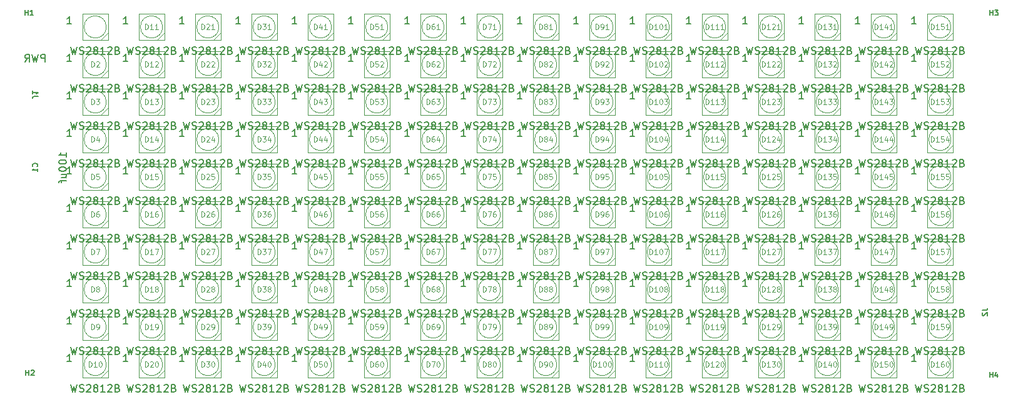
<source format=gbr>
G04 #@! TF.GenerationSoftware,KiCad,Pcbnew,(5.1.5-0-10_14)*
G04 #@! TF.CreationDate,2020-01-20T13:36:02-08:00*
G04 #@! TF.ProjectId,SpectrumAnayzerMini,53706563-7472-4756-9d41-6e61797a6572,rev?*
G04 #@! TF.SameCoordinates,Original*
G04 #@! TF.FileFunction,Other,Fab,Top*
%FSLAX46Y46*%
G04 Gerber Fmt 4.6, Leading zero omitted, Abs format (unit mm)*
G04 Created by KiCad (PCBNEW (5.1.5-0-10_14)) date 2020-01-20 13:36:02*
%MOMM*%
%LPD*%
G04 APERTURE LIST*
%ADD10C,0.100000*%
%ADD11C,0.150000*%
G04 APERTURE END LIST*
D10*
X195048000Y-128143000D02*
G75*
G03X195048000Y-128143000I-1500000J0D01*
G01*
X195298000Y-126393000D02*
X191798000Y-126393000D01*
X195298000Y-129893000D02*
X195298000Y-126393000D01*
X191798000Y-129893000D02*
X195298000Y-129893000D01*
X191798000Y-126393000D02*
X191798000Y-129893000D01*
X195298000Y-128893000D02*
X194298000Y-129893000D01*
X195048000Y-123063000D02*
G75*
G03X195048000Y-123063000I-1500000J0D01*
G01*
X195298000Y-121313000D02*
X191798000Y-121313000D01*
X195298000Y-124813000D02*
X195298000Y-121313000D01*
X191798000Y-124813000D02*
X195298000Y-124813000D01*
X191798000Y-121313000D02*
X191798000Y-124813000D01*
X195298000Y-123813000D02*
X194298000Y-124813000D01*
X195048000Y-117983000D02*
G75*
G03X195048000Y-117983000I-1500000J0D01*
G01*
X195298000Y-116233000D02*
X191798000Y-116233000D01*
X195298000Y-119733000D02*
X195298000Y-116233000D01*
X191798000Y-119733000D02*
X195298000Y-119733000D01*
X191798000Y-116233000D02*
X191798000Y-119733000D01*
X195298000Y-118733000D02*
X194298000Y-119733000D01*
X195048000Y-112903000D02*
G75*
G03X195048000Y-112903000I-1500000J0D01*
G01*
X195298000Y-111153000D02*
X191798000Y-111153000D01*
X195298000Y-114653000D02*
X195298000Y-111153000D01*
X191798000Y-114653000D02*
X195298000Y-114653000D01*
X191798000Y-111153000D02*
X191798000Y-114653000D01*
X195298000Y-113653000D02*
X194298000Y-114653000D01*
X195048000Y-107823000D02*
G75*
G03X195048000Y-107823000I-1500000J0D01*
G01*
X195298000Y-106073000D02*
X191798000Y-106073000D01*
X195298000Y-109573000D02*
X195298000Y-106073000D01*
X191798000Y-109573000D02*
X195298000Y-109573000D01*
X191798000Y-106073000D02*
X191798000Y-109573000D01*
X195298000Y-108573000D02*
X194298000Y-109573000D01*
X195048000Y-102743000D02*
G75*
G03X195048000Y-102743000I-1500000J0D01*
G01*
X195298000Y-100993000D02*
X191798000Y-100993000D01*
X195298000Y-104493000D02*
X195298000Y-100993000D01*
X191798000Y-104493000D02*
X195298000Y-104493000D01*
X191798000Y-100993000D02*
X191798000Y-104493000D01*
X195298000Y-103493000D02*
X194298000Y-104493000D01*
X195048000Y-97663000D02*
G75*
G03X195048000Y-97663000I-1500000J0D01*
G01*
X195298000Y-95913000D02*
X191798000Y-95913000D01*
X195298000Y-99413000D02*
X195298000Y-95913000D01*
X191798000Y-99413000D02*
X195298000Y-99413000D01*
X191798000Y-95913000D02*
X191798000Y-99413000D01*
X195298000Y-98413000D02*
X194298000Y-99413000D01*
X195048000Y-92583000D02*
G75*
G03X195048000Y-92583000I-1500000J0D01*
G01*
X195298000Y-90833000D02*
X191798000Y-90833000D01*
X195298000Y-94333000D02*
X195298000Y-90833000D01*
X191798000Y-94333000D02*
X195298000Y-94333000D01*
X191798000Y-90833000D02*
X191798000Y-94333000D01*
X195298000Y-93333000D02*
X194298000Y-94333000D01*
X195048000Y-87503000D02*
G75*
G03X195048000Y-87503000I-1500000J0D01*
G01*
X195298000Y-85753000D02*
X191798000Y-85753000D01*
X195298000Y-89253000D02*
X195298000Y-85753000D01*
X191798000Y-89253000D02*
X195298000Y-89253000D01*
X191798000Y-85753000D02*
X191798000Y-89253000D01*
X195298000Y-88253000D02*
X194298000Y-89253000D01*
X195048000Y-82423000D02*
G75*
G03X195048000Y-82423000I-1500000J0D01*
G01*
X195298000Y-80673000D02*
X191798000Y-80673000D01*
X195298000Y-84173000D02*
X195298000Y-80673000D01*
X191798000Y-84173000D02*
X195298000Y-84173000D01*
X191798000Y-80673000D02*
X191798000Y-84173000D01*
X195298000Y-83173000D02*
X194298000Y-84173000D01*
X187428000Y-128143000D02*
G75*
G03X187428000Y-128143000I-1500000J0D01*
G01*
X187678000Y-126393000D02*
X184178000Y-126393000D01*
X187678000Y-129893000D02*
X187678000Y-126393000D01*
X184178000Y-129893000D02*
X187678000Y-129893000D01*
X184178000Y-126393000D02*
X184178000Y-129893000D01*
X187678000Y-128893000D02*
X186678000Y-129893000D01*
X187428000Y-123063000D02*
G75*
G03X187428000Y-123063000I-1500000J0D01*
G01*
X187678000Y-121313000D02*
X184178000Y-121313000D01*
X187678000Y-124813000D02*
X187678000Y-121313000D01*
X184178000Y-124813000D02*
X187678000Y-124813000D01*
X184178000Y-121313000D02*
X184178000Y-124813000D01*
X187678000Y-123813000D02*
X186678000Y-124813000D01*
X187428000Y-117983000D02*
G75*
G03X187428000Y-117983000I-1500000J0D01*
G01*
X187678000Y-116233000D02*
X184178000Y-116233000D01*
X187678000Y-119733000D02*
X187678000Y-116233000D01*
X184178000Y-119733000D02*
X187678000Y-119733000D01*
X184178000Y-116233000D02*
X184178000Y-119733000D01*
X187678000Y-118733000D02*
X186678000Y-119733000D01*
X187428000Y-112903000D02*
G75*
G03X187428000Y-112903000I-1500000J0D01*
G01*
X187678000Y-111153000D02*
X184178000Y-111153000D01*
X187678000Y-114653000D02*
X187678000Y-111153000D01*
X184178000Y-114653000D02*
X187678000Y-114653000D01*
X184178000Y-111153000D02*
X184178000Y-114653000D01*
X187678000Y-113653000D02*
X186678000Y-114653000D01*
X187428000Y-107823000D02*
G75*
G03X187428000Y-107823000I-1500000J0D01*
G01*
X187678000Y-106073000D02*
X184178000Y-106073000D01*
X187678000Y-109573000D02*
X187678000Y-106073000D01*
X184178000Y-109573000D02*
X187678000Y-109573000D01*
X184178000Y-106073000D02*
X184178000Y-109573000D01*
X187678000Y-108573000D02*
X186678000Y-109573000D01*
X187428000Y-102743000D02*
G75*
G03X187428000Y-102743000I-1500000J0D01*
G01*
X187678000Y-100993000D02*
X184178000Y-100993000D01*
X187678000Y-104493000D02*
X187678000Y-100993000D01*
X184178000Y-104493000D02*
X187678000Y-104493000D01*
X184178000Y-100993000D02*
X184178000Y-104493000D01*
X187678000Y-103493000D02*
X186678000Y-104493000D01*
X187428000Y-97663000D02*
G75*
G03X187428000Y-97663000I-1500000J0D01*
G01*
X187678000Y-95913000D02*
X184178000Y-95913000D01*
X187678000Y-99413000D02*
X187678000Y-95913000D01*
X184178000Y-99413000D02*
X187678000Y-99413000D01*
X184178000Y-95913000D02*
X184178000Y-99413000D01*
X187678000Y-98413000D02*
X186678000Y-99413000D01*
X187428000Y-92583000D02*
G75*
G03X187428000Y-92583000I-1500000J0D01*
G01*
X187678000Y-90833000D02*
X184178000Y-90833000D01*
X187678000Y-94333000D02*
X187678000Y-90833000D01*
X184178000Y-94333000D02*
X187678000Y-94333000D01*
X184178000Y-90833000D02*
X184178000Y-94333000D01*
X187678000Y-93333000D02*
X186678000Y-94333000D01*
X187428000Y-87503000D02*
G75*
G03X187428000Y-87503000I-1500000J0D01*
G01*
X187678000Y-85753000D02*
X184178000Y-85753000D01*
X187678000Y-89253000D02*
X187678000Y-85753000D01*
X184178000Y-89253000D02*
X187678000Y-89253000D01*
X184178000Y-85753000D02*
X184178000Y-89253000D01*
X187678000Y-88253000D02*
X186678000Y-89253000D01*
X187428000Y-82423000D02*
G75*
G03X187428000Y-82423000I-1500000J0D01*
G01*
X187678000Y-80673000D02*
X184178000Y-80673000D01*
X187678000Y-84173000D02*
X187678000Y-80673000D01*
X184178000Y-84173000D02*
X187678000Y-84173000D01*
X184178000Y-80673000D02*
X184178000Y-84173000D01*
X187678000Y-83173000D02*
X186678000Y-84173000D01*
X179808000Y-128143000D02*
G75*
G03X179808000Y-128143000I-1500000J0D01*
G01*
X180058000Y-126393000D02*
X176558000Y-126393000D01*
X180058000Y-129893000D02*
X180058000Y-126393000D01*
X176558000Y-129893000D02*
X180058000Y-129893000D01*
X176558000Y-126393000D02*
X176558000Y-129893000D01*
X180058000Y-128893000D02*
X179058000Y-129893000D01*
X179808000Y-123063000D02*
G75*
G03X179808000Y-123063000I-1500000J0D01*
G01*
X180058000Y-121313000D02*
X176558000Y-121313000D01*
X180058000Y-124813000D02*
X180058000Y-121313000D01*
X176558000Y-124813000D02*
X180058000Y-124813000D01*
X176558000Y-121313000D02*
X176558000Y-124813000D01*
X180058000Y-123813000D02*
X179058000Y-124813000D01*
X179808000Y-117983000D02*
G75*
G03X179808000Y-117983000I-1500000J0D01*
G01*
X180058000Y-116233000D02*
X176558000Y-116233000D01*
X180058000Y-119733000D02*
X180058000Y-116233000D01*
X176558000Y-119733000D02*
X180058000Y-119733000D01*
X176558000Y-116233000D02*
X176558000Y-119733000D01*
X180058000Y-118733000D02*
X179058000Y-119733000D01*
X179808000Y-112903000D02*
G75*
G03X179808000Y-112903000I-1500000J0D01*
G01*
X180058000Y-111153000D02*
X176558000Y-111153000D01*
X180058000Y-114653000D02*
X180058000Y-111153000D01*
X176558000Y-114653000D02*
X180058000Y-114653000D01*
X176558000Y-111153000D02*
X176558000Y-114653000D01*
X180058000Y-113653000D02*
X179058000Y-114653000D01*
X179808000Y-107823000D02*
G75*
G03X179808000Y-107823000I-1500000J0D01*
G01*
X180058000Y-106073000D02*
X176558000Y-106073000D01*
X180058000Y-109573000D02*
X180058000Y-106073000D01*
X176558000Y-109573000D02*
X180058000Y-109573000D01*
X176558000Y-106073000D02*
X176558000Y-109573000D01*
X180058000Y-108573000D02*
X179058000Y-109573000D01*
X179808000Y-102743000D02*
G75*
G03X179808000Y-102743000I-1500000J0D01*
G01*
X180058000Y-100993000D02*
X176558000Y-100993000D01*
X180058000Y-104493000D02*
X180058000Y-100993000D01*
X176558000Y-104493000D02*
X180058000Y-104493000D01*
X176558000Y-100993000D02*
X176558000Y-104493000D01*
X180058000Y-103493000D02*
X179058000Y-104493000D01*
X179808000Y-97663000D02*
G75*
G03X179808000Y-97663000I-1500000J0D01*
G01*
X180058000Y-95913000D02*
X176558000Y-95913000D01*
X180058000Y-99413000D02*
X180058000Y-95913000D01*
X176558000Y-99413000D02*
X180058000Y-99413000D01*
X176558000Y-95913000D02*
X176558000Y-99413000D01*
X180058000Y-98413000D02*
X179058000Y-99413000D01*
X179808000Y-92583000D02*
G75*
G03X179808000Y-92583000I-1500000J0D01*
G01*
X180058000Y-90833000D02*
X176558000Y-90833000D01*
X180058000Y-94333000D02*
X180058000Y-90833000D01*
X176558000Y-94333000D02*
X180058000Y-94333000D01*
X176558000Y-90833000D02*
X176558000Y-94333000D01*
X180058000Y-93333000D02*
X179058000Y-94333000D01*
X179808000Y-87503000D02*
G75*
G03X179808000Y-87503000I-1500000J0D01*
G01*
X180058000Y-85753000D02*
X176558000Y-85753000D01*
X180058000Y-89253000D02*
X180058000Y-85753000D01*
X176558000Y-89253000D02*
X180058000Y-89253000D01*
X176558000Y-85753000D02*
X176558000Y-89253000D01*
X180058000Y-88253000D02*
X179058000Y-89253000D01*
X179808000Y-82423000D02*
G75*
G03X179808000Y-82423000I-1500000J0D01*
G01*
X180058000Y-80673000D02*
X176558000Y-80673000D01*
X180058000Y-84173000D02*
X180058000Y-80673000D01*
X176558000Y-84173000D02*
X180058000Y-84173000D01*
X176558000Y-80673000D02*
X176558000Y-84173000D01*
X180058000Y-83173000D02*
X179058000Y-84173000D01*
X172188000Y-128143000D02*
G75*
G03X172188000Y-128143000I-1500000J0D01*
G01*
X172438000Y-126393000D02*
X168938000Y-126393000D01*
X172438000Y-129893000D02*
X172438000Y-126393000D01*
X168938000Y-129893000D02*
X172438000Y-129893000D01*
X168938000Y-126393000D02*
X168938000Y-129893000D01*
X172438000Y-128893000D02*
X171438000Y-129893000D01*
X172188000Y-123063000D02*
G75*
G03X172188000Y-123063000I-1500000J0D01*
G01*
X172438000Y-121313000D02*
X168938000Y-121313000D01*
X172438000Y-124813000D02*
X172438000Y-121313000D01*
X168938000Y-124813000D02*
X172438000Y-124813000D01*
X168938000Y-121313000D02*
X168938000Y-124813000D01*
X172438000Y-123813000D02*
X171438000Y-124813000D01*
X172188000Y-117983000D02*
G75*
G03X172188000Y-117983000I-1500000J0D01*
G01*
X172438000Y-116233000D02*
X168938000Y-116233000D01*
X172438000Y-119733000D02*
X172438000Y-116233000D01*
X168938000Y-119733000D02*
X172438000Y-119733000D01*
X168938000Y-116233000D02*
X168938000Y-119733000D01*
X172438000Y-118733000D02*
X171438000Y-119733000D01*
X172188000Y-112903000D02*
G75*
G03X172188000Y-112903000I-1500000J0D01*
G01*
X172438000Y-111153000D02*
X168938000Y-111153000D01*
X172438000Y-114653000D02*
X172438000Y-111153000D01*
X168938000Y-114653000D02*
X172438000Y-114653000D01*
X168938000Y-111153000D02*
X168938000Y-114653000D01*
X172438000Y-113653000D02*
X171438000Y-114653000D01*
X172188000Y-107823000D02*
G75*
G03X172188000Y-107823000I-1500000J0D01*
G01*
X172438000Y-106073000D02*
X168938000Y-106073000D01*
X172438000Y-109573000D02*
X172438000Y-106073000D01*
X168938000Y-109573000D02*
X172438000Y-109573000D01*
X168938000Y-106073000D02*
X168938000Y-109573000D01*
X172438000Y-108573000D02*
X171438000Y-109573000D01*
X172188000Y-102743000D02*
G75*
G03X172188000Y-102743000I-1500000J0D01*
G01*
X172438000Y-100993000D02*
X168938000Y-100993000D01*
X172438000Y-104493000D02*
X172438000Y-100993000D01*
X168938000Y-104493000D02*
X172438000Y-104493000D01*
X168938000Y-100993000D02*
X168938000Y-104493000D01*
X172438000Y-103493000D02*
X171438000Y-104493000D01*
X172188000Y-97663000D02*
G75*
G03X172188000Y-97663000I-1500000J0D01*
G01*
X172438000Y-95913000D02*
X168938000Y-95913000D01*
X172438000Y-99413000D02*
X172438000Y-95913000D01*
X168938000Y-99413000D02*
X172438000Y-99413000D01*
X168938000Y-95913000D02*
X168938000Y-99413000D01*
X172438000Y-98413000D02*
X171438000Y-99413000D01*
X172188000Y-92583000D02*
G75*
G03X172188000Y-92583000I-1500000J0D01*
G01*
X172438000Y-90833000D02*
X168938000Y-90833000D01*
X172438000Y-94333000D02*
X172438000Y-90833000D01*
X168938000Y-94333000D02*
X172438000Y-94333000D01*
X168938000Y-90833000D02*
X168938000Y-94333000D01*
X172438000Y-93333000D02*
X171438000Y-94333000D01*
X172188000Y-87503000D02*
G75*
G03X172188000Y-87503000I-1500000J0D01*
G01*
X172438000Y-85753000D02*
X168938000Y-85753000D01*
X172438000Y-89253000D02*
X172438000Y-85753000D01*
X168938000Y-89253000D02*
X172438000Y-89253000D01*
X168938000Y-85753000D02*
X168938000Y-89253000D01*
X172438000Y-88253000D02*
X171438000Y-89253000D01*
X172188000Y-82423000D02*
G75*
G03X172188000Y-82423000I-1500000J0D01*
G01*
X172438000Y-80673000D02*
X168938000Y-80673000D01*
X172438000Y-84173000D02*
X172438000Y-80673000D01*
X168938000Y-84173000D02*
X172438000Y-84173000D01*
X168938000Y-80673000D02*
X168938000Y-84173000D01*
X172438000Y-83173000D02*
X171438000Y-84173000D01*
X164568000Y-128143000D02*
G75*
G03X164568000Y-128143000I-1500000J0D01*
G01*
X164818000Y-126393000D02*
X161318000Y-126393000D01*
X164818000Y-129893000D02*
X164818000Y-126393000D01*
X161318000Y-129893000D02*
X164818000Y-129893000D01*
X161318000Y-126393000D02*
X161318000Y-129893000D01*
X164818000Y-128893000D02*
X163818000Y-129893000D01*
X164568000Y-123063000D02*
G75*
G03X164568000Y-123063000I-1500000J0D01*
G01*
X164818000Y-121313000D02*
X161318000Y-121313000D01*
X164818000Y-124813000D02*
X164818000Y-121313000D01*
X161318000Y-124813000D02*
X164818000Y-124813000D01*
X161318000Y-121313000D02*
X161318000Y-124813000D01*
X164818000Y-123813000D02*
X163818000Y-124813000D01*
X164568000Y-117983000D02*
G75*
G03X164568000Y-117983000I-1500000J0D01*
G01*
X164818000Y-116233000D02*
X161318000Y-116233000D01*
X164818000Y-119733000D02*
X164818000Y-116233000D01*
X161318000Y-119733000D02*
X164818000Y-119733000D01*
X161318000Y-116233000D02*
X161318000Y-119733000D01*
X164818000Y-118733000D02*
X163818000Y-119733000D01*
X164568000Y-112903000D02*
G75*
G03X164568000Y-112903000I-1500000J0D01*
G01*
X164818000Y-111153000D02*
X161318000Y-111153000D01*
X164818000Y-114653000D02*
X164818000Y-111153000D01*
X161318000Y-114653000D02*
X164818000Y-114653000D01*
X161318000Y-111153000D02*
X161318000Y-114653000D01*
X164818000Y-113653000D02*
X163818000Y-114653000D01*
X164568000Y-107823000D02*
G75*
G03X164568000Y-107823000I-1500000J0D01*
G01*
X164818000Y-106073000D02*
X161318000Y-106073000D01*
X164818000Y-109573000D02*
X164818000Y-106073000D01*
X161318000Y-109573000D02*
X164818000Y-109573000D01*
X161318000Y-106073000D02*
X161318000Y-109573000D01*
X164818000Y-108573000D02*
X163818000Y-109573000D01*
X164568000Y-102743000D02*
G75*
G03X164568000Y-102743000I-1500000J0D01*
G01*
X164818000Y-100993000D02*
X161318000Y-100993000D01*
X164818000Y-104493000D02*
X164818000Y-100993000D01*
X161318000Y-104493000D02*
X164818000Y-104493000D01*
X161318000Y-100993000D02*
X161318000Y-104493000D01*
X164818000Y-103493000D02*
X163818000Y-104493000D01*
X164568000Y-97663000D02*
G75*
G03X164568000Y-97663000I-1500000J0D01*
G01*
X164818000Y-95913000D02*
X161318000Y-95913000D01*
X164818000Y-99413000D02*
X164818000Y-95913000D01*
X161318000Y-99413000D02*
X164818000Y-99413000D01*
X161318000Y-95913000D02*
X161318000Y-99413000D01*
X164818000Y-98413000D02*
X163818000Y-99413000D01*
X164568000Y-92583000D02*
G75*
G03X164568000Y-92583000I-1500000J0D01*
G01*
X164818000Y-90833000D02*
X161318000Y-90833000D01*
X164818000Y-94333000D02*
X164818000Y-90833000D01*
X161318000Y-94333000D02*
X164818000Y-94333000D01*
X161318000Y-90833000D02*
X161318000Y-94333000D01*
X164818000Y-93333000D02*
X163818000Y-94333000D01*
X164568000Y-87503000D02*
G75*
G03X164568000Y-87503000I-1500000J0D01*
G01*
X164818000Y-85753000D02*
X161318000Y-85753000D01*
X164818000Y-89253000D02*
X164818000Y-85753000D01*
X161318000Y-89253000D02*
X164818000Y-89253000D01*
X161318000Y-85753000D02*
X161318000Y-89253000D01*
X164818000Y-88253000D02*
X163818000Y-89253000D01*
X164568000Y-82423000D02*
G75*
G03X164568000Y-82423000I-1500000J0D01*
G01*
X164818000Y-80673000D02*
X161318000Y-80673000D01*
X164818000Y-84173000D02*
X164818000Y-80673000D01*
X161318000Y-84173000D02*
X164818000Y-84173000D01*
X161318000Y-80673000D02*
X161318000Y-84173000D01*
X164818000Y-83173000D02*
X163818000Y-84173000D01*
X156948000Y-128143000D02*
G75*
G03X156948000Y-128143000I-1500000J0D01*
G01*
X157198000Y-126393000D02*
X153698000Y-126393000D01*
X157198000Y-129893000D02*
X157198000Y-126393000D01*
X153698000Y-129893000D02*
X157198000Y-129893000D01*
X153698000Y-126393000D02*
X153698000Y-129893000D01*
X157198000Y-128893000D02*
X156198000Y-129893000D01*
X156948000Y-123063000D02*
G75*
G03X156948000Y-123063000I-1500000J0D01*
G01*
X157198000Y-121313000D02*
X153698000Y-121313000D01*
X157198000Y-124813000D02*
X157198000Y-121313000D01*
X153698000Y-124813000D02*
X157198000Y-124813000D01*
X153698000Y-121313000D02*
X153698000Y-124813000D01*
X157198000Y-123813000D02*
X156198000Y-124813000D01*
X156948000Y-117983000D02*
G75*
G03X156948000Y-117983000I-1500000J0D01*
G01*
X157198000Y-116233000D02*
X153698000Y-116233000D01*
X157198000Y-119733000D02*
X157198000Y-116233000D01*
X153698000Y-119733000D02*
X157198000Y-119733000D01*
X153698000Y-116233000D02*
X153698000Y-119733000D01*
X157198000Y-118733000D02*
X156198000Y-119733000D01*
X156948000Y-112903000D02*
G75*
G03X156948000Y-112903000I-1500000J0D01*
G01*
X157198000Y-111153000D02*
X153698000Y-111153000D01*
X157198000Y-114653000D02*
X157198000Y-111153000D01*
X153698000Y-114653000D02*
X157198000Y-114653000D01*
X153698000Y-111153000D02*
X153698000Y-114653000D01*
X157198000Y-113653000D02*
X156198000Y-114653000D01*
X156948000Y-107823000D02*
G75*
G03X156948000Y-107823000I-1500000J0D01*
G01*
X157198000Y-106073000D02*
X153698000Y-106073000D01*
X157198000Y-109573000D02*
X157198000Y-106073000D01*
X153698000Y-109573000D02*
X157198000Y-109573000D01*
X153698000Y-106073000D02*
X153698000Y-109573000D01*
X157198000Y-108573000D02*
X156198000Y-109573000D01*
X156948000Y-102743000D02*
G75*
G03X156948000Y-102743000I-1500000J0D01*
G01*
X157198000Y-100993000D02*
X153698000Y-100993000D01*
X157198000Y-104493000D02*
X157198000Y-100993000D01*
X153698000Y-104493000D02*
X157198000Y-104493000D01*
X153698000Y-100993000D02*
X153698000Y-104493000D01*
X157198000Y-103493000D02*
X156198000Y-104493000D01*
X156948000Y-97663000D02*
G75*
G03X156948000Y-97663000I-1500000J0D01*
G01*
X157198000Y-95913000D02*
X153698000Y-95913000D01*
X157198000Y-99413000D02*
X157198000Y-95913000D01*
X153698000Y-99413000D02*
X157198000Y-99413000D01*
X153698000Y-95913000D02*
X153698000Y-99413000D01*
X157198000Y-98413000D02*
X156198000Y-99413000D01*
X156948000Y-92583000D02*
G75*
G03X156948000Y-92583000I-1500000J0D01*
G01*
X157198000Y-90833000D02*
X153698000Y-90833000D01*
X157198000Y-94333000D02*
X157198000Y-90833000D01*
X153698000Y-94333000D02*
X157198000Y-94333000D01*
X153698000Y-90833000D02*
X153698000Y-94333000D01*
X157198000Y-93333000D02*
X156198000Y-94333000D01*
X156948000Y-87503000D02*
G75*
G03X156948000Y-87503000I-1500000J0D01*
G01*
X157198000Y-85753000D02*
X153698000Y-85753000D01*
X157198000Y-89253000D02*
X157198000Y-85753000D01*
X153698000Y-89253000D02*
X157198000Y-89253000D01*
X153698000Y-85753000D02*
X153698000Y-89253000D01*
X157198000Y-88253000D02*
X156198000Y-89253000D01*
X156948000Y-82423000D02*
G75*
G03X156948000Y-82423000I-1500000J0D01*
G01*
X157198000Y-80673000D02*
X153698000Y-80673000D01*
X157198000Y-84173000D02*
X157198000Y-80673000D01*
X153698000Y-84173000D02*
X157198000Y-84173000D01*
X153698000Y-80673000D02*
X153698000Y-84173000D01*
X157198000Y-83173000D02*
X156198000Y-84173000D01*
X149328000Y-128143000D02*
G75*
G03X149328000Y-128143000I-1500000J0D01*
G01*
X149578000Y-126393000D02*
X146078000Y-126393000D01*
X149578000Y-129893000D02*
X149578000Y-126393000D01*
X146078000Y-129893000D02*
X149578000Y-129893000D01*
X146078000Y-126393000D02*
X146078000Y-129893000D01*
X149578000Y-128893000D02*
X148578000Y-129893000D01*
X149328000Y-123063000D02*
G75*
G03X149328000Y-123063000I-1500000J0D01*
G01*
X149578000Y-121313000D02*
X146078000Y-121313000D01*
X149578000Y-124813000D02*
X149578000Y-121313000D01*
X146078000Y-124813000D02*
X149578000Y-124813000D01*
X146078000Y-121313000D02*
X146078000Y-124813000D01*
X149578000Y-123813000D02*
X148578000Y-124813000D01*
X149328000Y-117983000D02*
G75*
G03X149328000Y-117983000I-1500000J0D01*
G01*
X149578000Y-116233000D02*
X146078000Y-116233000D01*
X149578000Y-119733000D02*
X149578000Y-116233000D01*
X146078000Y-119733000D02*
X149578000Y-119733000D01*
X146078000Y-116233000D02*
X146078000Y-119733000D01*
X149578000Y-118733000D02*
X148578000Y-119733000D01*
X149328000Y-112903000D02*
G75*
G03X149328000Y-112903000I-1500000J0D01*
G01*
X149578000Y-111153000D02*
X146078000Y-111153000D01*
X149578000Y-114653000D02*
X149578000Y-111153000D01*
X146078000Y-114653000D02*
X149578000Y-114653000D01*
X146078000Y-111153000D02*
X146078000Y-114653000D01*
X149578000Y-113653000D02*
X148578000Y-114653000D01*
X149328000Y-107823000D02*
G75*
G03X149328000Y-107823000I-1500000J0D01*
G01*
X149578000Y-106073000D02*
X146078000Y-106073000D01*
X149578000Y-109573000D02*
X149578000Y-106073000D01*
X146078000Y-109573000D02*
X149578000Y-109573000D01*
X146078000Y-106073000D02*
X146078000Y-109573000D01*
X149578000Y-108573000D02*
X148578000Y-109573000D01*
X149328000Y-102743000D02*
G75*
G03X149328000Y-102743000I-1500000J0D01*
G01*
X149578000Y-100993000D02*
X146078000Y-100993000D01*
X149578000Y-104493000D02*
X149578000Y-100993000D01*
X146078000Y-104493000D02*
X149578000Y-104493000D01*
X146078000Y-100993000D02*
X146078000Y-104493000D01*
X149578000Y-103493000D02*
X148578000Y-104493000D01*
X149328000Y-97663000D02*
G75*
G03X149328000Y-97663000I-1500000J0D01*
G01*
X149578000Y-95913000D02*
X146078000Y-95913000D01*
X149578000Y-99413000D02*
X149578000Y-95913000D01*
X146078000Y-99413000D02*
X149578000Y-99413000D01*
X146078000Y-95913000D02*
X146078000Y-99413000D01*
X149578000Y-98413000D02*
X148578000Y-99413000D01*
X149328000Y-92583000D02*
G75*
G03X149328000Y-92583000I-1500000J0D01*
G01*
X149578000Y-90833000D02*
X146078000Y-90833000D01*
X149578000Y-94333000D02*
X149578000Y-90833000D01*
X146078000Y-94333000D02*
X149578000Y-94333000D01*
X146078000Y-90833000D02*
X146078000Y-94333000D01*
X149578000Y-93333000D02*
X148578000Y-94333000D01*
X149328000Y-87503000D02*
G75*
G03X149328000Y-87503000I-1500000J0D01*
G01*
X149578000Y-85753000D02*
X146078000Y-85753000D01*
X149578000Y-89253000D02*
X149578000Y-85753000D01*
X146078000Y-89253000D02*
X149578000Y-89253000D01*
X146078000Y-85753000D02*
X146078000Y-89253000D01*
X149578000Y-88253000D02*
X148578000Y-89253000D01*
X149328000Y-82423000D02*
G75*
G03X149328000Y-82423000I-1500000J0D01*
G01*
X149578000Y-80673000D02*
X146078000Y-80673000D01*
X149578000Y-84173000D02*
X149578000Y-80673000D01*
X146078000Y-84173000D02*
X149578000Y-84173000D01*
X146078000Y-80673000D02*
X146078000Y-84173000D01*
X149578000Y-83173000D02*
X148578000Y-84173000D01*
X141708000Y-128143000D02*
G75*
G03X141708000Y-128143000I-1500000J0D01*
G01*
X141958000Y-126393000D02*
X138458000Y-126393000D01*
X141958000Y-129893000D02*
X141958000Y-126393000D01*
X138458000Y-129893000D02*
X141958000Y-129893000D01*
X138458000Y-126393000D02*
X138458000Y-129893000D01*
X141958000Y-128893000D02*
X140958000Y-129893000D01*
X141708000Y-123063000D02*
G75*
G03X141708000Y-123063000I-1500000J0D01*
G01*
X141958000Y-121313000D02*
X138458000Y-121313000D01*
X141958000Y-124813000D02*
X141958000Y-121313000D01*
X138458000Y-124813000D02*
X141958000Y-124813000D01*
X138458000Y-121313000D02*
X138458000Y-124813000D01*
X141958000Y-123813000D02*
X140958000Y-124813000D01*
X141708000Y-117983000D02*
G75*
G03X141708000Y-117983000I-1500000J0D01*
G01*
X141958000Y-116233000D02*
X138458000Y-116233000D01*
X141958000Y-119733000D02*
X141958000Y-116233000D01*
X138458000Y-119733000D02*
X141958000Y-119733000D01*
X138458000Y-116233000D02*
X138458000Y-119733000D01*
X141958000Y-118733000D02*
X140958000Y-119733000D01*
X141708000Y-112903000D02*
G75*
G03X141708000Y-112903000I-1500000J0D01*
G01*
X141958000Y-111153000D02*
X138458000Y-111153000D01*
X141958000Y-114653000D02*
X141958000Y-111153000D01*
X138458000Y-114653000D02*
X141958000Y-114653000D01*
X138458000Y-111153000D02*
X138458000Y-114653000D01*
X141958000Y-113653000D02*
X140958000Y-114653000D01*
X141708000Y-107823000D02*
G75*
G03X141708000Y-107823000I-1500000J0D01*
G01*
X141958000Y-106073000D02*
X138458000Y-106073000D01*
X141958000Y-109573000D02*
X141958000Y-106073000D01*
X138458000Y-109573000D02*
X141958000Y-109573000D01*
X138458000Y-106073000D02*
X138458000Y-109573000D01*
X141958000Y-108573000D02*
X140958000Y-109573000D01*
X141708000Y-102743000D02*
G75*
G03X141708000Y-102743000I-1500000J0D01*
G01*
X141958000Y-100993000D02*
X138458000Y-100993000D01*
X141958000Y-104493000D02*
X141958000Y-100993000D01*
X138458000Y-104493000D02*
X141958000Y-104493000D01*
X138458000Y-100993000D02*
X138458000Y-104493000D01*
X141958000Y-103493000D02*
X140958000Y-104493000D01*
X141708000Y-97663000D02*
G75*
G03X141708000Y-97663000I-1500000J0D01*
G01*
X141958000Y-95913000D02*
X138458000Y-95913000D01*
X141958000Y-99413000D02*
X141958000Y-95913000D01*
X138458000Y-99413000D02*
X141958000Y-99413000D01*
X138458000Y-95913000D02*
X138458000Y-99413000D01*
X141958000Y-98413000D02*
X140958000Y-99413000D01*
X141708000Y-92583000D02*
G75*
G03X141708000Y-92583000I-1500000J0D01*
G01*
X141958000Y-90833000D02*
X138458000Y-90833000D01*
X141958000Y-94333000D02*
X141958000Y-90833000D01*
X138458000Y-94333000D02*
X141958000Y-94333000D01*
X138458000Y-90833000D02*
X138458000Y-94333000D01*
X141958000Y-93333000D02*
X140958000Y-94333000D01*
X141708000Y-87503000D02*
G75*
G03X141708000Y-87503000I-1500000J0D01*
G01*
X141958000Y-85753000D02*
X138458000Y-85753000D01*
X141958000Y-89253000D02*
X141958000Y-85753000D01*
X138458000Y-89253000D02*
X141958000Y-89253000D01*
X138458000Y-85753000D02*
X138458000Y-89253000D01*
X141958000Y-88253000D02*
X140958000Y-89253000D01*
X141708000Y-82423000D02*
G75*
G03X141708000Y-82423000I-1500000J0D01*
G01*
X141958000Y-80673000D02*
X138458000Y-80673000D01*
X141958000Y-84173000D02*
X141958000Y-80673000D01*
X138458000Y-84173000D02*
X141958000Y-84173000D01*
X138458000Y-80673000D02*
X138458000Y-84173000D01*
X141958000Y-83173000D02*
X140958000Y-84173000D01*
X134088000Y-128143000D02*
G75*
G03X134088000Y-128143000I-1500000J0D01*
G01*
X134338000Y-126393000D02*
X130838000Y-126393000D01*
X134338000Y-129893000D02*
X134338000Y-126393000D01*
X130838000Y-129893000D02*
X134338000Y-129893000D01*
X130838000Y-126393000D02*
X130838000Y-129893000D01*
X134338000Y-128893000D02*
X133338000Y-129893000D01*
X134088000Y-123063000D02*
G75*
G03X134088000Y-123063000I-1500000J0D01*
G01*
X134338000Y-121313000D02*
X130838000Y-121313000D01*
X134338000Y-124813000D02*
X134338000Y-121313000D01*
X130838000Y-124813000D02*
X134338000Y-124813000D01*
X130838000Y-121313000D02*
X130838000Y-124813000D01*
X134338000Y-123813000D02*
X133338000Y-124813000D01*
X134088000Y-117983000D02*
G75*
G03X134088000Y-117983000I-1500000J0D01*
G01*
X134338000Y-116233000D02*
X130838000Y-116233000D01*
X134338000Y-119733000D02*
X134338000Y-116233000D01*
X130838000Y-119733000D02*
X134338000Y-119733000D01*
X130838000Y-116233000D02*
X130838000Y-119733000D01*
X134338000Y-118733000D02*
X133338000Y-119733000D01*
X134088000Y-112903000D02*
G75*
G03X134088000Y-112903000I-1500000J0D01*
G01*
X134338000Y-111153000D02*
X130838000Y-111153000D01*
X134338000Y-114653000D02*
X134338000Y-111153000D01*
X130838000Y-114653000D02*
X134338000Y-114653000D01*
X130838000Y-111153000D02*
X130838000Y-114653000D01*
X134338000Y-113653000D02*
X133338000Y-114653000D01*
X134088000Y-107823000D02*
G75*
G03X134088000Y-107823000I-1500000J0D01*
G01*
X134338000Y-106073000D02*
X130838000Y-106073000D01*
X134338000Y-109573000D02*
X134338000Y-106073000D01*
X130838000Y-109573000D02*
X134338000Y-109573000D01*
X130838000Y-106073000D02*
X130838000Y-109573000D01*
X134338000Y-108573000D02*
X133338000Y-109573000D01*
X134088000Y-102743000D02*
G75*
G03X134088000Y-102743000I-1500000J0D01*
G01*
X134338000Y-100993000D02*
X130838000Y-100993000D01*
X134338000Y-104493000D02*
X134338000Y-100993000D01*
X130838000Y-104493000D02*
X134338000Y-104493000D01*
X130838000Y-100993000D02*
X130838000Y-104493000D01*
X134338000Y-103493000D02*
X133338000Y-104493000D01*
X134088000Y-97663000D02*
G75*
G03X134088000Y-97663000I-1500000J0D01*
G01*
X134338000Y-95913000D02*
X130838000Y-95913000D01*
X134338000Y-99413000D02*
X134338000Y-95913000D01*
X130838000Y-99413000D02*
X134338000Y-99413000D01*
X130838000Y-95913000D02*
X130838000Y-99413000D01*
X134338000Y-98413000D02*
X133338000Y-99413000D01*
X134088000Y-92583000D02*
G75*
G03X134088000Y-92583000I-1500000J0D01*
G01*
X134338000Y-90833000D02*
X130838000Y-90833000D01*
X134338000Y-94333000D02*
X134338000Y-90833000D01*
X130838000Y-94333000D02*
X134338000Y-94333000D01*
X130838000Y-90833000D02*
X130838000Y-94333000D01*
X134338000Y-93333000D02*
X133338000Y-94333000D01*
X134088000Y-87503000D02*
G75*
G03X134088000Y-87503000I-1500000J0D01*
G01*
X134338000Y-85753000D02*
X130838000Y-85753000D01*
X134338000Y-89253000D02*
X134338000Y-85753000D01*
X130838000Y-89253000D02*
X134338000Y-89253000D01*
X130838000Y-85753000D02*
X130838000Y-89253000D01*
X134338000Y-88253000D02*
X133338000Y-89253000D01*
X134088000Y-82423000D02*
G75*
G03X134088000Y-82423000I-1500000J0D01*
G01*
X134338000Y-80673000D02*
X130838000Y-80673000D01*
X134338000Y-84173000D02*
X134338000Y-80673000D01*
X130838000Y-84173000D02*
X134338000Y-84173000D01*
X130838000Y-80673000D02*
X130838000Y-84173000D01*
X134338000Y-83173000D02*
X133338000Y-84173000D01*
X126468000Y-128143000D02*
G75*
G03X126468000Y-128143000I-1500000J0D01*
G01*
X126718000Y-126393000D02*
X123218000Y-126393000D01*
X126718000Y-129893000D02*
X126718000Y-126393000D01*
X123218000Y-129893000D02*
X126718000Y-129893000D01*
X123218000Y-126393000D02*
X123218000Y-129893000D01*
X126718000Y-128893000D02*
X125718000Y-129893000D01*
X126468000Y-123063000D02*
G75*
G03X126468000Y-123063000I-1500000J0D01*
G01*
X126718000Y-121313000D02*
X123218000Y-121313000D01*
X126718000Y-124813000D02*
X126718000Y-121313000D01*
X123218000Y-124813000D02*
X126718000Y-124813000D01*
X123218000Y-121313000D02*
X123218000Y-124813000D01*
X126718000Y-123813000D02*
X125718000Y-124813000D01*
X126468000Y-117983000D02*
G75*
G03X126468000Y-117983000I-1500000J0D01*
G01*
X126718000Y-116233000D02*
X123218000Y-116233000D01*
X126718000Y-119733000D02*
X126718000Y-116233000D01*
X123218000Y-119733000D02*
X126718000Y-119733000D01*
X123218000Y-116233000D02*
X123218000Y-119733000D01*
X126718000Y-118733000D02*
X125718000Y-119733000D01*
X126468000Y-112903000D02*
G75*
G03X126468000Y-112903000I-1500000J0D01*
G01*
X126718000Y-111153000D02*
X123218000Y-111153000D01*
X126718000Y-114653000D02*
X126718000Y-111153000D01*
X123218000Y-114653000D02*
X126718000Y-114653000D01*
X123218000Y-111153000D02*
X123218000Y-114653000D01*
X126718000Y-113653000D02*
X125718000Y-114653000D01*
X126468000Y-107823000D02*
G75*
G03X126468000Y-107823000I-1500000J0D01*
G01*
X126718000Y-106073000D02*
X123218000Y-106073000D01*
X126718000Y-109573000D02*
X126718000Y-106073000D01*
X123218000Y-109573000D02*
X126718000Y-109573000D01*
X123218000Y-106073000D02*
X123218000Y-109573000D01*
X126718000Y-108573000D02*
X125718000Y-109573000D01*
X126468000Y-102743000D02*
G75*
G03X126468000Y-102743000I-1500000J0D01*
G01*
X126718000Y-100993000D02*
X123218000Y-100993000D01*
X126718000Y-104493000D02*
X126718000Y-100993000D01*
X123218000Y-104493000D02*
X126718000Y-104493000D01*
X123218000Y-100993000D02*
X123218000Y-104493000D01*
X126718000Y-103493000D02*
X125718000Y-104493000D01*
X126468000Y-97663000D02*
G75*
G03X126468000Y-97663000I-1500000J0D01*
G01*
X126718000Y-95913000D02*
X123218000Y-95913000D01*
X126718000Y-99413000D02*
X126718000Y-95913000D01*
X123218000Y-99413000D02*
X126718000Y-99413000D01*
X123218000Y-95913000D02*
X123218000Y-99413000D01*
X126718000Y-98413000D02*
X125718000Y-99413000D01*
X126468000Y-92583000D02*
G75*
G03X126468000Y-92583000I-1500000J0D01*
G01*
X126718000Y-90833000D02*
X123218000Y-90833000D01*
X126718000Y-94333000D02*
X126718000Y-90833000D01*
X123218000Y-94333000D02*
X126718000Y-94333000D01*
X123218000Y-90833000D02*
X123218000Y-94333000D01*
X126718000Y-93333000D02*
X125718000Y-94333000D01*
X126468000Y-87503000D02*
G75*
G03X126468000Y-87503000I-1500000J0D01*
G01*
X126718000Y-85753000D02*
X123218000Y-85753000D01*
X126718000Y-89253000D02*
X126718000Y-85753000D01*
X123218000Y-89253000D02*
X126718000Y-89253000D01*
X123218000Y-85753000D02*
X123218000Y-89253000D01*
X126718000Y-88253000D02*
X125718000Y-89253000D01*
X126468000Y-82423000D02*
G75*
G03X126468000Y-82423000I-1500000J0D01*
G01*
X126718000Y-80673000D02*
X123218000Y-80673000D01*
X126718000Y-84173000D02*
X126718000Y-80673000D01*
X123218000Y-84173000D02*
X126718000Y-84173000D01*
X123218000Y-80673000D02*
X123218000Y-84173000D01*
X126718000Y-83173000D02*
X125718000Y-84173000D01*
X118848000Y-128143000D02*
G75*
G03X118848000Y-128143000I-1500000J0D01*
G01*
X119098000Y-126393000D02*
X115598000Y-126393000D01*
X119098000Y-129893000D02*
X119098000Y-126393000D01*
X115598000Y-129893000D02*
X119098000Y-129893000D01*
X115598000Y-126393000D02*
X115598000Y-129893000D01*
X119098000Y-128893000D02*
X118098000Y-129893000D01*
X118848000Y-123063000D02*
G75*
G03X118848000Y-123063000I-1500000J0D01*
G01*
X119098000Y-121313000D02*
X115598000Y-121313000D01*
X119098000Y-124813000D02*
X119098000Y-121313000D01*
X115598000Y-124813000D02*
X119098000Y-124813000D01*
X115598000Y-121313000D02*
X115598000Y-124813000D01*
X119098000Y-123813000D02*
X118098000Y-124813000D01*
X118848000Y-117983000D02*
G75*
G03X118848000Y-117983000I-1500000J0D01*
G01*
X119098000Y-116233000D02*
X115598000Y-116233000D01*
X119098000Y-119733000D02*
X119098000Y-116233000D01*
X115598000Y-119733000D02*
X119098000Y-119733000D01*
X115598000Y-116233000D02*
X115598000Y-119733000D01*
X119098000Y-118733000D02*
X118098000Y-119733000D01*
X118848000Y-112903000D02*
G75*
G03X118848000Y-112903000I-1500000J0D01*
G01*
X119098000Y-111153000D02*
X115598000Y-111153000D01*
X119098000Y-114653000D02*
X119098000Y-111153000D01*
X115598000Y-114653000D02*
X119098000Y-114653000D01*
X115598000Y-111153000D02*
X115598000Y-114653000D01*
X119098000Y-113653000D02*
X118098000Y-114653000D01*
X118848000Y-107823000D02*
G75*
G03X118848000Y-107823000I-1500000J0D01*
G01*
X119098000Y-106073000D02*
X115598000Y-106073000D01*
X119098000Y-109573000D02*
X119098000Y-106073000D01*
X115598000Y-109573000D02*
X119098000Y-109573000D01*
X115598000Y-106073000D02*
X115598000Y-109573000D01*
X119098000Y-108573000D02*
X118098000Y-109573000D01*
X118848000Y-102743000D02*
G75*
G03X118848000Y-102743000I-1500000J0D01*
G01*
X119098000Y-100993000D02*
X115598000Y-100993000D01*
X119098000Y-104493000D02*
X119098000Y-100993000D01*
X115598000Y-104493000D02*
X119098000Y-104493000D01*
X115598000Y-100993000D02*
X115598000Y-104493000D01*
X119098000Y-103493000D02*
X118098000Y-104493000D01*
X118848000Y-97663000D02*
G75*
G03X118848000Y-97663000I-1500000J0D01*
G01*
X119098000Y-95913000D02*
X115598000Y-95913000D01*
X119098000Y-99413000D02*
X119098000Y-95913000D01*
X115598000Y-99413000D02*
X119098000Y-99413000D01*
X115598000Y-95913000D02*
X115598000Y-99413000D01*
X119098000Y-98413000D02*
X118098000Y-99413000D01*
X118848000Y-92583000D02*
G75*
G03X118848000Y-92583000I-1500000J0D01*
G01*
X119098000Y-90833000D02*
X115598000Y-90833000D01*
X119098000Y-94333000D02*
X119098000Y-90833000D01*
X115598000Y-94333000D02*
X119098000Y-94333000D01*
X115598000Y-90833000D02*
X115598000Y-94333000D01*
X119098000Y-93333000D02*
X118098000Y-94333000D01*
X118848000Y-87503000D02*
G75*
G03X118848000Y-87503000I-1500000J0D01*
G01*
X119098000Y-85753000D02*
X115598000Y-85753000D01*
X119098000Y-89253000D02*
X119098000Y-85753000D01*
X115598000Y-89253000D02*
X119098000Y-89253000D01*
X115598000Y-85753000D02*
X115598000Y-89253000D01*
X119098000Y-88253000D02*
X118098000Y-89253000D01*
X118848000Y-82423000D02*
G75*
G03X118848000Y-82423000I-1500000J0D01*
G01*
X119098000Y-80673000D02*
X115598000Y-80673000D01*
X119098000Y-84173000D02*
X119098000Y-80673000D01*
X115598000Y-84173000D02*
X119098000Y-84173000D01*
X115598000Y-80673000D02*
X115598000Y-84173000D01*
X119098000Y-83173000D02*
X118098000Y-84173000D01*
X111228000Y-128143000D02*
G75*
G03X111228000Y-128143000I-1500000J0D01*
G01*
X111478000Y-126393000D02*
X107978000Y-126393000D01*
X111478000Y-129893000D02*
X111478000Y-126393000D01*
X107978000Y-129893000D02*
X111478000Y-129893000D01*
X107978000Y-126393000D02*
X107978000Y-129893000D01*
X111478000Y-128893000D02*
X110478000Y-129893000D01*
X111228000Y-123063000D02*
G75*
G03X111228000Y-123063000I-1500000J0D01*
G01*
X111478000Y-121313000D02*
X107978000Y-121313000D01*
X111478000Y-124813000D02*
X111478000Y-121313000D01*
X107978000Y-124813000D02*
X111478000Y-124813000D01*
X107978000Y-121313000D02*
X107978000Y-124813000D01*
X111478000Y-123813000D02*
X110478000Y-124813000D01*
X111228000Y-117983000D02*
G75*
G03X111228000Y-117983000I-1500000J0D01*
G01*
X111478000Y-116233000D02*
X107978000Y-116233000D01*
X111478000Y-119733000D02*
X111478000Y-116233000D01*
X107978000Y-119733000D02*
X111478000Y-119733000D01*
X107978000Y-116233000D02*
X107978000Y-119733000D01*
X111478000Y-118733000D02*
X110478000Y-119733000D01*
X111228000Y-112903000D02*
G75*
G03X111228000Y-112903000I-1500000J0D01*
G01*
X111478000Y-111153000D02*
X107978000Y-111153000D01*
X111478000Y-114653000D02*
X111478000Y-111153000D01*
X107978000Y-114653000D02*
X111478000Y-114653000D01*
X107978000Y-111153000D02*
X107978000Y-114653000D01*
X111478000Y-113653000D02*
X110478000Y-114653000D01*
X111228000Y-107823000D02*
G75*
G03X111228000Y-107823000I-1500000J0D01*
G01*
X111478000Y-106073000D02*
X107978000Y-106073000D01*
X111478000Y-109573000D02*
X111478000Y-106073000D01*
X107978000Y-109573000D02*
X111478000Y-109573000D01*
X107978000Y-106073000D02*
X107978000Y-109573000D01*
X111478000Y-108573000D02*
X110478000Y-109573000D01*
X111228000Y-102743000D02*
G75*
G03X111228000Y-102743000I-1500000J0D01*
G01*
X111478000Y-100993000D02*
X107978000Y-100993000D01*
X111478000Y-104493000D02*
X111478000Y-100993000D01*
X107978000Y-104493000D02*
X111478000Y-104493000D01*
X107978000Y-100993000D02*
X107978000Y-104493000D01*
X111478000Y-103493000D02*
X110478000Y-104493000D01*
X111228000Y-97663000D02*
G75*
G03X111228000Y-97663000I-1500000J0D01*
G01*
X111478000Y-95913000D02*
X107978000Y-95913000D01*
X111478000Y-99413000D02*
X111478000Y-95913000D01*
X107978000Y-99413000D02*
X111478000Y-99413000D01*
X107978000Y-95913000D02*
X107978000Y-99413000D01*
X111478000Y-98413000D02*
X110478000Y-99413000D01*
X111228000Y-92583000D02*
G75*
G03X111228000Y-92583000I-1500000J0D01*
G01*
X111478000Y-90833000D02*
X107978000Y-90833000D01*
X111478000Y-94333000D02*
X111478000Y-90833000D01*
X107978000Y-94333000D02*
X111478000Y-94333000D01*
X107978000Y-90833000D02*
X107978000Y-94333000D01*
X111478000Y-93333000D02*
X110478000Y-94333000D01*
X111228000Y-87503000D02*
G75*
G03X111228000Y-87503000I-1500000J0D01*
G01*
X111478000Y-85753000D02*
X107978000Y-85753000D01*
X111478000Y-89253000D02*
X111478000Y-85753000D01*
X107978000Y-89253000D02*
X111478000Y-89253000D01*
X107978000Y-85753000D02*
X107978000Y-89253000D01*
X111478000Y-88253000D02*
X110478000Y-89253000D01*
X111228000Y-82423000D02*
G75*
G03X111228000Y-82423000I-1500000J0D01*
G01*
X111478000Y-80673000D02*
X107978000Y-80673000D01*
X111478000Y-84173000D02*
X111478000Y-80673000D01*
X107978000Y-84173000D02*
X111478000Y-84173000D01*
X107978000Y-80673000D02*
X107978000Y-84173000D01*
X111478000Y-83173000D02*
X110478000Y-84173000D01*
X103608000Y-128143000D02*
G75*
G03X103608000Y-128143000I-1500000J0D01*
G01*
X103858000Y-126393000D02*
X100358000Y-126393000D01*
X103858000Y-129893000D02*
X103858000Y-126393000D01*
X100358000Y-129893000D02*
X103858000Y-129893000D01*
X100358000Y-126393000D02*
X100358000Y-129893000D01*
X103858000Y-128893000D02*
X102858000Y-129893000D01*
X103608000Y-123063000D02*
G75*
G03X103608000Y-123063000I-1500000J0D01*
G01*
X103858000Y-121313000D02*
X100358000Y-121313000D01*
X103858000Y-124813000D02*
X103858000Y-121313000D01*
X100358000Y-124813000D02*
X103858000Y-124813000D01*
X100358000Y-121313000D02*
X100358000Y-124813000D01*
X103858000Y-123813000D02*
X102858000Y-124813000D01*
X103608000Y-117983000D02*
G75*
G03X103608000Y-117983000I-1500000J0D01*
G01*
X103858000Y-116233000D02*
X100358000Y-116233000D01*
X103858000Y-119733000D02*
X103858000Y-116233000D01*
X100358000Y-119733000D02*
X103858000Y-119733000D01*
X100358000Y-116233000D02*
X100358000Y-119733000D01*
X103858000Y-118733000D02*
X102858000Y-119733000D01*
X103608000Y-112903000D02*
G75*
G03X103608000Y-112903000I-1500000J0D01*
G01*
X103858000Y-111153000D02*
X100358000Y-111153000D01*
X103858000Y-114653000D02*
X103858000Y-111153000D01*
X100358000Y-114653000D02*
X103858000Y-114653000D01*
X100358000Y-111153000D02*
X100358000Y-114653000D01*
X103858000Y-113653000D02*
X102858000Y-114653000D01*
X103608000Y-107823000D02*
G75*
G03X103608000Y-107823000I-1500000J0D01*
G01*
X103858000Y-106073000D02*
X100358000Y-106073000D01*
X103858000Y-109573000D02*
X103858000Y-106073000D01*
X100358000Y-109573000D02*
X103858000Y-109573000D01*
X100358000Y-106073000D02*
X100358000Y-109573000D01*
X103858000Y-108573000D02*
X102858000Y-109573000D01*
X103608000Y-102743000D02*
G75*
G03X103608000Y-102743000I-1500000J0D01*
G01*
X103858000Y-100993000D02*
X100358000Y-100993000D01*
X103858000Y-104493000D02*
X103858000Y-100993000D01*
X100358000Y-104493000D02*
X103858000Y-104493000D01*
X100358000Y-100993000D02*
X100358000Y-104493000D01*
X103858000Y-103493000D02*
X102858000Y-104493000D01*
X103608000Y-97663000D02*
G75*
G03X103608000Y-97663000I-1500000J0D01*
G01*
X103858000Y-95913000D02*
X100358000Y-95913000D01*
X103858000Y-99413000D02*
X103858000Y-95913000D01*
X100358000Y-99413000D02*
X103858000Y-99413000D01*
X100358000Y-95913000D02*
X100358000Y-99413000D01*
X103858000Y-98413000D02*
X102858000Y-99413000D01*
X103608000Y-92583000D02*
G75*
G03X103608000Y-92583000I-1500000J0D01*
G01*
X103858000Y-90833000D02*
X100358000Y-90833000D01*
X103858000Y-94333000D02*
X103858000Y-90833000D01*
X100358000Y-94333000D02*
X103858000Y-94333000D01*
X100358000Y-90833000D02*
X100358000Y-94333000D01*
X103858000Y-93333000D02*
X102858000Y-94333000D01*
X103608000Y-87503000D02*
G75*
G03X103608000Y-87503000I-1500000J0D01*
G01*
X103858000Y-85753000D02*
X100358000Y-85753000D01*
X103858000Y-89253000D02*
X103858000Y-85753000D01*
X100358000Y-89253000D02*
X103858000Y-89253000D01*
X100358000Y-85753000D02*
X100358000Y-89253000D01*
X103858000Y-88253000D02*
X102858000Y-89253000D01*
X103608000Y-82423000D02*
G75*
G03X103608000Y-82423000I-1500000J0D01*
G01*
X103858000Y-80673000D02*
X100358000Y-80673000D01*
X103858000Y-84173000D02*
X103858000Y-80673000D01*
X100358000Y-84173000D02*
X103858000Y-84173000D01*
X100358000Y-80673000D02*
X100358000Y-84173000D01*
X103858000Y-83173000D02*
X102858000Y-84173000D01*
X95988000Y-128143000D02*
G75*
G03X95988000Y-128143000I-1500000J0D01*
G01*
X96238000Y-126393000D02*
X92738000Y-126393000D01*
X96238000Y-129893000D02*
X96238000Y-126393000D01*
X92738000Y-129893000D02*
X96238000Y-129893000D01*
X92738000Y-126393000D02*
X92738000Y-129893000D01*
X96238000Y-128893000D02*
X95238000Y-129893000D01*
X95988000Y-123063000D02*
G75*
G03X95988000Y-123063000I-1500000J0D01*
G01*
X96238000Y-121313000D02*
X92738000Y-121313000D01*
X96238000Y-124813000D02*
X96238000Y-121313000D01*
X92738000Y-124813000D02*
X96238000Y-124813000D01*
X92738000Y-121313000D02*
X92738000Y-124813000D01*
X96238000Y-123813000D02*
X95238000Y-124813000D01*
X95988000Y-117983000D02*
G75*
G03X95988000Y-117983000I-1500000J0D01*
G01*
X96238000Y-116233000D02*
X92738000Y-116233000D01*
X96238000Y-119733000D02*
X96238000Y-116233000D01*
X92738000Y-119733000D02*
X96238000Y-119733000D01*
X92738000Y-116233000D02*
X92738000Y-119733000D01*
X96238000Y-118733000D02*
X95238000Y-119733000D01*
X95988000Y-112903000D02*
G75*
G03X95988000Y-112903000I-1500000J0D01*
G01*
X96238000Y-111153000D02*
X92738000Y-111153000D01*
X96238000Y-114653000D02*
X96238000Y-111153000D01*
X92738000Y-114653000D02*
X96238000Y-114653000D01*
X92738000Y-111153000D02*
X92738000Y-114653000D01*
X96238000Y-113653000D02*
X95238000Y-114653000D01*
X95988000Y-107823000D02*
G75*
G03X95988000Y-107823000I-1500000J0D01*
G01*
X96238000Y-106073000D02*
X92738000Y-106073000D01*
X96238000Y-109573000D02*
X96238000Y-106073000D01*
X92738000Y-109573000D02*
X96238000Y-109573000D01*
X92738000Y-106073000D02*
X92738000Y-109573000D01*
X96238000Y-108573000D02*
X95238000Y-109573000D01*
X95988000Y-102743000D02*
G75*
G03X95988000Y-102743000I-1500000J0D01*
G01*
X96238000Y-100993000D02*
X92738000Y-100993000D01*
X96238000Y-104493000D02*
X96238000Y-100993000D01*
X92738000Y-104493000D02*
X96238000Y-104493000D01*
X92738000Y-100993000D02*
X92738000Y-104493000D01*
X96238000Y-103493000D02*
X95238000Y-104493000D01*
X95988000Y-97663000D02*
G75*
G03X95988000Y-97663000I-1500000J0D01*
G01*
X96238000Y-95913000D02*
X92738000Y-95913000D01*
X96238000Y-99413000D02*
X96238000Y-95913000D01*
X92738000Y-99413000D02*
X96238000Y-99413000D01*
X92738000Y-95913000D02*
X92738000Y-99413000D01*
X96238000Y-98413000D02*
X95238000Y-99413000D01*
X95988000Y-92583000D02*
G75*
G03X95988000Y-92583000I-1500000J0D01*
G01*
X96238000Y-90833000D02*
X92738000Y-90833000D01*
X96238000Y-94333000D02*
X96238000Y-90833000D01*
X92738000Y-94333000D02*
X96238000Y-94333000D01*
X92738000Y-90833000D02*
X92738000Y-94333000D01*
X96238000Y-93333000D02*
X95238000Y-94333000D01*
X95988000Y-87503000D02*
G75*
G03X95988000Y-87503000I-1500000J0D01*
G01*
X96238000Y-85753000D02*
X92738000Y-85753000D01*
X96238000Y-89253000D02*
X96238000Y-85753000D01*
X92738000Y-89253000D02*
X96238000Y-89253000D01*
X92738000Y-85753000D02*
X92738000Y-89253000D01*
X96238000Y-88253000D02*
X95238000Y-89253000D01*
X95988000Y-82423000D02*
G75*
G03X95988000Y-82423000I-1500000J0D01*
G01*
X96238000Y-80673000D02*
X92738000Y-80673000D01*
X96238000Y-84173000D02*
X96238000Y-80673000D01*
X92738000Y-84173000D02*
X96238000Y-84173000D01*
X92738000Y-80673000D02*
X92738000Y-84173000D01*
X96238000Y-83173000D02*
X95238000Y-84173000D01*
X88368000Y-128143000D02*
G75*
G03X88368000Y-128143000I-1500000J0D01*
G01*
X88618000Y-126393000D02*
X85118000Y-126393000D01*
X88618000Y-129893000D02*
X88618000Y-126393000D01*
X85118000Y-129893000D02*
X88618000Y-129893000D01*
X85118000Y-126393000D02*
X85118000Y-129893000D01*
X88618000Y-128893000D02*
X87618000Y-129893000D01*
X88368000Y-123063000D02*
G75*
G03X88368000Y-123063000I-1500000J0D01*
G01*
X88618000Y-121313000D02*
X85118000Y-121313000D01*
X88618000Y-124813000D02*
X88618000Y-121313000D01*
X85118000Y-124813000D02*
X88618000Y-124813000D01*
X85118000Y-121313000D02*
X85118000Y-124813000D01*
X88618000Y-123813000D02*
X87618000Y-124813000D01*
X88368000Y-117983000D02*
G75*
G03X88368000Y-117983000I-1500000J0D01*
G01*
X88618000Y-116233000D02*
X85118000Y-116233000D01*
X88618000Y-119733000D02*
X88618000Y-116233000D01*
X85118000Y-119733000D02*
X88618000Y-119733000D01*
X85118000Y-116233000D02*
X85118000Y-119733000D01*
X88618000Y-118733000D02*
X87618000Y-119733000D01*
X88368000Y-112903000D02*
G75*
G03X88368000Y-112903000I-1500000J0D01*
G01*
X88618000Y-111153000D02*
X85118000Y-111153000D01*
X88618000Y-114653000D02*
X88618000Y-111153000D01*
X85118000Y-114653000D02*
X88618000Y-114653000D01*
X85118000Y-111153000D02*
X85118000Y-114653000D01*
X88618000Y-113653000D02*
X87618000Y-114653000D01*
X88368000Y-107823000D02*
G75*
G03X88368000Y-107823000I-1500000J0D01*
G01*
X88618000Y-106073000D02*
X85118000Y-106073000D01*
X88618000Y-109573000D02*
X88618000Y-106073000D01*
X85118000Y-109573000D02*
X88618000Y-109573000D01*
X85118000Y-106073000D02*
X85118000Y-109573000D01*
X88618000Y-108573000D02*
X87618000Y-109573000D01*
X88368000Y-102743000D02*
G75*
G03X88368000Y-102743000I-1500000J0D01*
G01*
X88618000Y-100993000D02*
X85118000Y-100993000D01*
X88618000Y-104493000D02*
X88618000Y-100993000D01*
X85118000Y-104493000D02*
X88618000Y-104493000D01*
X85118000Y-100993000D02*
X85118000Y-104493000D01*
X88618000Y-103493000D02*
X87618000Y-104493000D01*
X88368000Y-97663000D02*
G75*
G03X88368000Y-97663000I-1500000J0D01*
G01*
X88618000Y-95913000D02*
X85118000Y-95913000D01*
X88618000Y-99413000D02*
X88618000Y-95913000D01*
X85118000Y-99413000D02*
X88618000Y-99413000D01*
X85118000Y-95913000D02*
X85118000Y-99413000D01*
X88618000Y-98413000D02*
X87618000Y-99413000D01*
X88368000Y-92583000D02*
G75*
G03X88368000Y-92583000I-1500000J0D01*
G01*
X88618000Y-90833000D02*
X85118000Y-90833000D01*
X88618000Y-94333000D02*
X88618000Y-90833000D01*
X85118000Y-94333000D02*
X88618000Y-94333000D01*
X85118000Y-90833000D02*
X85118000Y-94333000D01*
X88618000Y-93333000D02*
X87618000Y-94333000D01*
X88368000Y-87503000D02*
G75*
G03X88368000Y-87503000I-1500000J0D01*
G01*
X88618000Y-85753000D02*
X85118000Y-85753000D01*
X88618000Y-89253000D02*
X88618000Y-85753000D01*
X85118000Y-89253000D02*
X88618000Y-89253000D01*
X85118000Y-85753000D02*
X85118000Y-89253000D01*
X88618000Y-88253000D02*
X87618000Y-89253000D01*
X88368000Y-82423000D02*
G75*
G03X88368000Y-82423000I-1500000J0D01*
G01*
X88618000Y-80673000D02*
X85118000Y-80673000D01*
X88618000Y-84173000D02*
X88618000Y-80673000D01*
X85118000Y-84173000D02*
X88618000Y-84173000D01*
X85118000Y-80673000D02*
X85118000Y-84173000D01*
X88618000Y-83173000D02*
X87618000Y-84173000D01*
X80748000Y-128143000D02*
G75*
G03X80748000Y-128143000I-1500000J0D01*
G01*
X80998000Y-126393000D02*
X77498000Y-126393000D01*
X80998000Y-129893000D02*
X80998000Y-126393000D01*
X77498000Y-129893000D02*
X80998000Y-129893000D01*
X77498000Y-126393000D02*
X77498000Y-129893000D01*
X80998000Y-128893000D02*
X79998000Y-129893000D01*
X80748000Y-123063000D02*
G75*
G03X80748000Y-123063000I-1500000J0D01*
G01*
X80998000Y-121313000D02*
X77498000Y-121313000D01*
X80998000Y-124813000D02*
X80998000Y-121313000D01*
X77498000Y-124813000D02*
X80998000Y-124813000D01*
X77498000Y-121313000D02*
X77498000Y-124813000D01*
X80998000Y-123813000D02*
X79998000Y-124813000D01*
X80748000Y-117983000D02*
G75*
G03X80748000Y-117983000I-1500000J0D01*
G01*
X80998000Y-116233000D02*
X77498000Y-116233000D01*
X80998000Y-119733000D02*
X80998000Y-116233000D01*
X77498000Y-119733000D02*
X80998000Y-119733000D01*
X77498000Y-116233000D02*
X77498000Y-119733000D01*
X80998000Y-118733000D02*
X79998000Y-119733000D01*
X80748000Y-112903000D02*
G75*
G03X80748000Y-112903000I-1500000J0D01*
G01*
X80998000Y-111153000D02*
X77498000Y-111153000D01*
X80998000Y-114653000D02*
X80998000Y-111153000D01*
X77498000Y-114653000D02*
X80998000Y-114653000D01*
X77498000Y-111153000D02*
X77498000Y-114653000D01*
X80998000Y-113653000D02*
X79998000Y-114653000D01*
X80748000Y-107823000D02*
G75*
G03X80748000Y-107823000I-1500000J0D01*
G01*
X80998000Y-106073000D02*
X77498000Y-106073000D01*
X80998000Y-109573000D02*
X80998000Y-106073000D01*
X77498000Y-109573000D02*
X80998000Y-109573000D01*
X77498000Y-106073000D02*
X77498000Y-109573000D01*
X80998000Y-108573000D02*
X79998000Y-109573000D01*
X80748000Y-102743000D02*
G75*
G03X80748000Y-102743000I-1500000J0D01*
G01*
X80998000Y-100993000D02*
X77498000Y-100993000D01*
X80998000Y-104493000D02*
X80998000Y-100993000D01*
X77498000Y-104493000D02*
X80998000Y-104493000D01*
X77498000Y-100993000D02*
X77498000Y-104493000D01*
X80998000Y-103493000D02*
X79998000Y-104493000D01*
X80748000Y-97663000D02*
G75*
G03X80748000Y-97663000I-1500000J0D01*
G01*
X80998000Y-95913000D02*
X77498000Y-95913000D01*
X80998000Y-99413000D02*
X80998000Y-95913000D01*
X77498000Y-99413000D02*
X80998000Y-99413000D01*
X77498000Y-95913000D02*
X77498000Y-99413000D01*
X80998000Y-98413000D02*
X79998000Y-99413000D01*
X80748000Y-92583000D02*
G75*
G03X80748000Y-92583000I-1500000J0D01*
G01*
X80998000Y-90833000D02*
X77498000Y-90833000D01*
X80998000Y-94333000D02*
X80998000Y-90833000D01*
X77498000Y-94333000D02*
X80998000Y-94333000D01*
X77498000Y-90833000D02*
X77498000Y-94333000D01*
X80998000Y-93333000D02*
X79998000Y-94333000D01*
X80748000Y-87503000D02*
G75*
G03X80748000Y-87503000I-1500000J0D01*
G01*
X80998000Y-85753000D02*
X77498000Y-85753000D01*
X80998000Y-89253000D02*
X80998000Y-85753000D01*
X77498000Y-89253000D02*
X80998000Y-89253000D01*
X77498000Y-85753000D02*
X77498000Y-89253000D01*
X80998000Y-88253000D02*
X79998000Y-89253000D01*
X80748000Y-82423000D02*
G75*
G03X80748000Y-82423000I-1500000J0D01*
G01*
X80998000Y-80673000D02*
X77498000Y-80673000D01*
X80998000Y-84173000D02*
X80998000Y-80673000D01*
X77498000Y-84173000D02*
X80998000Y-84173000D01*
X77498000Y-80673000D02*
X77498000Y-84173000D01*
X80998000Y-83173000D02*
X79998000Y-84173000D01*
D11*
X72453333Y-87149380D02*
X72453333Y-86149380D01*
X72072380Y-86149380D01*
X71977142Y-86197000D01*
X71929523Y-86244619D01*
X71881904Y-86339857D01*
X71881904Y-86482714D01*
X71929523Y-86577952D01*
X71977142Y-86625571D01*
X72072380Y-86673190D01*
X72453333Y-86673190D01*
X71548571Y-86149380D02*
X71310476Y-87149380D01*
X71120000Y-86435095D01*
X70929523Y-87149380D01*
X70691428Y-86149380D01*
X69739047Y-87149380D02*
X70072380Y-86673190D01*
X70310476Y-87149380D02*
X70310476Y-86149380D01*
X69929523Y-86149380D01*
X69834285Y-86197000D01*
X69786666Y-86244619D01*
X69739047Y-86339857D01*
X69739047Y-86482714D01*
X69786666Y-86577952D01*
X69834285Y-86625571D01*
X69929523Y-86673190D01*
X70310476Y-86673190D01*
X71509466Y-91804066D02*
X71001466Y-91804066D01*
X70899866Y-91837933D01*
X70832133Y-91905666D01*
X70798266Y-92007266D01*
X70798266Y-92075000D01*
X70798266Y-91092866D02*
X70798266Y-91499266D01*
X70798266Y-91296066D02*
X71509466Y-91296066D01*
X71407866Y-91363800D01*
X71340133Y-91431533D01*
X71306266Y-91499266D01*
X190238476Y-130845380D02*
X190476571Y-131845380D01*
X190667047Y-131131095D01*
X190857523Y-131845380D01*
X191095619Y-130845380D01*
X191428952Y-131797761D02*
X191571809Y-131845380D01*
X191809904Y-131845380D01*
X191905142Y-131797761D01*
X191952761Y-131750142D01*
X192000380Y-131654904D01*
X192000380Y-131559666D01*
X191952761Y-131464428D01*
X191905142Y-131416809D01*
X191809904Y-131369190D01*
X191619428Y-131321571D01*
X191524190Y-131273952D01*
X191476571Y-131226333D01*
X191428952Y-131131095D01*
X191428952Y-131035857D01*
X191476571Y-130940619D01*
X191524190Y-130893000D01*
X191619428Y-130845380D01*
X191857523Y-130845380D01*
X192000380Y-130893000D01*
X192381333Y-130940619D02*
X192428952Y-130893000D01*
X192524190Y-130845380D01*
X192762285Y-130845380D01*
X192857523Y-130893000D01*
X192905142Y-130940619D01*
X192952761Y-131035857D01*
X192952761Y-131131095D01*
X192905142Y-131273952D01*
X192333714Y-131845380D01*
X192952761Y-131845380D01*
X193524190Y-131273952D02*
X193428952Y-131226333D01*
X193381333Y-131178714D01*
X193333714Y-131083476D01*
X193333714Y-131035857D01*
X193381333Y-130940619D01*
X193428952Y-130893000D01*
X193524190Y-130845380D01*
X193714666Y-130845380D01*
X193809904Y-130893000D01*
X193857523Y-130940619D01*
X193905142Y-131035857D01*
X193905142Y-131083476D01*
X193857523Y-131178714D01*
X193809904Y-131226333D01*
X193714666Y-131273952D01*
X193524190Y-131273952D01*
X193428952Y-131321571D01*
X193381333Y-131369190D01*
X193333714Y-131464428D01*
X193333714Y-131654904D01*
X193381333Y-131750142D01*
X193428952Y-131797761D01*
X193524190Y-131845380D01*
X193714666Y-131845380D01*
X193809904Y-131797761D01*
X193857523Y-131750142D01*
X193905142Y-131654904D01*
X193905142Y-131464428D01*
X193857523Y-131369190D01*
X193809904Y-131321571D01*
X193714666Y-131273952D01*
X194857523Y-131845380D02*
X194286095Y-131845380D01*
X194571809Y-131845380D02*
X194571809Y-130845380D01*
X194476571Y-130988238D01*
X194381333Y-131083476D01*
X194286095Y-131131095D01*
X195238476Y-130940619D02*
X195286095Y-130893000D01*
X195381333Y-130845380D01*
X195619428Y-130845380D01*
X195714666Y-130893000D01*
X195762285Y-130940619D01*
X195809904Y-131035857D01*
X195809904Y-131131095D01*
X195762285Y-131273952D01*
X195190857Y-131845380D01*
X195809904Y-131845380D01*
X196571809Y-131321571D02*
X196714666Y-131369190D01*
X196762285Y-131416809D01*
X196809904Y-131512047D01*
X196809904Y-131654904D01*
X196762285Y-131750142D01*
X196714666Y-131797761D01*
X196619428Y-131845380D01*
X196238476Y-131845380D01*
X196238476Y-130845380D01*
X196571809Y-130845380D01*
X196667047Y-130893000D01*
X196714666Y-130940619D01*
X196762285Y-131035857D01*
X196762285Y-131131095D01*
X196714666Y-131226333D01*
X196667047Y-131273952D01*
X196571809Y-131321571D01*
X196238476Y-131321571D01*
D10*
X192345733Y-128464733D02*
X192345733Y-127753533D01*
X192515066Y-127753533D01*
X192616666Y-127787400D01*
X192684400Y-127855133D01*
X192718266Y-127922866D01*
X192752133Y-128058333D01*
X192752133Y-128159933D01*
X192718266Y-128295400D01*
X192684400Y-128363133D01*
X192616666Y-128430866D01*
X192515066Y-128464733D01*
X192345733Y-128464733D01*
X193429466Y-128464733D02*
X193023066Y-128464733D01*
X193226266Y-128464733D02*
X193226266Y-127753533D01*
X193158533Y-127855133D01*
X193090800Y-127922866D01*
X193023066Y-127956733D01*
X194039066Y-127753533D02*
X193903600Y-127753533D01*
X193835866Y-127787400D01*
X193802000Y-127821266D01*
X193734266Y-127922866D01*
X193700400Y-128058333D01*
X193700400Y-128329266D01*
X193734266Y-128397000D01*
X193768133Y-128430866D01*
X193835866Y-128464733D01*
X193971333Y-128464733D01*
X194039066Y-128430866D01*
X194072933Y-128397000D01*
X194106800Y-128329266D01*
X194106800Y-128159933D01*
X194072933Y-128092200D01*
X194039066Y-128058333D01*
X193971333Y-128024466D01*
X193835866Y-128024466D01*
X193768133Y-128058333D01*
X193734266Y-128092200D01*
X193700400Y-128159933D01*
X194547066Y-127753533D02*
X194614800Y-127753533D01*
X194682533Y-127787400D01*
X194716400Y-127821266D01*
X194750266Y-127889000D01*
X194784133Y-128024466D01*
X194784133Y-128193800D01*
X194750266Y-128329266D01*
X194716400Y-128397000D01*
X194682533Y-128430866D01*
X194614800Y-128464733D01*
X194547066Y-128464733D01*
X194479333Y-128430866D01*
X194445466Y-128397000D01*
X194411600Y-128329266D01*
X194377733Y-128193800D01*
X194377733Y-128024466D01*
X194411600Y-127889000D01*
X194445466Y-127821266D01*
X194479333Y-127787400D01*
X194547066Y-127753533D01*
D11*
X190333714Y-127720380D02*
X189762285Y-127720380D01*
X190048000Y-127720380D02*
X190048000Y-126720380D01*
X189952761Y-126863238D01*
X189857523Y-126958476D01*
X189762285Y-127006095D01*
X190238476Y-125765380D02*
X190476571Y-126765380D01*
X190667047Y-126051095D01*
X190857523Y-126765380D01*
X191095619Y-125765380D01*
X191428952Y-126717761D02*
X191571809Y-126765380D01*
X191809904Y-126765380D01*
X191905142Y-126717761D01*
X191952761Y-126670142D01*
X192000380Y-126574904D01*
X192000380Y-126479666D01*
X191952761Y-126384428D01*
X191905142Y-126336809D01*
X191809904Y-126289190D01*
X191619428Y-126241571D01*
X191524190Y-126193952D01*
X191476571Y-126146333D01*
X191428952Y-126051095D01*
X191428952Y-125955857D01*
X191476571Y-125860619D01*
X191524190Y-125813000D01*
X191619428Y-125765380D01*
X191857523Y-125765380D01*
X192000380Y-125813000D01*
X192381333Y-125860619D02*
X192428952Y-125813000D01*
X192524190Y-125765380D01*
X192762285Y-125765380D01*
X192857523Y-125813000D01*
X192905142Y-125860619D01*
X192952761Y-125955857D01*
X192952761Y-126051095D01*
X192905142Y-126193952D01*
X192333714Y-126765380D01*
X192952761Y-126765380D01*
X193524190Y-126193952D02*
X193428952Y-126146333D01*
X193381333Y-126098714D01*
X193333714Y-126003476D01*
X193333714Y-125955857D01*
X193381333Y-125860619D01*
X193428952Y-125813000D01*
X193524190Y-125765380D01*
X193714666Y-125765380D01*
X193809904Y-125813000D01*
X193857523Y-125860619D01*
X193905142Y-125955857D01*
X193905142Y-126003476D01*
X193857523Y-126098714D01*
X193809904Y-126146333D01*
X193714666Y-126193952D01*
X193524190Y-126193952D01*
X193428952Y-126241571D01*
X193381333Y-126289190D01*
X193333714Y-126384428D01*
X193333714Y-126574904D01*
X193381333Y-126670142D01*
X193428952Y-126717761D01*
X193524190Y-126765380D01*
X193714666Y-126765380D01*
X193809904Y-126717761D01*
X193857523Y-126670142D01*
X193905142Y-126574904D01*
X193905142Y-126384428D01*
X193857523Y-126289190D01*
X193809904Y-126241571D01*
X193714666Y-126193952D01*
X194857523Y-126765380D02*
X194286095Y-126765380D01*
X194571809Y-126765380D02*
X194571809Y-125765380D01*
X194476571Y-125908238D01*
X194381333Y-126003476D01*
X194286095Y-126051095D01*
X195238476Y-125860619D02*
X195286095Y-125813000D01*
X195381333Y-125765380D01*
X195619428Y-125765380D01*
X195714666Y-125813000D01*
X195762285Y-125860619D01*
X195809904Y-125955857D01*
X195809904Y-126051095D01*
X195762285Y-126193952D01*
X195190857Y-126765380D01*
X195809904Y-126765380D01*
X196571809Y-126241571D02*
X196714666Y-126289190D01*
X196762285Y-126336809D01*
X196809904Y-126432047D01*
X196809904Y-126574904D01*
X196762285Y-126670142D01*
X196714666Y-126717761D01*
X196619428Y-126765380D01*
X196238476Y-126765380D01*
X196238476Y-125765380D01*
X196571809Y-125765380D01*
X196667047Y-125813000D01*
X196714666Y-125860619D01*
X196762285Y-125955857D01*
X196762285Y-126051095D01*
X196714666Y-126146333D01*
X196667047Y-126193952D01*
X196571809Y-126241571D01*
X196238476Y-126241571D01*
D10*
X192345733Y-123384733D02*
X192345733Y-122673533D01*
X192515066Y-122673533D01*
X192616666Y-122707400D01*
X192684400Y-122775133D01*
X192718266Y-122842866D01*
X192752133Y-122978333D01*
X192752133Y-123079933D01*
X192718266Y-123215400D01*
X192684400Y-123283133D01*
X192616666Y-123350866D01*
X192515066Y-123384733D01*
X192345733Y-123384733D01*
X193429466Y-123384733D02*
X193023066Y-123384733D01*
X193226266Y-123384733D02*
X193226266Y-122673533D01*
X193158533Y-122775133D01*
X193090800Y-122842866D01*
X193023066Y-122876733D01*
X194072933Y-122673533D02*
X193734266Y-122673533D01*
X193700400Y-123012200D01*
X193734266Y-122978333D01*
X193802000Y-122944466D01*
X193971333Y-122944466D01*
X194039066Y-122978333D01*
X194072933Y-123012200D01*
X194106800Y-123079933D01*
X194106800Y-123249266D01*
X194072933Y-123317000D01*
X194039066Y-123350866D01*
X193971333Y-123384733D01*
X193802000Y-123384733D01*
X193734266Y-123350866D01*
X193700400Y-123317000D01*
X194445466Y-123384733D02*
X194580933Y-123384733D01*
X194648666Y-123350866D01*
X194682533Y-123317000D01*
X194750266Y-123215400D01*
X194784133Y-123079933D01*
X194784133Y-122809000D01*
X194750266Y-122741266D01*
X194716400Y-122707400D01*
X194648666Y-122673533D01*
X194513200Y-122673533D01*
X194445466Y-122707400D01*
X194411600Y-122741266D01*
X194377733Y-122809000D01*
X194377733Y-122978333D01*
X194411600Y-123046066D01*
X194445466Y-123079933D01*
X194513200Y-123113800D01*
X194648666Y-123113800D01*
X194716400Y-123079933D01*
X194750266Y-123046066D01*
X194784133Y-122978333D01*
D11*
X190333714Y-122640380D02*
X189762285Y-122640380D01*
X190048000Y-122640380D02*
X190048000Y-121640380D01*
X189952761Y-121783238D01*
X189857523Y-121878476D01*
X189762285Y-121926095D01*
X190238476Y-120685380D02*
X190476571Y-121685380D01*
X190667047Y-120971095D01*
X190857523Y-121685380D01*
X191095619Y-120685380D01*
X191428952Y-121637761D02*
X191571809Y-121685380D01*
X191809904Y-121685380D01*
X191905142Y-121637761D01*
X191952761Y-121590142D01*
X192000380Y-121494904D01*
X192000380Y-121399666D01*
X191952761Y-121304428D01*
X191905142Y-121256809D01*
X191809904Y-121209190D01*
X191619428Y-121161571D01*
X191524190Y-121113952D01*
X191476571Y-121066333D01*
X191428952Y-120971095D01*
X191428952Y-120875857D01*
X191476571Y-120780619D01*
X191524190Y-120733000D01*
X191619428Y-120685380D01*
X191857523Y-120685380D01*
X192000380Y-120733000D01*
X192381333Y-120780619D02*
X192428952Y-120733000D01*
X192524190Y-120685380D01*
X192762285Y-120685380D01*
X192857523Y-120733000D01*
X192905142Y-120780619D01*
X192952761Y-120875857D01*
X192952761Y-120971095D01*
X192905142Y-121113952D01*
X192333714Y-121685380D01*
X192952761Y-121685380D01*
X193524190Y-121113952D02*
X193428952Y-121066333D01*
X193381333Y-121018714D01*
X193333714Y-120923476D01*
X193333714Y-120875857D01*
X193381333Y-120780619D01*
X193428952Y-120733000D01*
X193524190Y-120685380D01*
X193714666Y-120685380D01*
X193809904Y-120733000D01*
X193857523Y-120780619D01*
X193905142Y-120875857D01*
X193905142Y-120923476D01*
X193857523Y-121018714D01*
X193809904Y-121066333D01*
X193714666Y-121113952D01*
X193524190Y-121113952D01*
X193428952Y-121161571D01*
X193381333Y-121209190D01*
X193333714Y-121304428D01*
X193333714Y-121494904D01*
X193381333Y-121590142D01*
X193428952Y-121637761D01*
X193524190Y-121685380D01*
X193714666Y-121685380D01*
X193809904Y-121637761D01*
X193857523Y-121590142D01*
X193905142Y-121494904D01*
X193905142Y-121304428D01*
X193857523Y-121209190D01*
X193809904Y-121161571D01*
X193714666Y-121113952D01*
X194857523Y-121685380D02*
X194286095Y-121685380D01*
X194571809Y-121685380D02*
X194571809Y-120685380D01*
X194476571Y-120828238D01*
X194381333Y-120923476D01*
X194286095Y-120971095D01*
X195238476Y-120780619D02*
X195286095Y-120733000D01*
X195381333Y-120685380D01*
X195619428Y-120685380D01*
X195714666Y-120733000D01*
X195762285Y-120780619D01*
X195809904Y-120875857D01*
X195809904Y-120971095D01*
X195762285Y-121113952D01*
X195190857Y-121685380D01*
X195809904Y-121685380D01*
X196571809Y-121161571D02*
X196714666Y-121209190D01*
X196762285Y-121256809D01*
X196809904Y-121352047D01*
X196809904Y-121494904D01*
X196762285Y-121590142D01*
X196714666Y-121637761D01*
X196619428Y-121685380D01*
X196238476Y-121685380D01*
X196238476Y-120685380D01*
X196571809Y-120685380D01*
X196667047Y-120733000D01*
X196714666Y-120780619D01*
X196762285Y-120875857D01*
X196762285Y-120971095D01*
X196714666Y-121066333D01*
X196667047Y-121113952D01*
X196571809Y-121161571D01*
X196238476Y-121161571D01*
D10*
X192345733Y-118304733D02*
X192345733Y-117593533D01*
X192515066Y-117593533D01*
X192616666Y-117627400D01*
X192684400Y-117695133D01*
X192718266Y-117762866D01*
X192752133Y-117898333D01*
X192752133Y-117999933D01*
X192718266Y-118135400D01*
X192684400Y-118203133D01*
X192616666Y-118270866D01*
X192515066Y-118304733D01*
X192345733Y-118304733D01*
X193429466Y-118304733D02*
X193023066Y-118304733D01*
X193226266Y-118304733D02*
X193226266Y-117593533D01*
X193158533Y-117695133D01*
X193090800Y-117762866D01*
X193023066Y-117796733D01*
X194072933Y-117593533D02*
X193734266Y-117593533D01*
X193700400Y-117932200D01*
X193734266Y-117898333D01*
X193802000Y-117864466D01*
X193971333Y-117864466D01*
X194039066Y-117898333D01*
X194072933Y-117932200D01*
X194106800Y-117999933D01*
X194106800Y-118169266D01*
X194072933Y-118237000D01*
X194039066Y-118270866D01*
X193971333Y-118304733D01*
X193802000Y-118304733D01*
X193734266Y-118270866D01*
X193700400Y-118237000D01*
X194513200Y-117898333D02*
X194445466Y-117864466D01*
X194411600Y-117830600D01*
X194377733Y-117762866D01*
X194377733Y-117729000D01*
X194411600Y-117661266D01*
X194445466Y-117627400D01*
X194513200Y-117593533D01*
X194648666Y-117593533D01*
X194716400Y-117627400D01*
X194750266Y-117661266D01*
X194784133Y-117729000D01*
X194784133Y-117762866D01*
X194750266Y-117830600D01*
X194716400Y-117864466D01*
X194648666Y-117898333D01*
X194513200Y-117898333D01*
X194445466Y-117932200D01*
X194411600Y-117966066D01*
X194377733Y-118033800D01*
X194377733Y-118169266D01*
X194411600Y-118237000D01*
X194445466Y-118270866D01*
X194513200Y-118304733D01*
X194648666Y-118304733D01*
X194716400Y-118270866D01*
X194750266Y-118237000D01*
X194784133Y-118169266D01*
X194784133Y-118033800D01*
X194750266Y-117966066D01*
X194716400Y-117932200D01*
X194648666Y-117898333D01*
D11*
X190333714Y-117560380D02*
X189762285Y-117560380D01*
X190048000Y-117560380D02*
X190048000Y-116560380D01*
X189952761Y-116703238D01*
X189857523Y-116798476D01*
X189762285Y-116846095D01*
X190238476Y-115605380D02*
X190476571Y-116605380D01*
X190667047Y-115891095D01*
X190857523Y-116605380D01*
X191095619Y-115605380D01*
X191428952Y-116557761D02*
X191571809Y-116605380D01*
X191809904Y-116605380D01*
X191905142Y-116557761D01*
X191952761Y-116510142D01*
X192000380Y-116414904D01*
X192000380Y-116319666D01*
X191952761Y-116224428D01*
X191905142Y-116176809D01*
X191809904Y-116129190D01*
X191619428Y-116081571D01*
X191524190Y-116033952D01*
X191476571Y-115986333D01*
X191428952Y-115891095D01*
X191428952Y-115795857D01*
X191476571Y-115700619D01*
X191524190Y-115653000D01*
X191619428Y-115605380D01*
X191857523Y-115605380D01*
X192000380Y-115653000D01*
X192381333Y-115700619D02*
X192428952Y-115653000D01*
X192524190Y-115605380D01*
X192762285Y-115605380D01*
X192857523Y-115653000D01*
X192905142Y-115700619D01*
X192952761Y-115795857D01*
X192952761Y-115891095D01*
X192905142Y-116033952D01*
X192333714Y-116605380D01*
X192952761Y-116605380D01*
X193524190Y-116033952D02*
X193428952Y-115986333D01*
X193381333Y-115938714D01*
X193333714Y-115843476D01*
X193333714Y-115795857D01*
X193381333Y-115700619D01*
X193428952Y-115653000D01*
X193524190Y-115605380D01*
X193714666Y-115605380D01*
X193809904Y-115653000D01*
X193857523Y-115700619D01*
X193905142Y-115795857D01*
X193905142Y-115843476D01*
X193857523Y-115938714D01*
X193809904Y-115986333D01*
X193714666Y-116033952D01*
X193524190Y-116033952D01*
X193428952Y-116081571D01*
X193381333Y-116129190D01*
X193333714Y-116224428D01*
X193333714Y-116414904D01*
X193381333Y-116510142D01*
X193428952Y-116557761D01*
X193524190Y-116605380D01*
X193714666Y-116605380D01*
X193809904Y-116557761D01*
X193857523Y-116510142D01*
X193905142Y-116414904D01*
X193905142Y-116224428D01*
X193857523Y-116129190D01*
X193809904Y-116081571D01*
X193714666Y-116033952D01*
X194857523Y-116605380D02*
X194286095Y-116605380D01*
X194571809Y-116605380D02*
X194571809Y-115605380D01*
X194476571Y-115748238D01*
X194381333Y-115843476D01*
X194286095Y-115891095D01*
X195238476Y-115700619D02*
X195286095Y-115653000D01*
X195381333Y-115605380D01*
X195619428Y-115605380D01*
X195714666Y-115653000D01*
X195762285Y-115700619D01*
X195809904Y-115795857D01*
X195809904Y-115891095D01*
X195762285Y-116033952D01*
X195190857Y-116605380D01*
X195809904Y-116605380D01*
X196571809Y-116081571D02*
X196714666Y-116129190D01*
X196762285Y-116176809D01*
X196809904Y-116272047D01*
X196809904Y-116414904D01*
X196762285Y-116510142D01*
X196714666Y-116557761D01*
X196619428Y-116605380D01*
X196238476Y-116605380D01*
X196238476Y-115605380D01*
X196571809Y-115605380D01*
X196667047Y-115653000D01*
X196714666Y-115700619D01*
X196762285Y-115795857D01*
X196762285Y-115891095D01*
X196714666Y-115986333D01*
X196667047Y-116033952D01*
X196571809Y-116081571D01*
X196238476Y-116081571D01*
D10*
X192345733Y-113224733D02*
X192345733Y-112513533D01*
X192515066Y-112513533D01*
X192616666Y-112547400D01*
X192684400Y-112615133D01*
X192718266Y-112682866D01*
X192752133Y-112818333D01*
X192752133Y-112919933D01*
X192718266Y-113055400D01*
X192684400Y-113123133D01*
X192616666Y-113190866D01*
X192515066Y-113224733D01*
X192345733Y-113224733D01*
X193429466Y-113224733D02*
X193023066Y-113224733D01*
X193226266Y-113224733D02*
X193226266Y-112513533D01*
X193158533Y-112615133D01*
X193090800Y-112682866D01*
X193023066Y-112716733D01*
X194072933Y-112513533D02*
X193734266Y-112513533D01*
X193700400Y-112852200D01*
X193734266Y-112818333D01*
X193802000Y-112784466D01*
X193971333Y-112784466D01*
X194039066Y-112818333D01*
X194072933Y-112852200D01*
X194106800Y-112919933D01*
X194106800Y-113089266D01*
X194072933Y-113157000D01*
X194039066Y-113190866D01*
X193971333Y-113224733D01*
X193802000Y-113224733D01*
X193734266Y-113190866D01*
X193700400Y-113157000D01*
X194343866Y-112513533D02*
X194818000Y-112513533D01*
X194513200Y-113224733D01*
D11*
X190333714Y-112480380D02*
X189762285Y-112480380D01*
X190048000Y-112480380D02*
X190048000Y-111480380D01*
X189952761Y-111623238D01*
X189857523Y-111718476D01*
X189762285Y-111766095D01*
X190238476Y-110525380D02*
X190476571Y-111525380D01*
X190667047Y-110811095D01*
X190857523Y-111525380D01*
X191095619Y-110525380D01*
X191428952Y-111477761D02*
X191571809Y-111525380D01*
X191809904Y-111525380D01*
X191905142Y-111477761D01*
X191952761Y-111430142D01*
X192000380Y-111334904D01*
X192000380Y-111239666D01*
X191952761Y-111144428D01*
X191905142Y-111096809D01*
X191809904Y-111049190D01*
X191619428Y-111001571D01*
X191524190Y-110953952D01*
X191476571Y-110906333D01*
X191428952Y-110811095D01*
X191428952Y-110715857D01*
X191476571Y-110620619D01*
X191524190Y-110573000D01*
X191619428Y-110525380D01*
X191857523Y-110525380D01*
X192000380Y-110573000D01*
X192381333Y-110620619D02*
X192428952Y-110573000D01*
X192524190Y-110525380D01*
X192762285Y-110525380D01*
X192857523Y-110573000D01*
X192905142Y-110620619D01*
X192952761Y-110715857D01*
X192952761Y-110811095D01*
X192905142Y-110953952D01*
X192333714Y-111525380D01*
X192952761Y-111525380D01*
X193524190Y-110953952D02*
X193428952Y-110906333D01*
X193381333Y-110858714D01*
X193333714Y-110763476D01*
X193333714Y-110715857D01*
X193381333Y-110620619D01*
X193428952Y-110573000D01*
X193524190Y-110525380D01*
X193714666Y-110525380D01*
X193809904Y-110573000D01*
X193857523Y-110620619D01*
X193905142Y-110715857D01*
X193905142Y-110763476D01*
X193857523Y-110858714D01*
X193809904Y-110906333D01*
X193714666Y-110953952D01*
X193524190Y-110953952D01*
X193428952Y-111001571D01*
X193381333Y-111049190D01*
X193333714Y-111144428D01*
X193333714Y-111334904D01*
X193381333Y-111430142D01*
X193428952Y-111477761D01*
X193524190Y-111525380D01*
X193714666Y-111525380D01*
X193809904Y-111477761D01*
X193857523Y-111430142D01*
X193905142Y-111334904D01*
X193905142Y-111144428D01*
X193857523Y-111049190D01*
X193809904Y-111001571D01*
X193714666Y-110953952D01*
X194857523Y-111525380D02*
X194286095Y-111525380D01*
X194571809Y-111525380D02*
X194571809Y-110525380D01*
X194476571Y-110668238D01*
X194381333Y-110763476D01*
X194286095Y-110811095D01*
X195238476Y-110620619D02*
X195286095Y-110573000D01*
X195381333Y-110525380D01*
X195619428Y-110525380D01*
X195714666Y-110573000D01*
X195762285Y-110620619D01*
X195809904Y-110715857D01*
X195809904Y-110811095D01*
X195762285Y-110953952D01*
X195190857Y-111525380D01*
X195809904Y-111525380D01*
X196571809Y-111001571D02*
X196714666Y-111049190D01*
X196762285Y-111096809D01*
X196809904Y-111192047D01*
X196809904Y-111334904D01*
X196762285Y-111430142D01*
X196714666Y-111477761D01*
X196619428Y-111525380D01*
X196238476Y-111525380D01*
X196238476Y-110525380D01*
X196571809Y-110525380D01*
X196667047Y-110573000D01*
X196714666Y-110620619D01*
X196762285Y-110715857D01*
X196762285Y-110811095D01*
X196714666Y-110906333D01*
X196667047Y-110953952D01*
X196571809Y-111001571D01*
X196238476Y-111001571D01*
D10*
X192345733Y-108144733D02*
X192345733Y-107433533D01*
X192515066Y-107433533D01*
X192616666Y-107467400D01*
X192684400Y-107535133D01*
X192718266Y-107602866D01*
X192752133Y-107738333D01*
X192752133Y-107839933D01*
X192718266Y-107975400D01*
X192684400Y-108043133D01*
X192616666Y-108110866D01*
X192515066Y-108144733D01*
X192345733Y-108144733D01*
X193429466Y-108144733D02*
X193023066Y-108144733D01*
X193226266Y-108144733D02*
X193226266Y-107433533D01*
X193158533Y-107535133D01*
X193090800Y-107602866D01*
X193023066Y-107636733D01*
X194072933Y-107433533D02*
X193734266Y-107433533D01*
X193700400Y-107772200D01*
X193734266Y-107738333D01*
X193802000Y-107704466D01*
X193971333Y-107704466D01*
X194039066Y-107738333D01*
X194072933Y-107772200D01*
X194106800Y-107839933D01*
X194106800Y-108009266D01*
X194072933Y-108077000D01*
X194039066Y-108110866D01*
X193971333Y-108144733D01*
X193802000Y-108144733D01*
X193734266Y-108110866D01*
X193700400Y-108077000D01*
X194716400Y-107433533D02*
X194580933Y-107433533D01*
X194513200Y-107467400D01*
X194479333Y-107501266D01*
X194411600Y-107602866D01*
X194377733Y-107738333D01*
X194377733Y-108009266D01*
X194411600Y-108077000D01*
X194445466Y-108110866D01*
X194513200Y-108144733D01*
X194648666Y-108144733D01*
X194716400Y-108110866D01*
X194750266Y-108077000D01*
X194784133Y-108009266D01*
X194784133Y-107839933D01*
X194750266Y-107772200D01*
X194716400Y-107738333D01*
X194648666Y-107704466D01*
X194513200Y-107704466D01*
X194445466Y-107738333D01*
X194411600Y-107772200D01*
X194377733Y-107839933D01*
D11*
X190333714Y-107400380D02*
X189762285Y-107400380D01*
X190048000Y-107400380D02*
X190048000Y-106400380D01*
X189952761Y-106543238D01*
X189857523Y-106638476D01*
X189762285Y-106686095D01*
X190238476Y-105445380D02*
X190476571Y-106445380D01*
X190667047Y-105731095D01*
X190857523Y-106445380D01*
X191095619Y-105445380D01*
X191428952Y-106397761D02*
X191571809Y-106445380D01*
X191809904Y-106445380D01*
X191905142Y-106397761D01*
X191952761Y-106350142D01*
X192000380Y-106254904D01*
X192000380Y-106159666D01*
X191952761Y-106064428D01*
X191905142Y-106016809D01*
X191809904Y-105969190D01*
X191619428Y-105921571D01*
X191524190Y-105873952D01*
X191476571Y-105826333D01*
X191428952Y-105731095D01*
X191428952Y-105635857D01*
X191476571Y-105540619D01*
X191524190Y-105493000D01*
X191619428Y-105445380D01*
X191857523Y-105445380D01*
X192000380Y-105493000D01*
X192381333Y-105540619D02*
X192428952Y-105493000D01*
X192524190Y-105445380D01*
X192762285Y-105445380D01*
X192857523Y-105493000D01*
X192905142Y-105540619D01*
X192952761Y-105635857D01*
X192952761Y-105731095D01*
X192905142Y-105873952D01*
X192333714Y-106445380D01*
X192952761Y-106445380D01*
X193524190Y-105873952D02*
X193428952Y-105826333D01*
X193381333Y-105778714D01*
X193333714Y-105683476D01*
X193333714Y-105635857D01*
X193381333Y-105540619D01*
X193428952Y-105493000D01*
X193524190Y-105445380D01*
X193714666Y-105445380D01*
X193809904Y-105493000D01*
X193857523Y-105540619D01*
X193905142Y-105635857D01*
X193905142Y-105683476D01*
X193857523Y-105778714D01*
X193809904Y-105826333D01*
X193714666Y-105873952D01*
X193524190Y-105873952D01*
X193428952Y-105921571D01*
X193381333Y-105969190D01*
X193333714Y-106064428D01*
X193333714Y-106254904D01*
X193381333Y-106350142D01*
X193428952Y-106397761D01*
X193524190Y-106445380D01*
X193714666Y-106445380D01*
X193809904Y-106397761D01*
X193857523Y-106350142D01*
X193905142Y-106254904D01*
X193905142Y-106064428D01*
X193857523Y-105969190D01*
X193809904Y-105921571D01*
X193714666Y-105873952D01*
X194857523Y-106445380D02*
X194286095Y-106445380D01*
X194571809Y-106445380D02*
X194571809Y-105445380D01*
X194476571Y-105588238D01*
X194381333Y-105683476D01*
X194286095Y-105731095D01*
X195238476Y-105540619D02*
X195286095Y-105493000D01*
X195381333Y-105445380D01*
X195619428Y-105445380D01*
X195714666Y-105493000D01*
X195762285Y-105540619D01*
X195809904Y-105635857D01*
X195809904Y-105731095D01*
X195762285Y-105873952D01*
X195190857Y-106445380D01*
X195809904Y-106445380D01*
X196571809Y-105921571D02*
X196714666Y-105969190D01*
X196762285Y-106016809D01*
X196809904Y-106112047D01*
X196809904Y-106254904D01*
X196762285Y-106350142D01*
X196714666Y-106397761D01*
X196619428Y-106445380D01*
X196238476Y-106445380D01*
X196238476Y-105445380D01*
X196571809Y-105445380D01*
X196667047Y-105493000D01*
X196714666Y-105540619D01*
X196762285Y-105635857D01*
X196762285Y-105731095D01*
X196714666Y-105826333D01*
X196667047Y-105873952D01*
X196571809Y-105921571D01*
X196238476Y-105921571D01*
D10*
X192345733Y-103064733D02*
X192345733Y-102353533D01*
X192515066Y-102353533D01*
X192616666Y-102387400D01*
X192684400Y-102455133D01*
X192718266Y-102522866D01*
X192752133Y-102658333D01*
X192752133Y-102759933D01*
X192718266Y-102895400D01*
X192684400Y-102963133D01*
X192616666Y-103030866D01*
X192515066Y-103064733D01*
X192345733Y-103064733D01*
X193429466Y-103064733D02*
X193023066Y-103064733D01*
X193226266Y-103064733D02*
X193226266Y-102353533D01*
X193158533Y-102455133D01*
X193090800Y-102522866D01*
X193023066Y-102556733D01*
X194072933Y-102353533D02*
X193734266Y-102353533D01*
X193700400Y-102692200D01*
X193734266Y-102658333D01*
X193802000Y-102624466D01*
X193971333Y-102624466D01*
X194039066Y-102658333D01*
X194072933Y-102692200D01*
X194106800Y-102759933D01*
X194106800Y-102929266D01*
X194072933Y-102997000D01*
X194039066Y-103030866D01*
X193971333Y-103064733D01*
X193802000Y-103064733D01*
X193734266Y-103030866D01*
X193700400Y-102997000D01*
X194750266Y-102353533D02*
X194411600Y-102353533D01*
X194377733Y-102692200D01*
X194411600Y-102658333D01*
X194479333Y-102624466D01*
X194648666Y-102624466D01*
X194716400Y-102658333D01*
X194750266Y-102692200D01*
X194784133Y-102759933D01*
X194784133Y-102929266D01*
X194750266Y-102997000D01*
X194716400Y-103030866D01*
X194648666Y-103064733D01*
X194479333Y-103064733D01*
X194411600Y-103030866D01*
X194377733Y-102997000D01*
D11*
X190333714Y-102320380D02*
X189762285Y-102320380D01*
X190048000Y-102320380D02*
X190048000Y-101320380D01*
X189952761Y-101463238D01*
X189857523Y-101558476D01*
X189762285Y-101606095D01*
X190238476Y-100365380D02*
X190476571Y-101365380D01*
X190667047Y-100651095D01*
X190857523Y-101365380D01*
X191095619Y-100365380D01*
X191428952Y-101317761D02*
X191571809Y-101365380D01*
X191809904Y-101365380D01*
X191905142Y-101317761D01*
X191952761Y-101270142D01*
X192000380Y-101174904D01*
X192000380Y-101079666D01*
X191952761Y-100984428D01*
X191905142Y-100936809D01*
X191809904Y-100889190D01*
X191619428Y-100841571D01*
X191524190Y-100793952D01*
X191476571Y-100746333D01*
X191428952Y-100651095D01*
X191428952Y-100555857D01*
X191476571Y-100460619D01*
X191524190Y-100413000D01*
X191619428Y-100365380D01*
X191857523Y-100365380D01*
X192000380Y-100413000D01*
X192381333Y-100460619D02*
X192428952Y-100413000D01*
X192524190Y-100365380D01*
X192762285Y-100365380D01*
X192857523Y-100413000D01*
X192905142Y-100460619D01*
X192952761Y-100555857D01*
X192952761Y-100651095D01*
X192905142Y-100793952D01*
X192333714Y-101365380D01*
X192952761Y-101365380D01*
X193524190Y-100793952D02*
X193428952Y-100746333D01*
X193381333Y-100698714D01*
X193333714Y-100603476D01*
X193333714Y-100555857D01*
X193381333Y-100460619D01*
X193428952Y-100413000D01*
X193524190Y-100365380D01*
X193714666Y-100365380D01*
X193809904Y-100413000D01*
X193857523Y-100460619D01*
X193905142Y-100555857D01*
X193905142Y-100603476D01*
X193857523Y-100698714D01*
X193809904Y-100746333D01*
X193714666Y-100793952D01*
X193524190Y-100793952D01*
X193428952Y-100841571D01*
X193381333Y-100889190D01*
X193333714Y-100984428D01*
X193333714Y-101174904D01*
X193381333Y-101270142D01*
X193428952Y-101317761D01*
X193524190Y-101365380D01*
X193714666Y-101365380D01*
X193809904Y-101317761D01*
X193857523Y-101270142D01*
X193905142Y-101174904D01*
X193905142Y-100984428D01*
X193857523Y-100889190D01*
X193809904Y-100841571D01*
X193714666Y-100793952D01*
X194857523Y-101365380D02*
X194286095Y-101365380D01*
X194571809Y-101365380D02*
X194571809Y-100365380D01*
X194476571Y-100508238D01*
X194381333Y-100603476D01*
X194286095Y-100651095D01*
X195238476Y-100460619D02*
X195286095Y-100413000D01*
X195381333Y-100365380D01*
X195619428Y-100365380D01*
X195714666Y-100413000D01*
X195762285Y-100460619D01*
X195809904Y-100555857D01*
X195809904Y-100651095D01*
X195762285Y-100793952D01*
X195190857Y-101365380D01*
X195809904Y-101365380D01*
X196571809Y-100841571D02*
X196714666Y-100889190D01*
X196762285Y-100936809D01*
X196809904Y-101032047D01*
X196809904Y-101174904D01*
X196762285Y-101270142D01*
X196714666Y-101317761D01*
X196619428Y-101365380D01*
X196238476Y-101365380D01*
X196238476Y-100365380D01*
X196571809Y-100365380D01*
X196667047Y-100413000D01*
X196714666Y-100460619D01*
X196762285Y-100555857D01*
X196762285Y-100651095D01*
X196714666Y-100746333D01*
X196667047Y-100793952D01*
X196571809Y-100841571D01*
X196238476Y-100841571D01*
D10*
X192345733Y-97984733D02*
X192345733Y-97273533D01*
X192515066Y-97273533D01*
X192616666Y-97307400D01*
X192684400Y-97375133D01*
X192718266Y-97442866D01*
X192752133Y-97578333D01*
X192752133Y-97679933D01*
X192718266Y-97815400D01*
X192684400Y-97883133D01*
X192616666Y-97950866D01*
X192515066Y-97984733D01*
X192345733Y-97984733D01*
X193429466Y-97984733D02*
X193023066Y-97984733D01*
X193226266Y-97984733D02*
X193226266Y-97273533D01*
X193158533Y-97375133D01*
X193090800Y-97442866D01*
X193023066Y-97476733D01*
X194072933Y-97273533D02*
X193734266Y-97273533D01*
X193700400Y-97612200D01*
X193734266Y-97578333D01*
X193802000Y-97544466D01*
X193971333Y-97544466D01*
X194039066Y-97578333D01*
X194072933Y-97612200D01*
X194106800Y-97679933D01*
X194106800Y-97849266D01*
X194072933Y-97917000D01*
X194039066Y-97950866D01*
X193971333Y-97984733D01*
X193802000Y-97984733D01*
X193734266Y-97950866D01*
X193700400Y-97917000D01*
X194716400Y-97510600D02*
X194716400Y-97984733D01*
X194547066Y-97239666D02*
X194377733Y-97747666D01*
X194818000Y-97747666D01*
D11*
X190333714Y-97240380D02*
X189762285Y-97240380D01*
X190048000Y-97240380D02*
X190048000Y-96240380D01*
X189952761Y-96383238D01*
X189857523Y-96478476D01*
X189762285Y-96526095D01*
X190238476Y-95285380D02*
X190476571Y-96285380D01*
X190667047Y-95571095D01*
X190857523Y-96285380D01*
X191095619Y-95285380D01*
X191428952Y-96237761D02*
X191571809Y-96285380D01*
X191809904Y-96285380D01*
X191905142Y-96237761D01*
X191952761Y-96190142D01*
X192000380Y-96094904D01*
X192000380Y-95999666D01*
X191952761Y-95904428D01*
X191905142Y-95856809D01*
X191809904Y-95809190D01*
X191619428Y-95761571D01*
X191524190Y-95713952D01*
X191476571Y-95666333D01*
X191428952Y-95571095D01*
X191428952Y-95475857D01*
X191476571Y-95380619D01*
X191524190Y-95333000D01*
X191619428Y-95285380D01*
X191857523Y-95285380D01*
X192000380Y-95333000D01*
X192381333Y-95380619D02*
X192428952Y-95333000D01*
X192524190Y-95285380D01*
X192762285Y-95285380D01*
X192857523Y-95333000D01*
X192905142Y-95380619D01*
X192952761Y-95475857D01*
X192952761Y-95571095D01*
X192905142Y-95713952D01*
X192333714Y-96285380D01*
X192952761Y-96285380D01*
X193524190Y-95713952D02*
X193428952Y-95666333D01*
X193381333Y-95618714D01*
X193333714Y-95523476D01*
X193333714Y-95475857D01*
X193381333Y-95380619D01*
X193428952Y-95333000D01*
X193524190Y-95285380D01*
X193714666Y-95285380D01*
X193809904Y-95333000D01*
X193857523Y-95380619D01*
X193905142Y-95475857D01*
X193905142Y-95523476D01*
X193857523Y-95618714D01*
X193809904Y-95666333D01*
X193714666Y-95713952D01*
X193524190Y-95713952D01*
X193428952Y-95761571D01*
X193381333Y-95809190D01*
X193333714Y-95904428D01*
X193333714Y-96094904D01*
X193381333Y-96190142D01*
X193428952Y-96237761D01*
X193524190Y-96285380D01*
X193714666Y-96285380D01*
X193809904Y-96237761D01*
X193857523Y-96190142D01*
X193905142Y-96094904D01*
X193905142Y-95904428D01*
X193857523Y-95809190D01*
X193809904Y-95761571D01*
X193714666Y-95713952D01*
X194857523Y-96285380D02*
X194286095Y-96285380D01*
X194571809Y-96285380D02*
X194571809Y-95285380D01*
X194476571Y-95428238D01*
X194381333Y-95523476D01*
X194286095Y-95571095D01*
X195238476Y-95380619D02*
X195286095Y-95333000D01*
X195381333Y-95285380D01*
X195619428Y-95285380D01*
X195714666Y-95333000D01*
X195762285Y-95380619D01*
X195809904Y-95475857D01*
X195809904Y-95571095D01*
X195762285Y-95713952D01*
X195190857Y-96285380D01*
X195809904Y-96285380D01*
X196571809Y-95761571D02*
X196714666Y-95809190D01*
X196762285Y-95856809D01*
X196809904Y-95952047D01*
X196809904Y-96094904D01*
X196762285Y-96190142D01*
X196714666Y-96237761D01*
X196619428Y-96285380D01*
X196238476Y-96285380D01*
X196238476Y-95285380D01*
X196571809Y-95285380D01*
X196667047Y-95333000D01*
X196714666Y-95380619D01*
X196762285Y-95475857D01*
X196762285Y-95571095D01*
X196714666Y-95666333D01*
X196667047Y-95713952D01*
X196571809Y-95761571D01*
X196238476Y-95761571D01*
D10*
X192345733Y-92904733D02*
X192345733Y-92193533D01*
X192515066Y-92193533D01*
X192616666Y-92227400D01*
X192684400Y-92295133D01*
X192718266Y-92362866D01*
X192752133Y-92498333D01*
X192752133Y-92599933D01*
X192718266Y-92735400D01*
X192684400Y-92803133D01*
X192616666Y-92870866D01*
X192515066Y-92904733D01*
X192345733Y-92904733D01*
X193429466Y-92904733D02*
X193023066Y-92904733D01*
X193226266Y-92904733D02*
X193226266Y-92193533D01*
X193158533Y-92295133D01*
X193090800Y-92362866D01*
X193023066Y-92396733D01*
X194072933Y-92193533D02*
X193734266Y-92193533D01*
X193700400Y-92532200D01*
X193734266Y-92498333D01*
X193802000Y-92464466D01*
X193971333Y-92464466D01*
X194039066Y-92498333D01*
X194072933Y-92532200D01*
X194106800Y-92599933D01*
X194106800Y-92769266D01*
X194072933Y-92837000D01*
X194039066Y-92870866D01*
X193971333Y-92904733D01*
X193802000Y-92904733D01*
X193734266Y-92870866D01*
X193700400Y-92837000D01*
X194343866Y-92193533D02*
X194784133Y-92193533D01*
X194547066Y-92464466D01*
X194648666Y-92464466D01*
X194716400Y-92498333D01*
X194750266Y-92532200D01*
X194784133Y-92599933D01*
X194784133Y-92769266D01*
X194750266Y-92837000D01*
X194716400Y-92870866D01*
X194648666Y-92904733D01*
X194445466Y-92904733D01*
X194377733Y-92870866D01*
X194343866Y-92837000D01*
D11*
X190333714Y-92160380D02*
X189762285Y-92160380D01*
X190048000Y-92160380D02*
X190048000Y-91160380D01*
X189952761Y-91303238D01*
X189857523Y-91398476D01*
X189762285Y-91446095D01*
X190238476Y-90205380D02*
X190476571Y-91205380D01*
X190667047Y-90491095D01*
X190857523Y-91205380D01*
X191095619Y-90205380D01*
X191428952Y-91157761D02*
X191571809Y-91205380D01*
X191809904Y-91205380D01*
X191905142Y-91157761D01*
X191952761Y-91110142D01*
X192000380Y-91014904D01*
X192000380Y-90919666D01*
X191952761Y-90824428D01*
X191905142Y-90776809D01*
X191809904Y-90729190D01*
X191619428Y-90681571D01*
X191524190Y-90633952D01*
X191476571Y-90586333D01*
X191428952Y-90491095D01*
X191428952Y-90395857D01*
X191476571Y-90300619D01*
X191524190Y-90253000D01*
X191619428Y-90205380D01*
X191857523Y-90205380D01*
X192000380Y-90253000D01*
X192381333Y-90300619D02*
X192428952Y-90253000D01*
X192524190Y-90205380D01*
X192762285Y-90205380D01*
X192857523Y-90253000D01*
X192905142Y-90300619D01*
X192952761Y-90395857D01*
X192952761Y-90491095D01*
X192905142Y-90633952D01*
X192333714Y-91205380D01*
X192952761Y-91205380D01*
X193524190Y-90633952D02*
X193428952Y-90586333D01*
X193381333Y-90538714D01*
X193333714Y-90443476D01*
X193333714Y-90395857D01*
X193381333Y-90300619D01*
X193428952Y-90253000D01*
X193524190Y-90205380D01*
X193714666Y-90205380D01*
X193809904Y-90253000D01*
X193857523Y-90300619D01*
X193905142Y-90395857D01*
X193905142Y-90443476D01*
X193857523Y-90538714D01*
X193809904Y-90586333D01*
X193714666Y-90633952D01*
X193524190Y-90633952D01*
X193428952Y-90681571D01*
X193381333Y-90729190D01*
X193333714Y-90824428D01*
X193333714Y-91014904D01*
X193381333Y-91110142D01*
X193428952Y-91157761D01*
X193524190Y-91205380D01*
X193714666Y-91205380D01*
X193809904Y-91157761D01*
X193857523Y-91110142D01*
X193905142Y-91014904D01*
X193905142Y-90824428D01*
X193857523Y-90729190D01*
X193809904Y-90681571D01*
X193714666Y-90633952D01*
X194857523Y-91205380D02*
X194286095Y-91205380D01*
X194571809Y-91205380D02*
X194571809Y-90205380D01*
X194476571Y-90348238D01*
X194381333Y-90443476D01*
X194286095Y-90491095D01*
X195238476Y-90300619D02*
X195286095Y-90253000D01*
X195381333Y-90205380D01*
X195619428Y-90205380D01*
X195714666Y-90253000D01*
X195762285Y-90300619D01*
X195809904Y-90395857D01*
X195809904Y-90491095D01*
X195762285Y-90633952D01*
X195190857Y-91205380D01*
X195809904Y-91205380D01*
X196571809Y-90681571D02*
X196714666Y-90729190D01*
X196762285Y-90776809D01*
X196809904Y-90872047D01*
X196809904Y-91014904D01*
X196762285Y-91110142D01*
X196714666Y-91157761D01*
X196619428Y-91205380D01*
X196238476Y-91205380D01*
X196238476Y-90205380D01*
X196571809Y-90205380D01*
X196667047Y-90253000D01*
X196714666Y-90300619D01*
X196762285Y-90395857D01*
X196762285Y-90491095D01*
X196714666Y-90586333D01*
X196667047Y-90633952D01*
X196571809Y-90681571D01*
X196238476Y-90681571D01*
D10*
X192345733Y-87824733D02*
X192345733Y-87113533D01*
X192515066Y-87113533D01*
X192616666Y-87147400D01*
X192684400Y-87215133D01*
X192718266Y-87282866D01*
X192752133Y-87418333D01*
X192752133Y-87519933D01*
X192718266Y-87655400D01*
X192684400Y-87723133D01*
X192616666Y-87790866D01*
X192515066Y-87824733D01*
X192345733Y-87824733D01*
X193429466Y-87824733D02*
X193023066Y-87824733D01*
X193226266Y-87824733D02*
X193226266Y-87113533D01*
X193158533Y-87215133D01*
X193090800Y-87282866D01*
X193023066Y-87316733D01*
X194072933Y-87113533D02*
X193734266Y-87113533D01*
X193700400Y-87452200D01*
X193734266Y-87418333D01*
X193802000Y-87384466D01*
X193971333Y-87384466D01*
X194039066Y-87418333D01*
X194072933Y-87452200D01*
X194106800Y-87519933D01*
X194106800Y-87689266D01*
X194072933Y-87757000D01*
X194039066Y-87790866D01*
X193971333Y-87824733D01*
X193802000Y-87824733D01*
X193734266Y-87790866D01*
X193700400Y-87757000D01*
X194377733Y-87181266D02*
X194411600Y-87147400D01*
X194479333Y-87113533D01*
X194648666Y-87113533D01*
X194716400Y-87147400D01*
X194750266Y-87181266D01*
X194784133Y-87249000D01*
X194784133Y-87316733D01*
X194750266Y-87418333D01*
X194343866Y-87824733D01*
X194784133Y-87824733D01*
D11*
X190333714Y-87080380D02*
X189762285Y-87080380D01*
X190048000Y-87080380D02*
X190048000Y-86080380D01*
X189952761Y-86223238D01*
X189857523Y-86318476D01*
X189762285Y-86366095D01*
X190238476Y-85125380D02*
X190476571Y-86125380D01*
X190667047Y-85411095D01*
X190857523Y-86125380D01*
X191095619Y-85125380D01*
X191428952Y-86077761D02*
X191571809Y-86125380D01*
X191809904Y-86125380D01*
X191905142Y-86077761D01*
X191952761Y-86030142D01*
X192000380Y-85934904D01*
X192000380Y-85839666D01*
X191952761Y-85744428D01*
X191905142Y-85696809D01*
X191809904Y-85649190D01*
X191619428Y-85601571D01*
X191524190Y-85553952D01*
X191476571Y-85506333D01*
X191428952Y-85411095D01*
X191428952Y-85315857D01*
X191476571Y-85220619D01*
X191524190Y-85173000D01*
X191619428Y-85125380D01*
X191857523Y-85125380D01*
X192000380Y-85173000D01*
X192381333Y-85220619D02*
X192428952Y-85173000D01*
X192524190Y-85125380D01*
X192762285Y-85125380D01*
X192857523Y-85173000D01*
X192905142Y-85220619D01*
X192952761Y-85315857D01*
X192952761Y-85411095D01*
X192905142Y-85553952D01*
X192333714Y-86125380D01*
X192952761Y-86125380D01*
X193524190Y-85553952D02*
X193428952Y-85506333D01*
X193381333Y-85458714D01*
X193333714Y-85363476D01*
X193333714Y-85315857D01*
X193381333Y-85220619D01*
X193428952Y-85173000D01*
X193524190Y-85125380D01*
X193714666Y-85125380D01*
X193809904Y-85173000D01*
X193857523Y-85220619D01*
X193905142Y-85315857D01*
X193905142Y-85363476D01*
X193857523Y-85458714D01*
X193809904Y-85506333D01*
X193714666Y-85553952D01*
X193524190Y-85553952D01*
X193428952Y-85601571D01*
X193381333Y-85649190D01*
X193333714Y-85744428D01*
X193333714Y-85934904D01*
X193381333Y-86030142D01*
X193428952Y-86077761D01*
X193524190Y-86125380D01*
X193714666Y-86125380D01*
X193809904Y-86077761D01*
X193857523Y-86030142D01*
X193905142Y-85934904D01*
X193905142Y-85744428D01*
X193857523Y-85649190D01*
X193809904Y-85601571D01*
X193714666Y-85553952D01*
X194857523Y-86125380D02*
X194286095Y-86125380D01*
X194571809Y-86125380D02*
X194571809Y-85125380D01*
X194476571Y-85268238D01*
X194381333Y-85363476D01*
X194286095Y-85411095D01*
X195238476Y-85220619D02*
X195286095Y-85173000D01*
X195381333Y-85125380D01*
X195619428Y-85125380D01*
X195714666Y-85173000D01*
X195762285Y-85220619D01*
X195809904Y-85315857D01*
X195809904Y-85411095D01*
X195762285Y-85553952D01*
X195190857Y-86125380D01*
X195809904Y-86125380D01*
X196571809Y-85601571D02*
X196714666Y-85649190D01*
X196762285Y-85696809D01*
X196809904Y-85792047D01*
X196809904Y-85934904D01*
X196762285Y-86030142D01*
X196714666Y-86077761D01*
X196619428Y-86125380D01*
X196238476Y-86125380D01*
X196238476Y-85125380D01*
X196571809Y-85125380D01*
X196667047Y-85173000D01*
X196714666Y-85220619D01*
X196762285Y-85315857D01*
X196762285Y-85411095D01*
X196714666Y-85506333D01*
X196667047Y-85553952D01*
X196571809Y-85601571D01*
X196238476Y-85601571D01*
D10*
X192345733Y-82744733D02*
X192345733Y-82033533D01*
X192515066Y-82033533D01*
X192616666Y-82067400D01*
X192684400Y-82135133D01*
X192718266Y-82202866D01*
X192752133Y-82338333D01*
X192752133Y-82439933D01*
X192718266Y-82575400D01*
X192684400Y-82643133D01*
X192616666Y-82710866D01*
X192515066Y-82744733D01*
X192345733Y-82744733D01*
X193429466Y-82744733D02*
X193023066Y-82744733D01*
X193226266Y-82744733D02*
X193226266Y-82033533D01*
X193158533Y-82135133D01*
X193090800Y-82202866D01*
X193023066Y-82236733D01*
X194072933Y-82033533D02*
X193734266Y-82033533D01*
X193700400Y-82372200D01*
X193734266Y-82338333D01*
X193802000Y-82304466D01*
X193971333Y-82304466D01*
X194039066Y-82338333D01*
X194072933Y-82372200D01*
X194106800Y-82439933D01*
X194106800Y-82609266D01*
X194072933Y-82677000D01*
X194039066Y-82710866D01*
X193971333Y-82744733D01*
X193802000Y-82744733D01*
X193734266Y-82710866D01*
X193700400Y-82677000D01*
X194784133Y-82744733D02*
X194377733Y-82744733D01*
X194580933Y-82744733D02*
X194580933Y-82033533D01*
X194513200Y-82135133D01*
X194445466Y-82202866D01*
X194377733Y-82236733D01*
D11*
X190333714Y-82000380D02*
X189762285Y-82000380D01*
X190048000Y-82000380D02*
X190048000Y-81000380D01*
X189952761Y-81143238D01*
X189857523Y-81238476D01*
X189762285Y-81286095D01*
X182618476Y-130845380D02*
X182856571Y-131845380D01*
X183047047Y-131131095D01*
X183237523Y-131845380D01*
X183475619Y-130845380D01*
X183808952Y-131797761D02*
X183951809Y-131845380D01*
X184189904Y-131845380D01*
X184285142Y-131797761D01*
X184332761Y-131750142D01*
X184380380Y-131654904D01*
X184380380Y-131559666D01*
X184332761Y-131464428D01*
X184285142Y-131416809D01*
X184189904Y-131369190D01*
X183999428Y-131321571D01*
X183904190Y-131273952D01*
X183856571Y-131226333D01*
X183808952Y-131131095D01*
X183808952Y-131035857D01*
X183856571Y-130940619D01*
X183904190Y-130893000D01*
X183999428Y-130845380D01*
X184237523Y-130845380D01*
X184380380Y-130893000D01*
X184761333Y-130940619D02*
X184808952Y-130893000D01*
X184904190Y-130845380D01*
X185142285Y-130845380D01*
X185237523Y-130893000D01*
X185285142Y-130940619D01*
X185332761Y-131035857D01*
X185332761Y-131131095D01*
X185285142Y-131273952D01*
X184713714Y-131845380D01*
X185332761Y-131845380D01*
X185904190Y-131273952D02*
X185808952Y-131226333D01*
X185761333Y-131178714D01*
X185713714Y-131083476D01*
X185713714Y-131035857D01*
X185761333Y-130940619D01*
X185808952Y-130893000D01*
X185904190Y-130845380D01*
X186094666Y-130845380D01*
X186189904Y-130893000D01*
X186237523Y-130940619D01*
X186285142Y-131035857D01*
X186285142Y-131083476D01*
X186237523Y-131178714D01*
X186189904Y-131226333D01*
X186094666Y-131273952D01*
X185904190Y-131273952D01*
X185808952Y-131321571D01*
X185761333Y-131369190D01*
X185713714Y-131464428D01*
X185713714Y-131654904D01*
X185761333Y-131750142D01*
X185808952Y-131797761D01*
X185904190Y-131845380D01*
X186094666Y-131845380D01*
X186189904Y-131797761D01*
X186237523Y-131750142D01*
X186285142Y-131654904D01*
X186285142Y-131464428D01*
X186237523Y-131369190D01*
X186189904Y-131321571D01*
X186094666Y-131273952D01*
X187237523Y-131845380D02*
X186666095Y-131845380D01*
X186951809Y-131845380D02*
X186951809Y-130845380D01*
X186856571Y-130988238D01*
X186761333Y-131083476D01*
X186666095Y-131131095D01*
X187618476Y-130940619D02*
X187666095Y-130893000D01*
X187761333Y-130845380D01*
X187999428Y-130845380D01*
X188094666Y-130893000D01*
X188142285Y-130940619D01*
X188189904Y-131035857D01*
X188189904Y-131131095D01*
X188142285Y-131273952D01*
X187570857Y-131845380D01*
X188189904Y-131845380D01*
X188951809Y-131321571D02*
X189094666Y-131369190D01*
X189142285Y-131416809D01*
X189189904Y-131512047D01*
X189189904Y-131654904D01*
X189142285Y-131750142D01*
X189094666Y-131797761D01*
X188999428Y-131845380D01*
X188618476Y-131845380D01*
X188618476Y-130845380D01*
X188951809Y-130845380D01*
X189047047Y-130893000D01*
X189094666Y-130940619D01*
X189142285Y-131035857D01*
X189142285Y-131131095D01*
X189094666Y-131226333D01*
X189047047Y-131273952D01*
X188951809Y-131321571D01*
X188618476Y-131321571D01*
D10*
X184725733Y-128464733D02*
X184725733Y-127753533D01*
X184895066Y-127753533D01*
X184996666Y-127787400D01*
X185064400Y-127855133D01*
X185098266Y-127922866D01*
X185132133Y-128058333D01*
X185132133Y-128159933D01*
X185098266Y-128295400D01*
X185064400Y-128363133D01*
X184996666Y-128430866D01*
X184895066Y-128464733D01*
X184725733Y-128464733D01*
X185809466Y-128464733D02*
X185403066Y-128464733D01*
X185606266Y-128464733D02*
X185606266Y-127753533D01*
X185538533Y-127855133D01*
X185470800Y-127922866D01*
X185403066Y-127956733D01*
X186452933Y-127753533D02*
X186114266Y-127753533D01*
X186080400Y-128092200D01*
X186114266Y-128058333D01*
X186182000Y-128024466D01*
X186351333Y-128024466D01*
X186419066Y-128058333D01*
X186452933Y-128092200D01*
X186486800Y-128159933D01*
X186486800Y-128329266D01*
X186452933Y-128397000D01*
X186419066Y-128430866D01*
X186351333Y-128464733D01*
X186182000Y-128464733D01*
X186114266Y-128430866D01*
X186080400Y-128397000D01*
X186927066Y-127753533D02*
X186994800Y-127753533D01*
X187062533Y-127787400D01*
X187096400Y-127821266D01*
X187130266Y-127889000D01*
X187164133Y-128024466D01*
X187164133Y-128193800D01*
X187130266Y-128329266D01*
X187096400Y-128397000D01*
X187062533Y-128430866D01*
X186994800Y-128464733D01*
X186927066Y-128464733D01*
X186859333Y-128430866D01*
X186825466Y-128397000D01*
X186791600Y-128329266D01*
X186757733Y-128193800D01*
X186757733Y-128024466D01*
X186791600Y-127889000D01*
X186825466Y-127821266D01*
X186859333Y-127787400D01*
X186927066Y-127753533D01*
D11*
X182713714Y-127720380D02*
X182142285Y-127720380D01*
X182428000Y-127720380D02*
X182428000Y-126720380D01*
X182332761Y-126863238D01*
X182237523Y-126958476D01*
X182142285Y-127006095D01*
X182618476Y-125765380D02*
X182856571Y-126765380D01*
X183047047Y-126051095D01*
X183237523Y-126765380D01*
X183475619Y-125765380D01*
X183808952Y-126717761D02*
X183951809Y-126765380D01*
X184189904Y-126765380D01*
X184285142Y-126717761D01*
X184332761Y-126670142D01*
X184380380Y-126574904D01*
X184380380Y-126479666D01*
X184332761Y-126384428D01*
X184285142Y-126336809D01*
X184189904Y-126289190D01*
X183999428Y-126241571D01*
X183904190Y-126193952D01*
X183856571Y-126146333D01*
X183808952Y-126051095D01*
X183808952Y-125955857D01*
X183856571Y-125860619D01*
X183904190Y-125813000D01*
X183999428Y-125765380D01*
X184237523Y-125765380D01*
X184380380Y-125813000D01*
X184761333Y-125860619D02*
X184808952Y-125813000D01*
X184904190Y-125765380D01*
X185142285Y-125765380D01*
X185237523Y-125813000D01*
X185285142Y-125860619D01*
X185332761Y-125955857D01*
X185332761Y-126051095D01*
X185285142Y-126193952D01*
X184713714Y-126765380D01*
X185332761Y-126765380D01*
X185904190Y-126193952D02*
X185808952Y-126146333D01*
X185761333Y-126098714D01*
X185713714Y-126003476D01*
X185713714Y-125955857D01*
X185761333Y-125860619D01*
X185808952Y-125813000D01*
X185904190Y-125765380D01*
X186094666Y-125765380D01*
X186189904Y-125813000D01*
X186237523Y-125860619D01*
X186285142Y-125955857D01*
X186285142Y-126003476D01*
X186237523Y-126098714D01*
X186189904Y-126146333D01*
X186094666Y-126193952D01*
X185904190Y-126193952D01*
X185808952Y-126241571D01*
X185761333Y-126289190D01*
X185713714Y-126384428D01*
X185713714Y-126574904D01*
X185761333Y-126670142D01*
X185808952Y-126717761D01*
X185904190Y-126765380D01*
X186094666Y-126765380D01*
X186189904Y-126717761D01*
X186237523Y-126670142D01*
X186285142Y-126574904D01*
X186285142Y-126384428D01*
X186237523Y-126289190D01*
X186189904Y-126241571D01*
X186094666Y-126193952D01*
X187237523Y-126765380D02*
X186666095Y-126765380D01*
X186951809Y-126765380D02*
X186951809Y-125765380D01*
X186856571Y-125908238D01*
X186761333Y-126003476D01*
X186666095Y-126051095D01*
X187618476Y-125860619D02*
X187666095Y-125813000D01*
X187761333Y-125765380D01*
X187999428Y-125765380D01*
X188094666Y-125813000D01*
X188142285Y-125860619D01*
X188189904Y-125955857D01*
X188189904Y-126051095D01*
X188142285Y-126193952D01*
X187570857Y-126765380D01*
X188189904Y-126765380D01*
X188951809Y-126241571D02*
X189094666Y-126289190D01*
X189142285Y-126336809D01*
X189189904Y-126432047D01*
X189189904Y-126574904D01*
X189142285Y-126670142D01*
X189094666Y-126717761D01*
X188999428Y-126765380D01*
X188618476Y-126765380D01*
X188618476Y-125765380D01*
X188951809Y-125765380D01*
X189047047Y-125813000D01*
X189094666Y-125860619D01*
X189142285Y-125955857D01*
X189142285Y-126051095D01*
X189094666Y-126146333D01*
X189047047Y-126193952D01*
X188951809Y-126241571D01*
X188618476Y-126241571D01*
D10*
X184725733Y-123384733D02*
X184725733Y-122673533D01*
X184895066Y-122673533D01*
X184996666Y-122707400D01*
X185064400Y-122775133D01*
X185098266Y-122842866D01*
X185132133Y-122978333D01*
X185132133Y-123079933D01*
X185098266Y-123215400D01*
X185064400Y-123283133D01*
X184996666Y-123350866D01*
X184895066Y-123384733D01*
X184725733Y-123384733D01*
X185809466Y-123384733D02*
X185403066Y-123384733D01*
X185606266Y-123384733D02*
X185606266Y-122673533D01*
X185538533Y-122775133D01*
X185470800Y-122842866D01*
X185403066Y-122876733D01*
X186419066Y-122910600D02*
X186419066Y-123384733D01*
X186249733Y-122639666D02*
X186080400Y-123147666D01*
X186520666Y-123147666D01*
X186825466Y-123384733D02*
X186960933Y-123384733D01*
X187028666Y-123350866D01*
X187062533Y-123317000D01*
X187130266Y-123215400D01*
X187164133Y-123079933D01*
X187164133Y-122809000D01*
X187130266Y-122741266D01*
X187096400Y-122707400D01*
X187028666Y-122673533D01*
X186893200Y-122673533D01*
X186825466Y-122707400D01*
X186791600Y-122741266D01*
X186757733Y-122809000D01*
X186757733Y-122978333D01*
X186791600Y-123046066D01*
X186825466Y-123079933D01*
X186893200Y-123113800D01*
X187028666Y-123113800D01*
X187096400Y-123079933D01*
X187130266Y-123046066D01*
X187164133Y-122978333D01*
D11*
X182713714Y-122640380D02*
X182142285Y-122640380D01*
X182428000Y-122640380D02*
X182428000Y-121640380D01*
X182332761Y-121783238D01*
X182237523Y-121878476D01*
X182142285Y-121926095D01*
X182618476Y-120685380D02*
X182856571Y-121685380D01*
X183047047Y-120971095D01*
X183237523Y-121685380D01*
X183475619Y-120685380D01*
X183808952Y-121637761D02*
X183951809Y-121685380D01*
X184189904Y-121685380D01*
X184285142Y-121637761D01*
X184332761Y-121590142D01*
X184380380Y-121494904D01*
X184380380Y-121399666D01*
X184332761Y-121304428D01*
X184285142Y-121256809D01*
X184189904Y-121209190D01*
X183999428Y-121161571D01*
X183904190Y-121113952D01*
X183856571Y-121066333D01*
X183808952Y-120971095D01*
X183808952Y-120875857D01*
X183856571Y-120780619D01*
X183904190Y-120733000D01*
X183999428Y-120685380D01*
X184237523Y-120685380D01*
X184380380Y-120733000D01*
X184761333Y-120780619D02*
X184808952Y-120733000D01*
X184904190Y-120685380D01*
X185142285Y-120685380D01*
X185237523Y-120733000D01*
X185285142Y-120780619D01*
X185332761Y-120875857D01*
X185332761Y-120971095D01*
X185285142Y-121113952D01*
X184713714Y-121685380D01*
X185332761Y-121685380D01*
X185904190Y-121113952D02*
X185808952Y-121066333D01*
X185761333Y-121018714D01*
X185713714Y-120923476D01*
X185713714Y-120875857D01*
X185761333Y-120780619D01*
X185808952Y-120733000D01*
X185904190Y-120685380D01*
X186094666Y-120685380D01*
X186189904Y-120733000D01*
X186237523Y-120780619D01*
X186285142Y-120875857D01*
X186285142Y-120923476D01*
X186237523Y-121018714D01*
X186189904Y-121066333D01*
X186094666Y-121113952D01*
X185904190Y-121113952D01*
X185808952Y-121161571D01*
X185761333Y-121209190D01*
X185713714Y-121304428D01*
X185713714Y-121494904D01*
X185761333Y-121590142D01*
X185808952Y-121637761D01*
X185904190Y-121685380D01*
X186094666Y-121685380D01*
X186189904Y-121637761D01*
X186237523Y-121590142D01*
X186285142Y-121494904D01*
X186285142Y-121304428D01*
X186237523Y-121209190D01*
X186189904Y-121161571D01*
X186094666Y-121113952D01*
X187237523Y-121685380D02*
X186666095Y-121685380D01*
X186951809Y-121685380D02*
X186951809Y-120685380D01*
X186856571Y-120828238D01*
X186761333Y-120923476D01*
X186666095Y-120971095D01*
X187618476Y-120780619D02*
X187666095Y-120733000D01*
X187761333Y-120685380D01*
X187999428Y-120685380D01*
X188094666Y-120733000D01*
X188142285Y-120780619D01*
X188189904Y-120875857D01*
X188189904Y-120971095D01*
X188142285Y-121113952D01*
X187570857Y-121685380D01*
X188189904Y-121685380D01*
X188951809Y-121161571D02*
X189094666Y-121209190D01*
X189142285Y-121256809D01*
X189189904Y-121352047D01*
X189189904Y-121494904D01*
X189142285Y-121590142D01*
X189094666Y-121637761D01*
X188999428Y-121685380D01*
X188618476Y-121685380D01*
X188618476Y-120685380D01*
X188951809Y-120685380D01*
X189047047Y-120733000D01*
X189094666Y-120780619D01*
X189142285Y-120875857D01*
X189142285Y-120971095D01*
X189094666Y-121066333D01*
X189047047Y-121113952D01*
X188951809Y-121161571D01*
X188618476Y-121161571D01*
D10*
X184725733Y-118304733D02*
X184725733Y-117593533D01*
X184895066Y-117593533D01*
X184996666Y-117627400D01*
X185064400Y-117695133D01*
X185098266Y-117762866D01*
X185132133Y-117898333D01*
X185132133Y-117999933D01*
X185098266Y-118135400D01*
X185064400Y-118203133D01*
X184996666Y-118270866D01*
X184895066Y-118304733D01*
X184725733Y-118304733D01*
X185809466Y-118304733D02*
X185403066Y-118304733D01*
X185606266Y-118304733D02*
X185606266Y-117593533D01*
X185538533Y-117695133D01*
X185470800Y-117762866D01*
X185403066Y-117796733D01*
X186419066Y-117830600D02*
X186419066Y-118304733D01*
X186249733Y-117559666D02*
X186080400Y-118067666D01*
X186520666Y-118067666D01*
X186893200Y-117898333D02*
X186825466Y-117864466D01*
X186791600Y-117830600D01*
X186757733Y-117762866D01*
X186757733Y-117729000D01*
X186791600Y-117661266D01*
X186825466Y-117627400D01*
X186893200Y-117593533D01*
X187028666Y-117593533D01*
X187096400Y-117627400D01*
X187130266Y-117661266D01*
X187164133Y-117729000D01*
X187164133Y-117762866D01*
X187130266Y-117830600D01*
X187096400Y-117864466D01*
X187028666Y-117898333D01*
X186893200Y-117898333D01*
X186825466Y-117932200D01*
X186791600Y-117966066D01*
X186757733Y-118033800D01*
X186757733Y-118169266D01*
X186791600Y-118237000D01*
X186825466Y-118270866D01*
X186893200Y-118304733D01*
X187028666Y-118304733D01*
X187096400Y-118270866D01*
X187130266Y-118237000D01*
X187164133Y-118169266D01*
X187164133Y-118033800D01*
X187130266Y-117966066D01*
X187096400Y-117932200D01*
X187028666Y-117898333D01*
D11*
X182713714Y-117560380D02*
X182142285Y-117560380D01*
X182428000Y-117560380D02*
X182428000Y-116560380D01*
X182332761Y-116703238D01*
X182237523Y-116798476D01*
X182142285Y-116846095D01*
X182618476Y-115605380D02*
X182856571Y-116605380D01*
X183047047Y-115891095D01*
X183237523Y-116605380D01*
X183475619Y-115605380D01*
X183808952Y-116557761D02*
X183951809Y-116605380D01*
X184189904Y-116605380D01*
X184285142Y-116557761D01*
X184332761Y-116510142D01*
X184380380Y-116414904D01*
X184380380Y-116319666D01*
X184332761Y-116224428D01*
X184285142Y-116176809D01*
X184189904Y-116129190D01*
X183999428Y-116081571D01*
X183904190Y-116033952D01*
X183856571Y-115986333D01*
X183808952Y-115891095D01*
X183808952Y-115795857D01*
X183856571Y-115700619D01*
X183904190Y-115653000D01*
X183999428Y-115605380D01*
X184237523Y-115605380D01*
X184380380Y-115653000D01*
X184761333Y-115700619D02*
X184808952Y-115653000D01*
X184904190Y-115605380D01*
X185142285Y-115605380D01*
X185237523Y-115653000D01*
X185285142Y-115700619D01*
X185332761Y-115795857D01*
X185332761Y-115891095D01*
X185285142Y-116033952D01*
X184713714Y-116605380D01*
X185332761Y-116605380D01*
X185904190Y-116033952D02*
X185808952Y-115986333D01*
X185761333Y-115938714D01*
X185713714Y-115843476D01*
X185713714Y-115795857D01*
X185761333Y-115700619D01*
X185808952Y-115653000D01*
X185904190Y-115605380D01*
X186094666Y-115605380D01*
X186189904Y-115653000D01*
X186237523Y-115700619D01*
X186285142Y-115795857D01*
X186285142Y-115843476D01*
X186237523Y-115938714D01*
X186189904Y-115986333D01*
X186094666Y-116033952D01*
X185904190Y-116033952D01*
X185808952Y-116081571D01*
X185761333Y-116129190D01*
X185713714Y-116224428D01*
X185713714Y-116414904D01*
X185761333Y-116510142D01*
X185808952Y-116557761D01*
X185904190Y-116605380D01*
X186094666Y-116605380D01*
X186189904Y-116557761D01*
X186237523Y-116510142D01*
X186285142Y-116414904D01*
X186285142Y-116224428D01*
X186237523Y-116129190D01*
X186189904Y-116081571D01*
X186094666Y-116033952D01*
X187237523Y-116605380D02*
X186666095Y-116605380D01*
X186951809Y-116605380D02*
X186951809Y-115605380D01*
X186856571Y-115748238D01*
X186761333Y-115843476D01*
X186666095Y-115891095D01*
X187618476Y-115700619D02*
X187666095Y-115653000D01*
X187761333Y-115605380D01*
X187999428Y-115605380D01*
X188094666Y-115653000D01*
X188142285Y-115700619D01*
X188189904Y-115795857D01*
X188189904Y-115891095D01*
X188142285Y-116033952D01*
X187570857Y-116605380D01*
X188189904Y-116605380D01*
X188951809Y-116081571D02*
X189094666Y-116129190D01*
X189142285Y-116176809D01*
X189189904Y-116272047D01*
X189189904Y-116414904D01*
X189142285Y-116510142D01*
X189094666Y-116557761D01*
X188999428Y-116605380D01*
X188618476Y-116605380D01*
X188618476Y-115605380D01*
X188951809Y-115605380D01*
X189047047Y-115653000D01*
X189094666Y-115700619D01*
X189142285Y-115795857D01*
X189142285Y-115891095D01*
X189094666Y-115986333D01*
X189047047Y-116033952D01*
X188951809Y-116081571D01*
X188618476Y-116081571D01*
D10*
X184725733Y-113224733D02*
X184725733Y-112513533D01*
X184895066Y-112513533D01*
X184996666Y-112547400D01*
X185064400Y-112615133D01*
X185098266Y-112682866D01*
X185132133Y-112818333D01*
X185132133Y-112919933D01*
X185098266Y-113055400D01*
X185064400Y-113123133D01*
X184996666Y-113190866D01*
X184895066Y-113224733D01*
X184725733Y-113224733D01*
X185809466Y-113224733D02*
X185403066Y-113224733D01*
X185606266Y-113224733D02*
X185606266Y-112513533D01*
X185538533Y-112615133D01*
X185470800Y-112682866D01*
X185403066Y-112716733D01*
X186419066Y-112750600D02*
X186419066Y-113224733D01*
X186249733Y-112479666D02*
X186080400Y-112987666D01*
X186520666Y-112987666D01*
X186723866Y-112513533D02*
X187198000Y-112513533D01*
X186893200Y-113224733D01*
D11*
X182713714Y-112480380D02*
X182142285Y-112480380D01*
X182428000Y-112480380D02*
X182428000Y-111480380D01*
X182332761Y-111623238D01*
X182237523Y-111718476D01*
X182142285Y-111766095D01*
X182618476Y-110525380D02*
X182856571Y-111525380D01*
X183047047Y-110811095D01*
X183237523Y-111525380D01*
X183475619Y-110525380D01*
X183808952Y-111477761D02*
X183951809Y-111525380D01*
X184189904Y-111525380D01*
X184285142Y-111477761D01*
X184332761Y-111430142D01*
X184380380Y-111334904D01*
X184380380Y-111239666D01*
X184332761Y-111144428D01*
X184285142Y-111096809D01*
X184189904Y-111049190D01*
X183999428Y-111001571D01*
X183904190Y-110953952D01*
X183856571Y-110906333D01*
X183808952Y-110811095D01*
X183808952Y-110715857D01*
X183856571Y-110620619D01*
X183904190Y-110573000D01*
X183999428Y-110525380D01*
X184237523Y-110525380D01*
X184380380Y-110573000D01*
X184761333Y-110620619D02*
X184808952Y-110573000D01*
X184904190Y-110525380D01*
X185142285Y-110525380D01*
X185237523Y-110573000D01*
X185285142Y-110620619D01*
X185332761Y-110715857D01*
X185332761Y-110811095D01*
X185285142Y-110953952D01*
X184713714Y-111525380D01*
X185332761Y-111525380D01*
X185904190Y-110953952D02*
X185808952Y-110906333D01*
X185761333Y-110858714D01*
X185713714Y-110763476D01*
X185713714Y-110715857D01*
X185761333Y-110620619D01*
X185808952Y-110573000D01*
X185904190Y-110525380D01*
X186094666Y-110525380D01*
X186189904Y-110573000D01*
X186237523Y-110620619D01*
X186285142Y-110715857D01*
X186285142Y-110763476D01*
X186237523Y-110858714D01*
X186189904Y-110906333D01*
X186094666Y-110953952D01*
X185904190Y-110953952D01*
X185808952Y-111001571D01*
X185761333Y-111049190D01*
X185713714Y-111144428D01*
X185713714Y-111334904D01*
X185761333Y-111430142D01*
X185808952Y-111477761D01*
X185904190Y-111525380D01*
X186094666Y-111525380D01*
X186189904Y-111477761D01*
X186237523Y-111430142D01*
X186285142Y-111334904D01*
X186285142Y-111144428D01*
X186237523Y-111049190D01*
X186189904Y-111001571D01*
X186094666Y-110953952D01*
X187237523Y-111525380D02*
X186666095Y-111525380D01*
X186951809Y-111525380D02*
X186951809Y-110525380D01*
X186856571Y-110668238D01*
X186761333Y-110763476D01*
X186666095Y-110811095D01*
X187618476Y-110620619D02*
X187666095Y-110573000D01*
X187761333Y-110525380D01*
X187999428Y-110525380D01*
X188094666Y-110573000D01*
X188142285Y-110620619D01*
X188189904Y-110715857D01*
X188189904Y-110811095D01*
X188142285Y-110953952D01*
X187570857Y-111525380D01*
X188189904Y-111525380D01*
X188951809Y-111001571D02*
X189094666Y-111049190D01*
X189142285Y-111096809D01*
X189189904Y-111192047D01*
X189189904Y-111334904D01*
X189142285Y-111430142D01*
X189094666Y-111477761D01*
X188999428Y-111525380D01*
X188618476Y-111525380D01*
X188618476Y-110525380D01*
X188951809Y-110525380D01*
X189047047Y-110573000D01*
X189094666Y-110620619D01*
X189142285Y-110715857D01*
X189142285Y-110811095D01*
X189094666Y-110906333D01*
X189047047Y-110953952D01*
X188951809Y-111001571D01*
X188618476Y-111001571D01*
D10*
X184725733Y-108144733D02*
X184725733Y-107433533D01*
X184895066Y-107433533D01*
X184996666Y-107467400D01*
X185064400Y-107535133D01*
X185098266Y-107602866D01*
X185132133Y-107738333D01*
X185132133Y-107839933D01*
X185098266Y-107975400D01*
X185064400Y-108043133D01*
X184996666Y-108110866D01*
X184895066Y-108144733D01*
X184725733Y-108144733D01*
X185809466Y-108144733D02*
X185403066Y-108144733D01*
X185606266Y-108144733D02*
X185606266Y-107433533D01*
X185538533Y-107535133D01*
X185470800Y-107602866D01*
X185403066Y-107636733D01*
X186419066Y-107670600D02*
X186419066Y-108144733D01*
X186249733Y-107399666D02*
X186080400Y-107907666D01*
X186520666Y-107907666D01*
X187096400Y-107433533D02*
X186960933Y-107433533D01*
X186893200Y-107467400D01*
X186859333Y-107501266D01*
X186791600Y-107602866D01*
X186757733Y-107738333D01*
X186757733Y-108009266D01*
X186791600Y-108077000D01*
X186825466Y-108110866D01*
X186893200Y-108144733D01*
X187028666Y-108144733D01*
X187096400Y-108110866D01*
X187130266Y-108077000D01*
X187164133Y-108009266D01*
X187164133Y-107839933D01*
X187130266Y-107772200D01*
X187096400Y-107738333D01*
X187028666Y-107704466D01*
X186893200Y-107704466D01*
X186825466Y-107738333D01*
X186791600Y-107772200D01*
X186757733Y-107839933D01*
D11*
X182713714Y-107400380D02*
X182142285Y-107400380D01*
X182428000Y-107400380D02*
X182428000Y-106400380D01*
X182332761Y-106543238D01*
X182237523Y-106638476D01*
X182142285Y-106686095D01*
X182618476Y-105445380D02*
X182856571Y-106445380D01*
X183047047Y-105731095D01*
X183237523Y-106445380D01*
X183475619Y-105445380D01*
X183808952Y-106397761D02*
X183951809Y-106445380D01*
X184189904Y-106445380D01*
X184285142Y-106397761D01*
X184332761Y-106350142D01*
X184380380Y-106254904D01*
X184380380Y-106159666D01*
X184332761Y-106064428D01*
X184285142Y-106016809D01*
X184189904Y-105969190D01*
X183999428Y-105921571D01*
X183904190Y-105873952D01*
X183856571Y-105826333D01*
X183808952Y-105731095D01*
X183808952Y-105635857D01*
X183856571Y-105540619D01*
X183904190Y-105493000D01*
X183999428Y-105445380D01*
X184237523Y-105445380D01*
X184380380Y-105493000D01*
X184761333Y-105540619D02*
X184808952Y-105493000D01*
X184904190Y-105445380D01*
X185142285Y-105445380D01*
X185237523Y-105493000D01*
X185285142Y-105540619D01*
X185332761Y-105635857D01*
X185332761Y-105731095D01*
X185285142Y-105873952D01*
X184713714Y-106445380D01*
X185332761Y-106445380D01*
X185904190Y-105873952D02*
X185808952Y-105826333D01*
X185761333Y-105778714D01*
X185713714Y-105683476D01*
X185713714Y-105635857D01*
X185761333Y-105540619D01*
X185808952Y-105493000D01*
X185904190Y-105445380D01*
X186094666Y-105445380D01*
X186189904Y-105493000D01*
X186237523Y-105540619D01*
X186285142Y-105635857D01*
X186285142Y-105683476D01*
X186237523Y-105778714D01*
X186189904Y-105826333D01*
X186094666Y-105873952D01*
X185904190Y-105873952D01*
X185808952Y-105921571D01*
X185761333Y-105969190D01*
X185713714Y-106064428D01*
X185713714Y-106254904D01*
X185761333Y-106350142D01*
X185808952Y-106397761D01*
X185904190Y-106445380D01*
X186094666Y-106445380D01*
X186189904Y-106397761D01*
X186237523Y-106350142D01*
X186285142Y-106254904D01*
X186285142Y-106064428D01*
X186237523Y-105969190D01*
X186189904Y-105921571D01*
X186094666Y-105873952D01*
X187237523Y-106445380D02*
X186666095Y-106445380D01*
X186951809Y-106445380D02*
X186951809Y-105445380D01*
X186856571Y-105588238D01*
X186761333Y-105683476D01*
X186666095Y-105731095D01*
X187618476Y-105540619D02*
X187666095Y-105493000D01*
X187761333Y-105445380D01*
X187999428Y-105445380D01*
X188094666Y-105493000D01*
X188142285Y-105540619D01*
X188189904Y-105635857D01*
X188189904Y-105731095D01*
X188142285Y-105873952D01*
X187570857Y-106445380D01*
X188189904Y-106445380D01*
X188951809Y-105921571D02*
X189094666Y-105969190D01*
X189142285Y-106016809D01*
X189189904Y-106112047D01*
X189189904Y-106254904D01*
X189142285Y-106350142D01*
X189094666Y-106397761D01*
X188999428Y-106445380D01*
X188618476Y-106445380D01*
X188618476Y-105445380D01*
X188951809Y-105445380D01*
X189047047Y-105493000D01*
X189094666Y-105540619D01*
X189142285Y-105635857D01*
X189142285Y-105731095D01*
X189094666Y-105826333D01*
X189047047Y-105873952D01*
X188951809Y-105921571D01*
X188618476Y-105921571D01*
D10*
X184725733Y-103064733D02*
X184725733Y-102353533D01*
X184895066Y-102353533D01*
X184996666Y-102387400D01*
X185064400Y-102455133D01*
X185098266Y-102522866D01*
X185132133Y-102658333D01*
X185132133Y-102759933D01*
X185098266Y-102895400D01*
X185064400Y-102963133D01*
X184996666Y-103030866D01*
X184895066Y-103064733D01*
X184725733Y-103064733D01*
X185809466Y-103064733D02*
X185403066Y-103064733D01*
X185606266Y-103064733D02*
X185606266Y-102353533D01*
X185538533Y-102455133D01*
X185470800Y-102522866D01*
X185403066Y-102556733D01*
X186419066Y-102590600D02*
X186419066Y-103064733D01*
X186249733Y-102319666D02*
X186080400Y-102827666D01*
X186520666Y-102827666D01*
X187130266Y-102353533D02*
X186791600Y-102353533D01*
X186757733Y-102692200D01*
X186791600Y-102658333D01*
X186859333Y-102624466D01*
X187028666Y-102624466D01*
X187096400Y-102658333D01*
X187130266Y-102692200D01*
X187164133Y-102759933D01*
X187164133Y-102929266D01*
X187130266Y-102997000D01*
X187096400Y-103030866D01*
X187028666Y-103064733D01*
X186859333Y-103064733D01*
X186791600Y-103030866D01*
X186757733Y-102997000D01*
D11*
X182713714Y-102320380D02*
X182142285Y-102320380D01*
X182428000Y-102320380D02*
X182428000Y-101320380D01*
X182332761Y-101463238D01*
X182237523Y-101558476D01*
X182142285Y-101606095D01*
X182618476Y-100365380D02*
X182856571Y-101365380D01*
X183047047Y-100651095D01*
X183237523Y-101365380D01*
X183475619Y-100365380D01*
X183808952Y-101317761D02*
X183951809Y-101365380D01*
X184189904Y-101365380D01*
X184285142Y-101317761D01*
X184332761Y-101270142D01*
X184380380Y-101174904D01*
X184380380Y-101079666D01*
X184332761Y-100984428D01*
X184285142Y-100936809D01*
X184189904Y-100889190D01*
X183999428Y-100841571D01*
X183904190Y-100793952D01*
X183856571Y-100746333D01*
X183808952Y-100651095D01*
X183808952Y-100555857D01*
X183856571Y-100460619D01*
X183904190Y-100413000D01*
X183999428Y-100365380D01*
X184237523Y-100365380D01*
X184380380Y-100413000D01*
X184761333Y-100460619D02*
X184808952Y-100413000D01*
X184904190Y-100365380D01*
X185142285Y-100365380D01*
X185237523Y-100413000D01*
X185285142Y-100460619D01*
X185332761Y-100555857D01*
X185332761Y-100651095D01*
X185285142Y-100793952D01*
X184713714Y-101365380D01*
X185332761Y-101365380D01*
X185904190Y-100793952D02*
X185808952Y-100746333D01*
X185761333Y-100698714D01*
X185713714Y-100603476D01*
X185713714Y-100555857D01*
X185761333Y-100460619D01*
X185808952Y-100413000D01*
X185904190Y-100365380D01*
X186094666Y-100365380D01*
X186189904Y-100413000D01*
X186237523Y-100460619D01*
X186285142Y-100555857D01*
X186285142Y-100603476D01*
X186237523Y-100698714D01*
X186189904Y-100746333D01*
X186094666Y-100793952D01*
X185904190Y-100793952D01*
X185808952Y-100841571D01*
X185761333Y-100889190D01*
X185713714Y-100984428D01*
X185713714Y-101174904D01*
X185761333Y-101270142D01*
X185808952Y-101317761D01*
X185904190Y-101365380D01*
X186094666Y-101365380D01*
X186189904Y-101317761D01*
X186237523Y-101270142D01*
X186285142Y-101174904D01*
X186285142Y-100984428D01*
X186237523Y-100889190D01*
X186189904Y-100841571D01*
X186094666Y-100793952D01*
X187237523Y-101365380D02*
X186666095Y-101365380D01*
X186951809Y-101365380D02*
X186951809Y-100365380D01*
X186856571Y-100508238D01*
X186761333Y-100603476D01*
X186666095Y-100651095D01*
X187618476Y-100460619D02*
X187666095Y-100413000D01*
X187761333Y-100365380D01*
X187999428Y-100365380D01*
X188094666Y-100413000D01*
X188142285Y-100460619D01*
X188189904Y-100555857D01*
X188189904Y-100651095D01*
X188142285Y-100793952D01*
X187570857Y-101365380D01*
X188189904Y-101365380D01*
X188951809Y-100841571D02*
X189094666Y-100889190D01*
X189142285Y-100936809D01*
X189189904Y-101032047D01*
X189189904Y-101174904D01*
X189142285Y-101270142D01*
X189094666Y-101317761D01*
X188999428Y-101365380D01*
X188618476Y-101365380D01*
X188618476Y-100365380D01*
X188951809Y-100365380D01*
X189047047Y-100413000D01*
X189094666Y-100460619D01*
X189142285Y-100555857D01*
X189142285Y-100651095D01*
X189094666Y-100746333D01*
X189047047Y-100793952D01*
X188951809Y-100841571D01*
X188618476Y-100841571D01*
D10*
X184725733Y-97984733D02*
X184725733Y-97273533D01*
X184895066Y-97273533D01*
X184996666Y-97307400D01*
X185064400Y-97375133D01*
X185098266Y-97442866D01*
X185132133Y-97578333D01*
X185132133Y-97679933D01*
X185098266Y-97815400D01*
X185064400Y-97883133D01*
X184996666Y-97950866D01*
X184895066Y-97984733D01*
X184725733Y-97984733D01*
X185809466Y-97984733D02*
X185403066Y-97984733D01*
X185606266Y-97984733D02*
X185606266Y-97273533D01*
X185538533Y-97375133D01*
X185470800Y-97442866D01*
X185403066Y-97476733D01*
X186419066Y-97510600D02*
X186419066Y-97984733D01*
X186249733Y-97239666D02*
X186080400Y-97747666D01*
X186520666Y-97747666D01*
X187096400Y-97510600D02*
X187096400Y-97984733D01*
X186927066Y-97239666D02*
X186757733Y-97747666D01*
X187198000Y-97747666D01*
D11*
X182713714Y-97240380D02*
X182142285Y-97240380D01*
X182428000Y-97240380D02*
X182428000Y-96240380D01*
X182332761Y-96383238D01*
X182237523Y-96478476D01*
X182142285Y-96526095D01*
X182618476Y-95285380D02*
X182856571Y-96285380D01*
X183047047Y-95571095D01*
X183237523Y-96285380D01*
X183475619Y-95285380D01*
X183808952Y-96237761D02*
X183951809Y-96285380D01*
X184189904Y-96285380D01*
X184285142Y-96237761D01*
X184332761Y-96190142D01*
X184380380Y-96094904D01*
X184380380Y-95999666D01*
X184332761Y-95904428D01*
X184285142Y-95856809D01*
X184189904Y-95809190D01*
X183999428Y-95761571D01*
X183904190Y-95713952D01*
X183856571Y-95666333D01*
X183808952Y-95571095D01*
X183808952Y-95475857D01*
X183856571Y-95380619D01*
X183904190Y-95333000D01*
X183999428Y-95285380D01*
X184237523Y-95285380D01*
X184380380Y-95333000D01*
X184761333Y-95380619D02*
X184808952Y-95333000D01*
X184904190Y-95285380D01*
X185142285Y-95285380D01*
X185237523Y-95333000D01*
X185285142Y-95380619D01*
X185332761Y-95475857D01*
X185332761Y-95571095D01*
X185285142Y-95713952D01*
X184713714Y-96285380D01*
X185332761Y-96285380D01*
X185904190Y-95713952D02*
X185808952Y-95666333D01*
X185761333Y-95618714D01*
X185713714Y-95523476D01*
X185713714Y-95475857D01*
X185761333Y-95380619D01*
X185808952Y-95333000D01*
X185904190Y-95285380D01*
X186094666Y-95285380D01*
X186189904Y-95333000D01*
X186237523Y-95380619D01*
X186285142Y-95475857D01*
X186285142Y-95523476D01*
X186237523Y-95618714D01*
X186189904Y-95666333D01*
X186094666Y-95713952D01*
X185904190Y-95713952D01*
X185808952Y-95761571D01*
X185761333Y-95809190D01*
X185713714Y-95904428D01*
X185713714Y-96094904D01*
X185761333Y-96190142D01*
X185808952Y-96237761D01*
X185904190Y-96285380D01*
X186094666Y-96285380D01*
X186189904Y-96237761D01*
X186237523Y-96190142D01*
X186285142Y-96094904D01*
X186285142Y-95904428D01*
X186237523Y-95809190D01*
X186189904Y-95761571D01*
X186094666Y-95713952D01*
X187237523Y-96285380D02*
X186666095Y-96285380D01*
X186951809Y-96285380D02*
X186951809Y-95285380D01*
X186856571Y-95428238D01*
X186761333Y-95523476D01*
X186666095Y-95571095D01*
X187618476Y-95380619D02*
X187666095Y-95333000D01*
X187761333Y-95285380D01*
X187999428Y-95285380D01*
X188094666Y-95333000D01*
X188142285Y-95380619D01*
X188189904Y-95475857D01*
X188189904Y-95571095D01*
X188142285Y-95713952D01*
X187570857Y-96285380D01*
X188189904Y-96285380D01*
X188951809Y-95761571D02*
X189094666Y-95809190D01*
X189142285Y-95856809D01*
X189189904Y-95952047D01*
X189189904Y-96094904D01*
X189142285Y-96190142D01*
X189094666Y-96237761D01*
X188999428Y-96285380D01*
X188618476Y-96285380D01*
X188618476Y-95285380D01*
X188951809Y-95285380D01*
X189047047Y-95333000D01*
X189094666Y-95380619D01*
X189142285Y-95475857D01*
X189142285Y-95571095D01*
X189094666Y-95666333D01*
X189047047Y-95713952D01*
X188951809Y-95761571D01*
X188618476Y-95761571D01*
D10*
X184725733Y-92904733D02*
X184725733Y-92193533D01*
X184895066Y-92193533D01*
X184996666Y-92227400D01*
X185064400Y-92295133D01*
X185098266Y-92362866D01*
X185132133Y-92498333D01*
X185132133Y-92599933D01*
X185098266Y-92735400D01*
X185064400Y-92803133D01*
X184996666Y-92870866D01*
X184895066Y-92904733D01*
X184725733Y-92904733D01*
X185809466Y-92904733D02*
X185403066Y-92904733D01*
X185606266Y-92904733D02*
X185606266Y-92193533D01*
X185538533Y-92295133D01*
X185470800Y-92362866D01*
X185403066Y-92396733D01*
X186419066Y-92430600D02*
X186419066Y-92904733D01*
X186249733Y-92159666D02*
X186080400Y-92667666D01*
X186520666Y-92667666D01*
X186723866Y-92193533D02*
X187164133Y-92193533D01*
X186927066Y-92464466D01*
X187028666Y-92464466D01*
X187096400Y-92498333D01*
X187130266Y-92532200D01*
X187164133Y-92599933D01*
X187164133Y-92769266D01*
X187130266Y-92837000D01*
X187096400Y-92870866D01*
X187028666Y-92904733D01*
X186825466Y-92904733D01*
X186757733Y-92870866D01*
X186723866Y-92837000D01*
D11*
X182713714Y-92160380D02*
X182142285Y-92160380D01*
X182428000Y-92160380D02*
X182428000Y-91160380D01*
X182332761Y-91303238D01*
X182237523Y-91398476D01*
X182142285Y-91446095D01*
X182618476Y-90205380D02*
X182856571Y-91205380D01*
X183047047Y-90491095D01*
X183237523Y-91205380D01*
X183475619Y-90205380D01*
X183808952Y-91157761D02*
X183951809Y-91205380D01*
X184189904Y-91205380D01*
X184285142Y-91157761D01*
X184332761Y-91110142D01*
X184380380Y-91014904D01*
X184380380Y-90919666D01*
X184332761Y-90824428D01*
X184285142Y-90776809D01*
X184189904Y-90729190D01*
X183999428Y-90681571D01*
X183904190Y-90633952D01*
X183856571Y-90586333D01*
X183808952Y-90491095D01*
X183808952Y-90395857D01*
X183856571Y-90300619D01*
X183904190Y-90253000D01*
X183999428Y-90205380D01*
X184237523Y-90205380D01*
X184380380Y-90253000D01*
X184761333Y-90300619D02*
X184808952Y-90253000D01*
X184904190Y-90205380D01*
X185142285Y-90205380D01*
X185237523Y-90253000D01*
X185285142Y-90300619D01*
X185332761Y-90395857D01*
X185332761Y-90491095D01*
X185285142Y-90633952D01*
X184713714Y-91205380D01*
X185332761Y-91205380D01*
X185904190Y-90633952D02*
X185808952Y-90586333D01*
X185761333Y-90538714D01*
X185713714Y-90443476D01*
X185713714Y-90395857D01*
X185761333Y-90300619D01*
X185808952Y-90253000D01*
X185904190Y-90205380D01*
X186094666Y-90205380D01*
X186189904Y-90253000D01*
X186237523Y-90300619D01*
X186285142Y-90395857D01*
X186285142Y-90443476D01*
X186237523Y-90538714D01*
X186189904Y-90586333D01*
X186094666Y-90633952D01*
X185904190Y-90633952D01*
X185808952Y-90681571D01*
X185761333Y-90729190D01*
X185713714Y-90824428D01*
X185713714Y-91014904D01*
X185761333Y-91110142D01*
X185808952Y-91157761D01*
X185904190Y-91205380D01*
X186094666Y-91205380D01*
X186189904Y-91157761D01*
X186237523Y-91110142D01*
X186285142Y-91014904D01*
X186285142Y-90824428D01*
X186237523Y-90729190D01*
X186189904Y-90681571D01*
X186094666Y-90633952D01*
X187237523Y-91205380D02*
X186666095Y-91205380D01*
X186951809Y-91205380D02*
X186951809Y-90205380D01*
X186856571Y-90348238D01*
X186761333Y-90443476D01*
X186666095Y-90491095D01*
X187618476Y-90300619D02*
X187666095Y-90253000D01*
X187761333Y-90205380D01*
X187999428Y-90205380D01*
X188094666Y-90253000D01*
X188142285Y-90300619D01*
X188189904Y-90395857D01*
X188189904Y-90491095D01*
X188142285Y-90633952D01*
X187570857Y-91205380D01*
X188189904Y-91205380D01*
X188951809Y-90681571D02*
X189094666Y-90729190D01*
X189142285Y-90776809D01*
X189189904Y-90872047D01*
X189189904Y-91014904D01*
X189142285Y-91110142D01*
X189094666Y-91157761D01*
X188999428Y-91205380D01*
X188618476Y-91205380D01*
X188618476Y-90205380D01*
X188951809Y-90205380D01*
X189047047Y-90253000D01*
X189094666Y-90300619D01*
X189142285Y-90395857D01*
X189142285Y-90491095D01*
X189094666Y-90586333D01*
X189047047Y-90633952D01*
X188951809Y-90681571D01*
X188618476Y-90681571D01*
D10*
X184725733Y-87824733D02*
X184725733Y-87113533D01*
X184895066Y-87113533D01*
X184996666Y-87147400D01*
X185064400Y-87215133D01*
X185098266Y-87282866D01*
X185132133Y-87418333D01*
X185132133Y-87519933D01*
X185098266Y-87655400D01*
X185064400Y-87723133D01*
X184996666Y-87790866D01*
X184895066Y-87824733D01*
X184725733Y-87824733D01*
X185809466Y-87824733D02*
X185403066Y-87824733D01*
X185606266Y-87824733D02*
X185606266Y-87113533D01*
X185538533Y-87215133D01*
X185470800Y-87282866D01*
X185403066Y-87316733D01*
X186419066Y-87350600D02*
X186419066Y-87824733D01*
X186249733Y-87079666D02*
X186080400Y-87587666D01*
X186520666Y-87587666D01*
X186757733Y-87181266D02*
X186791600Y-87147400D01*
X186859333Y-87113533D01*
X187028666Y-87113533D01*
X187096400Y-87147400D01*
X187130266Y-87181266D01*
X187164133Y-87249000D01*
X187164133Y-87316733D01*
X187130266Y-87418333D01*
X186723866Y-87824733D01*
X187164133Y-87824733D01*
D11*
X182713714Y-87080380D02*
X182142285Y-87080380D01*
X182428000Y-87080380D02*
X182428000Y-86080380D01*
X182332761Y-86223238D01*
X182237523Y-86318476D01*
X182142285Y-86366095D01*
X182618476Y-85125380D02*
X182856571Y-86125380D01*
X183047047Y-85411095D01*
X183237523Y-86125380D01*
X183475619Y-85125380D01*
X183808952Y-86077761D02*
X183951809Y-86125380D01*
X184189904Y-86125380D01*
X184285142Y-86077761D01*
X184332761Y-86030142D01*
X184380380Y-85934904D01*
X184380380Y-85839666D01*
X184332761Y-85744428D01*
X184285142Y-85696809D01*
X184189904Y-85649190D01*
X183999428Y-85601571D01*
X183904190Y-85553952D01*
X183856571Y-85506333D01*
X183808952Y-85411095D01*
X183808952Y-85315857D01*
X183856571Y-85220619D01*
X183904190Y-85173000D01*
X183999428Y-85125380D01*
X184237523Y-85125380D01*
X184380380Y-85173000D01*
X184761333Y-85220619D02*
X184808952Y-85173000D01*
X184904190Y-85125380D01*
X185142285Y-85125380D01*
X185237523Y-85173000D01*
X185285142Y-85220619D01*
X185332761Y-85315857D01*
X185332761Y-85411095D01*
X185285142Y-85553952D01*
X184713714Y-86125380D01*
X185332761Y-86125380D01*
X185904190Y-85553952D02*
X185808952Y-85506333D01*
X185761333Y-85458714D01*
X185713714Y-85363476D01*
X185713714Y-85315857D01*
X185761333Y-85220619D01*
X185808952Y-85173000D01*
X185904190Y-85125380D01*
X186094666Y-85125380D01*
X186189904Y-85173000D01*
X186237523Y-85220619D01*
X186285142Y-85315857D01*
X186285142Y-85363476D01*
X186237523Y-85458714D01*
X186189904Y-85506333D01*
X186094666Y-85553952D01*
X185904190Y-85553952D01*
X185808952Y-85601571D01*
X185761333Y-85649190D01*
X185713714Y-85744428D01*
X185713714Y-85934904D01*
X185761333Y-86030142D01*
X185808952Y-86077761D01*
X185904190Y-86125380D01*
X186094666Y-86125380D01*
X186189904Y-86077761D01*
X186237523Y-86030142D01*
X186285142Y-85934904D01*
X186285142Y-85744428D01*
X186237523Y-85649190D01*
X186189904Y-85601571D01*
X186094666Y-85553952D01*
X187237523Y-86125380D02*
X186666095Y-86125380D01*
X186951809Y-86125380D02*
X186951809Y-85125380D01*
X186856571Y-85268238D01*
X186761333Y-85363476D01*
X186666095Y-85411095D01*
X187618476Y-85220619D02*
X187666095Y-85173000D01*
X187761333Y-85125380D01*
X187999428Y-85125380D01*
X188094666Y-85173000D01*
X188142285Y-85220619D01*
X188189904Y-85315857D01*
X188189904Y-85411095D01*
X188142285Y-85553952D01*
X187570857Y-86125380D01*
X188189904Y-86125380D01*
X188951809Y-85601571D02*
X189094666Y-85649190D01*
X189142285Y-85696809D01*
X189189904Y-85792047D01*
X189189904Y-85934904D01*
X189142285Y-86030142D01*
X189094666Y-86077761D01*
X188999428Y-86125380D01*
X188618476Y-86125380D01*
X188618476Y-85125380D01*
X188951809Y-85125380D01*
X189047047Y-85173000D01*
X189094666Y-85220619D01*
X189142285Y-85315857D01*
X189142285Y-85411095D01*
X189094666Y-85506333D01*
X189047047Y-85553952D01*
X188951809Y-85601571D01*
X188618476Y-85601571D01*
D10*
X184725733Y-82744733D02*
X184725733Y-82033533D01*
X184895066Y-82033533D01*
X184996666Y-82067400D01*
X185064400Y-82135133D01*
X185098266Y-82202866D01*
X185132133Y-82338333D01*
X185132133Y-82439933D01*
X185098266Y-82575400D01*
X185064400Y-82643133D01*
X184996666Y-82710866D01*
X184895066Y-82744733D01*
X184725733Y-82744733D01*
X185809466Y-82744733D02*
X185403066Y-82744733D01*
X185606266Y-82744733D02*
X185606266Y-82033533D01*
X185538533Y-82135133D01*
X185470800Y-82202866D01*
X185403066Y-82236733D01*
X186419066Y-82270600D02*
X186419066Y-82744733D01*
X186249733Y-81999666D02*
X186080400Y-82507666D01*
X186520666Y-82507666D01*
X187164133Y-82744733D02*
X186757733Y-82744733D01*
X186960933Y-82744733D02*
X186960933Y-82033533D01*
X186893200Y-82135133D01*
X186825466Y-82202866D01*
X186757733Y-82236733D01*
D11*
X182713714Y-82000380D02*
X182142285Y-82000380D01*
X182428000Y-82000380D02*
X182428000Y-81000380D01*
X182332761Y-81143238D01*
X182237523Y-81238476D01*
X182142285Y-81286095D01*
X174998476Y-130845380D02*
X175236571Y-131845380D01*
X175427047Y-131131095D01*
X175617523Y-131845380D01*
X175855619Y-130845380D01*
X176188952Y-131797761D02*
X176331809Y-131845380D01*
X176569904Y-131845380D01*
X176665142Y-131797761D01*
X176712761Y-131750142D01*
X176760380Y-131654904D01*
X176760380Y-131559666D01*
X176712761Y-131464428D01*
X176665142Y-131416809D01*
X176569904Y-131369190D01*
X176379428Y-131321571D01*
X176284190Y-131273952D01*
X176236571Y-131226333D01*
X176188952Y-131131095D01*
X176188952Y-131035857D01*
X176236571Y-130940619D01*
X176284190Y-130893000D01*
X176379428Y-130845380D01*
X176617523Y-130845380D01*
X176760380Y-130893000D01*
X177141333Y-130940619D02*
X177188952Y-130893000D01*
X177284190Y-130845380D01*
X177522285Y-130845380D01*
X177617523Y-130893000D01*
X177665142Y-130940619D01*
X177712761Y-131035857D01*
X177712761Y-131131095D01*
X177665142Y-131273952D01*
X177093714Y-131845380D01*
X177712761Y-131845380D01*
X178284190Y-131273952D02*
X178188952Y-131226333D01*
X178141333Y-131178714D01*
X178093714Y-131083476D01*
X178093714Y-131035857D01*
X178141333Y-130940619D01*
X178188952Y-130893000D01*
X178284190Y-130845380D01*
X178474666Y-130845380D01*
X178569904Y-130893000D01*
X178617523Y-130940619D01*
X178665142Y-131035857D01*
X178665142Y-131083476D01*
X178617523Y-131178714D01*
X178569904Y-131226333D01*
X178474666Y-131273952D01*
X178284190Y-131273952D01*
X178188952Y-131321571D01*
X178141333Y-131369190D01*
X178093714Y-131464428D01*
X178093714Y-131654904D01*
X178141333Y-131750142D01*
X178188952Y-131797761D01*
X178284190Y-131845380D01*
X178474666Y-131845380D01*
X178569904Y-131797761D01*
X178617523Y-131750142D01*
X178665142Y-131654904D01*
X178665142Y-131464428D01*
X178617523Y-131369190D01*
X178569904Y-131321571D01*
X178474666Y-131273952D01*
X179617523Y-131845380D02*
X179046095Y-131845380D01*
X179331809Y-131845380D02*
X179331809Y-130845380D01*
X179236571Y-130988238D01*
X179141333Y-131083476D01*
X179046095Y-131131095D01*
X179998476Y-130940619D02*
X180046095Y-130893000D01*
X180141333Y-130845380D01*
X180379428Y-130845380D01*
X180474666Y-130893000D01*
X180522285Y-130940619D01*
X180569904Y-131035857D01*
X180569904Y-131131095D01*
X180522285Y-131273952D01*
X179950857Y-131845380D01*
X180569904Y-131845380D01*
X181331809Y-131321571D02*
X181474666Y-131369190D01*
X181522285Y-131416809D01*
X181569904Y-131512047D01*
X181569904Y-131654904D01*
X181522285Y-131750142D01*
X181474666Y-131797761D01*
X181379428Y-131845380D01*
X180998476Y-131845380D01*
X180998476Y-130845380D01*
X181331809Y-130845380D01*
X181427047Y-130893000D01*
X181474666Y-130940619D01*
X181522285Y-131035857D01*
X181522285Y-131131095D01*
X181474666Y-131226333D01*
X181427047Y-131273952D01*
X181331809Y-131321571D01*
X180998476Y-131321571D01*
D10*
X177105733Y-128464733D02*
X177105733Y-127753533D01*
X177275066Y-127753533D01*
X177376666Y-127787400D01*
X177444400Y-127855133D01*
X177478266Y-127922866D01*
X177512133Y-128058333D01*
X177512133Y-128159933D01*
X177478266Y-128295400D01*
X177444400Y-128363133D01*
X177376666Y-128430866D01*
X177275066Y-128464733D01*
X177105733Y-128464733D01*
X178189466Y-128464733D02*
X177783066Y-128464733D01*
X177986266Y-128464733D02*
X177986266Y-127753533D01*
X177918533Y-127855133D01*
X177850800Y-127922866D01*
X177783066Y-127956733D01*
X178799066Y-127990600D02*
X178799066Y-128464733D01*
X178629733Y-127719666D02*
X178460400Y-128227666D01*
X178900666Y-128227666D01*
X179307066Y-127753533D02*
X179374800Y-127753533D01*
X179442533Y-127787400D01*
X179476400Y-127821266D01*
X179510266Y-127889000D01*
X179544133Y-128024466D01*
X179544133Y-128193800D01*
X179510266Y-128329266D01*
X179476400Y-128397000D01*
X179442533Y-128430866D01*
X179374800Y-128464733D01*
X179307066Y-128464733D01*
X179239333Y-128430866D01*
X179205466Y-128397000D01*
X179171600Y-128329266D01*
X179137733Y-128193800D01*
X179137733Y-128024466D01*
X179171600Y-127889000D01*
X179205466Y-127821266D01*
X179239333Y-127787400D01*
X179307066Y-127753533D01*
D11*
X175093714Y-127720380D02*
X174522285Y-127720380D01*
X174808000Y-127720380D02*
X174808000Y-126720380D01*
X174712761Y-126863238D01*
X174617523Y-126958476D01*
X174522285Y-127006095D01*
X174998476Y-125765380D02*
X175236571Y-126765380D01*
X175427047Y-126051095D01*
X175617523Y-126765380D01*
X175855619Y-125765380D01*
X176188952Y-126717761D02*
X176331809Y-126765380D01*
X176569904Y-126765380D01*
X176665142Y-126717761D01*
X176712761Y-126670142D01*
X176760380Y-126574904D01*
X176760380Y-126479666D01*
X176712761Y-126384428D01*
X176665142Y-126336809D01*
X176569904Y-126289190D01*
X176379428Y-126241571D01*
X176284190Y-126193952D01*
X176236571Y-126146333D01*
X176188952Y-126051095D01*
X176188952Y-125955857D01*
X176236571Y-125860619D01*
X176284190Y-125813000D01*
X176379428Y-125765380D01*
X176617523Y-125765380D01*
X176760380Y-125813000D01*
X177141333Y-125860619D02*
X177188952Y-125813000D01*
X177284190Y-125765380D01*
X177522285Y-125765380D01*
X177617523Y-125813000D01*
X177665142Y-125860619D01*
X177712761Y-125955857D01*
X177712761Y-126051095D01*
X177665142Y-126193952D01*
X177093714Y-126765380D01*
X177712761Y-126765380D01*
X178284190Y-126193952D02*
X178188952Y-126146333D01*
X178141333Y-126098714D01*
X178093714Y-126003476D01*
X178093714Y-125955857D01*
X178141333Y-125860619D01*
X178188952Y-125813000D01*
X178284190Y-125765380D01*
X178474666Y-125765380D01*
X178569904Y-125813000D01*
X178617523Y-125860619D01*
X178665142Y-125955857D01*
X178665142Y-126003476D01*
X178617523Y-126098714D01*
X178569904Y-126146333D01*
X178474666Y-126193952D01*
X178284190Y-126193952D01*
X178188952Y-126241571D01*
X178141333Y-126289190D01*
X178093714Y-126384428D01*
X178093714Y-126574904D01*
X178141333Y-126670142D01*
X178188952Y-126717761D01*
X178284190Y-126765380D01*
X178474666Y-126765380D01*
X178569904Y-126717761D01*
X178617523Y-126670142D01*
X178665142Y-126574904D01*
X178665142Y-126384428D01*
X178617523Y-126289190D01*
X178569904Y-126241571D01*
X178474666Y-126193952D01*
X179617523Y-126765380D02*
X179046095Y-126765380D01*
X179331809Y-126765380D02*
X179331809Y-125765380D01*
X179236571Y-125908238D01*
X179141333Y-126003476D01*
X179046095Y-126051095D01*
X179998476Y-125860619D02*
X180046095Y-125813000D01*
X180141333Y-125765380D01*
X180379428Y-125765380D01*
X180474666Y-125813000D01*
X180522285Y-125860619D01*
X180569904Y-125955857D01*
X180569904Y-126051095D01*
X180522285Y-126193952D01*
X179950857Y-126765380D01*
X180569904Y-126765380D01*
X181331809Y-126241571D02*
X181474666Y-126289190D01*
X181522285Y-126336809D01*
X181569904Y-126432047D01*
X181569904Y-126574904D01*
X181522285Y-126670142D01*
X181474666Y-126717761D01*
X181379428Y-126765380D01*
X180998476Y-126765380D01*
X180998476Y-125765380D01*
X181331809Y-125765380D01*
X181427047Y-125813000D01*
X181474666Y-125860619D01*
X181522285Y-125955857D01*
X181522285Y-126051095D01*
X181474666Y-126146333D01*
X181427047Y-126193952D01*
X181331809Y-126241571D01*
X180998476Y-126241571D01*
D10*
X177105733Y-123384733D02*
X177105733Y-122673533D01*
X177275066Y-122673533D01*
X177376666Y-122707400D01*
X177444400Y-122775133D01*
X177478266Y-122842866D01*
X177512133Y-122978333D01*
X177512133Y-123079933D01*
X177478266Y-123215400D01*
X177444400Y-123283133D01*
X177376666Y-123350866D01*
X177275066Y-123384733D01*
X177105733Y-123384733D01*
X178189466Y-123384733D02*
X177783066Y-123384733D01*
X177986266Y-123384733D02*
X177986266Y-122673533D01*
X177918533Y-122775133D01*
X177850800Y-122842866D01*
X177783066Y-122876733D01*
X178426533Y-122673533D02*
X178866800Y-122673533D01*
X178629733Y-122944466D01*
X178731333Y-122944466D01*
X178799066Y-122978333D01*
X178832933Y-123012200D01*
X178866800Y-123079933D01*
X178866800Y-123249266D01*
X178832933Y-123317000D01*
X178799066Y-123350866D01*
X178731333Y-123384733D01*
X178528133Y-123384733D01*
X178460400Y-123350866D01*
X178426533Y-123317000D01*
X179205466Y-123384733D02*
X179340933Y-123384733D01*
X179408666Y-123350866D01*
X179442533Y-123317000D01*
X179510266Y-123215400D01*
X179544133Y-123079933D01*
X179544133Y-122809000D01*
X179510266Y-122741266D01*
X179476400Y-122707400D01*
X179408666Y-122673533D01*
X179273200Y-122673533D01*
X179205466Y-122707400D01*
X179171600Y-122741266D01*
X179137733Y-122809000D01*
X179137733Y-122978333D01*
X179171600Y-123046066D01*
X179205466Y-123079933D01*
X179273200Y-123113800D01*
X179408666Y-123113800D01*
X179476400Y-123079933D01*
X179510266Y-123046066D01*
X179544133Y-122978333D01*
D11*
X175093714Y-122640380D02*
X174522285Y-122640380D01*
X174808000Y-122640380D02*
X174808000Y-121640380D01*
X174712761Y-121783238D01*
X174617523Y-121878476D01*
X174522285Y-121926095D01*
X174998476Y-120685380D02*
X175236571Y-121685380D01*
X175427047Y-120971095D01*
X175617523Y-121685380D01*
X175855619Y-120685380D01*
X176188952Y-121637761D02*
X176331809Y-121685380D01*
X176569904Y-121685380D01*
X176665142Y-121637761D01*
X176712761Y-121590142D01*
X176760380Y-121494904D01*
X176760380Y-121399666D01*
X176712761Y-121304428D01*
X176665142Y-121256809D01*
X176569904Y-121209190D01*
X176379428Y-121161571D01*
X176284190Y-121113952D01*
X176236571Y-121066333D01*
X176188952Y-120971095D01*
X176188952Y-120875857D01*
X176236571Y-120780619D01*
X176284190Y-120733000D01*
X176379428Y-120685380D01*
X176617523Y-120685380D01*
X176760380Y-120733000D01*
X177141333Y-120780619D02*
X177188952Y-120733000D01*
X177284190Y-120685380D01*
X177522285Y-120685380D01*
X177617523Y-120733000D01*
X177665142Y-120780619D01*
X177712761Y-120875857D01*
X177712761Y-120971095D01*
X177665142Y-121113952D01*
X177093714Y-121685380D01*
X177712761Y-121685380D01*
X178284190Y-121113952D02*
X178188952Y-121066333D01*
X178141333Y-121018714D01*
X178093714Y-120923476D01*
X178093714Y-120875857D01*
X178141333Y-120780619D01*
X178188952Y-120733000D01*
X178284190Y-120685380D01*
X178474666Y-120685380D01*
X178569904Y-120733000D01*
X178617523Y-120780619D01*
X178665142Y-120875857D01*
X178665142Y-120923476D01*
X178617523Y-121018714D01*
X178569904Y-121066333D01*
X178474666Y-121113952D01*
X178284190Y-121113952D01*
X178188952Y-121161571D01*
X178141333Y-121209190D01*
X178093714Y-121304428D01*
X178093714Y-121494904D01*
X178141333Y-121590142D01*
X178188952Y-121637761D01*
X178284190Y-121685380D01*
X178474666Y-121685380D01*
X178569904Y-121637761D01*
X178617523Y-121590142D01*
X178665142Y-121494904D01*
X178665142Y-121304428D01*
X178617523Y-121209190D01*
X178569904Y-121161571D01*
X178474666Y-121113952D01*
X179617523Y-121685380D02*
X179046095Y-121685380D01*
X179331809Y-121685380D02*
X179331809Y-120685380D01*
X179236571Y-120828238D01*
X179141333Y-120923476D01*
X179046095Y-120971095D01*
X179998476Y-120780619D02*
X180046095Y-120733000D01*
X180141333Y-120685380D01*
X180379428Y-120685380D01*
X180474666Y-120733000D01*
X180522285Y-120780619D01*
X180569904Y-120875857D01*
X180569904Y-120971095D01*
X180522285Y-121113952D01*
X179950857Y-121685380D01*
X180569904Y-121685380D01*
X181331809Y-121161571D02*
X181474666Y-121209190D01*
X181522285Y-121256809D01*
X181569904Y-121352047D01*
X181569904Y-121494904D01*
X181522285Y-121590142D01*
X181474666Y-121637761D01*
X181379428Y-121685380D01*
X180998476Y-121685380D01*
X180998476Y-120685380D01*
X181331809Y-120685380D01*
X181427047Y-120733000D01*
X181474666Y-120780619D01*
X181522285Y-120875857D01*
X181522285Y-120971095D01*
X181474666Y-121066333D01*
X181427047Y-121113952D01*
X181331809Y-121161571D01*
X180998476Y-121161571D01*
D10*
X177105733Y-118304733D02*
X177105733Y-117593533D01*
X177275066Y-117593533D01*
X177376666Y-117627400D01*
X177444400Y-117695133D01*
X177478266Y-117762866D01*
X177512133Y-117898333D01*
X177512133Y-117999933D01*
X177478266Y-118135400D01*
X177444400Y-118203133D01*
X177376666Y-118270866D01*
X177275066Y-118304733D01*
X177105733Y-118304733D01*
X178189466Y-118304733D02*
X177783066Y-118304733D01*
X177986266Y-118304733D02*
X177986266Y-117593533D01*
X177918533Y-117695133D01*
X177850800Y-117762866D01*
X177783066Y-117796733D01*
X178426533Y-117593533D02*
X178866800Y-117593533D01*
X178629733Y-117864466D01*
X178731333Y-117864466D01*
X178799066Y-117898333D01*
X178832933Y-117932200D01*
X178866800Y-117999933D01*
X178866800Y-118169266D01*
X178832933Y-118237000D01*
X178799066Y-118270866D01*
X178731333Y-118304733D01*
X178528133Y-118304733D01*
X178460400Y-118270866D01*
X178426533Y-118237000D01*
X179273200Y-117898333D02*
X179205466Y-117864466D01*
X179171600Y-117830600D01*
X179137733Y-117762866D01*
X179137733Y-117729000D01*
X179171600Y-117661266D01*
X179205466Y-117627400D01*
X179273200Y-117593533D01*
X179408666Y-117593533D01*
X179476400Y-117627400D01*
X179510266Y-117661266D01*
X179544133Y-117729000D01*
X179544133Y-117762866D01*
X179510266Y-117830600D01*
X179476400Y-117864466D01*
X179408666Y-117898333D01*
X179273200Y-117898333D01*
X179205466Y-117932200D01*
X179171600Y-117966066D01*
X179137733Y-118033800D01*
X179137733Y-118169266D01*
X179171600Y-118237000D01*
X179205466Y-118270866D01*
X179273200Y-118304733D01*
X179408666Y-118304733D01*
X179476400Y-118270866D01*
X179510266Y-118237000D01*
X179544133Y-118169266D01*
X179544133Y-118033800D01*
X179510266Y-117966066D01*
X179476400Y-117932200D01*
X179408666Y-117898333D01*
D11*
X175093714Y-117560380D02*
X174522285Y-117560380D01*
X174808000Y-117560380D02*
X174808000Y-116560380D01*
X174712761Y-116703238D01*
X174617523Y-116798476D01*
X174522285Y-116846095D01*
X174998476Y-115605380D02*
X175236571Y-116605380D01*
X175427047Y-115891095D01*
X175617523Y-116605380D01*
X175855619Y-115605380D01*
X176188952Y-116557761D02*
X176331809Y-116605380D01*
X176569904Y-116605380D01*
X176665142Y-116557761D01*
X176712761Y-116510142D01*
X176760380Y-116414904D01*
X176760380Y-116319666D01*
X176712761Y-116224428D01*
X176665142Y-116176809D01*
X176569904Y-116129190D01*
X176379428Y-116081571D01*
X176284190Y-116033952D01*
X176236571Y-115986333D01*
X176188952Y-115891095D01*
X176188952Y-115795857D01*
X176236571Y-115700619D01*
X176284190Y-115653000D01*
X176379428Y-115605380D01*
X176617523Y-115605380D01*
X176760380Y-115653000D01*
X177141333Y-115700619D02*
X177188952Y-115653000D01*
X177284190Y-115605380D01*
X177522285Y-115605380D01*
X177617523Y-115653000D01*
X177665142Y-115700619D01*
X177712761Y-115795857D01*
X177712761Y-115891095D01*
X177665142Y-116033952D01*
X177093714Y-116605380D01*
X177712761Y-116605380D01*
X178284190Y-116033952D02*
X178188952Y-115986333D01*
X178141333Y-115938714D01*
X178093714Y-115843476D01*
X178093714Y-115795857D01*
X178141333Y-115700619D01*
X178188952Y-115653000D01*
X178284190Y-115605380D01*
X178474666Y-115605380D01*
X178569904Y-115653000D01*
X178617523Y-115700619D01*
X178665142Y-115795857D01*
X178665142Y-115843476D01*
X178617523Y-115938714D01*
X178569904Y-115986333D01*
X178474666Y-116033952D01*
X178284190Y-116033952D01*
X178188952Y-116081571D01*
X178141333Y-116129190D01*
X178093714Y-116224428D01*
X178093714Y-116414904D01*
X178141333Y-116510142D01*
X178188952Y-116557761D01*
X178284190Y-116605380D01*
X178474666Y-116605380D01*
X178569904Y-116557761D01*
X178617523Y-116510142D01*
X178665142Y-116414904D01*
X178665142Y-116224428D01*
X178617523Y-116129190D01*
X178569904Y-116081571D01*
X178474666Y-116033952D01*
X179617523Y-116605380D02*
X179046095Y-116605380D01*
X179331809Y-116605380D02*
X179331809Y-115605380D01*
X179236571Y-115748238D01*
X179141333Y-115843476D01*
X179046095Y-115891095D01*
X179998476Y-115700619D02*
X180046095Y-115653000D01*
X180141333Y-115605380D01*
X180379428Y-115605380D01*
X180474666Y-115653000D01*
X180522285Y-115700619D01*
X180569904Y-115795857D01*
X180569904Y-115891095D01*
X180522285Y-116033952D01*
X179950857Y-116605380D01*
X180569904Y-116605380D01*
X181331809Y-116081571D02*
X181474666Y-116129190D01*
X181522285Y-116176809D01*
X181569904Y-116272047D01*
X181569904Y-116414904D01*
X181522285Y-116510142D01*
X181474666Y-116557761D01*
X181379428Y-116605380D01*
X180998476Y-116605380D01*
X180998476Y-115605380D01*
X181331809Y-115605380D01*
X181427047Y-115653000D01*
X181474666Y-115700619D01*
X181522285Y-115795857D01*
X181522285Y-115891095D01*
X181474666Y-115986333D01*
X181427047Y-116033952D01*
X181331809Y-116081571D01*
X180998476Y-116081571D01*
D10*
X177105733Y-113224733D02*
X177105733Y-112513533D01*
X177275066Y-112513533D01*
X177376666Y-112547400D01*
X177444400Y-112615133D01*
X177478266Y-112682866D01*
X177512133Y-112818333D01*
X177512133Y-112919933D01*
X177478266Y-113055400D01*
X177444400Y-113123133D01*
X177376666Y-113190866D01*
X177275066Y-113224733D01*
X177105733Y-113224733D01*
X178189466Y-113224733D02*
X177783066Y-113224733D01*
X177986266Y-113224733D02*
X177986266Y-112513533D01*
X177918533Y-112615133D01*
X177850800Y-112682866D01*
X177783066Y-112716733D01*
X178426533Y-112513533D02*
X178866800Y-112513533D01*
X178629733Y-112784466D01*
X178731333Y-112784466D01*
X178799066Y-112818333D01*
X178832933Y-112852200D01*
X178866800Y-112919933D01*
X178866800Y-113089266D01*
X178832933Y-113157000D01*
X178799066Y-113190866D01*
X178731333Y-113224733D01*
X178528133Y-113224733D01*
X178460400Y-113190866D01*
X178426533Y-113157000D01*
X179103866Y-112513533D02*
X179578000Y-112513533D01*
X179273200Y-113224733D01*
D11*
X175093714Y-112480380D02*
X174522285Y-112480380D01*
X174808000Y-112480380D02*
X174808000Y-111480380D01*
X174712761Y-111623238D01*
X174617523Y-111718476D01*
X174522285Y-111766095D01*
X174998476Y-110525380D02*
X175236571Y-111525380D01*
X175427047Y-110811095D01*
X175617523Y-111525380D01*
X175855619Y-110525380D01*
X176188952Y-111477761D02*
X176331809Y-111525380D01*
X176569904Y-111525380D01*
X176665142Y-111477761D01*
X176712761Y-111430142D01*
X176760380Y-111334904D01*
X176760380Y-111239666D01*
X176712761Y-111144428D01*
X176665142Y-111096809D01*
X176569904Y-111049190D01*
X176379428Y-111001571D01*
X176284190Y-110953952D01*
X176236571Y-110906333D01*
X176188952Y-110811095D01*
X176188952Y-110715857D01*
X176236571Y-110620619D01*
X176284190Y-110573000D01*
X176379428Y-110525380D01*
X176617523Y-110525380D01*
X176760380Y-110573000D01*
X177141333Y-110620619D02*
X177188952Y-110573000D01*
X177284190Y-110525380D01*
X177522285Y-110525380D01*
X177617523Y-110573000D01*
X177665142Y-110620619D01*
X177712761Y-110715857D01*
X177712761Y-110811095D01*
X177665142Y-110953952D01*
X177093714Y-111525380D01*
X177712761Y-111525380D01*
X178284190Y-110953952D02*
X178188952Y-110906333D01*
X178141333Y-110858714D01*
X178093714Y-110763476D01*
X178093714Y-110715857D01*
X178141333Y-110620619D01*
X178188952Y-110573000D01*
X178284190Y-110525380D01*
X178474666Y-110525380D01*
X178569904Y-110573000D01*
X178617523Y-110620619D01*
X178665142Y-110715857D01*
X178665142Y-110763476D01*
X178617523Y-110858714D01*
X178569904Y-110906333D01*
X178474666Y-110953952D01*
X178284190Y-110953952D01*
X178188952Y-111001571D01*
X178141333Y-111049190D01*
X178093714Y-111144428D01*
X178093714Y-111334904D01*
X178141333Y-111430142D01*
X178188952Y-111477761D01*
X178284190Y-111525380D01*
X178474666Y-111525380D01*
X178569904Y-111477761D01*
X178617523Y-111430142D01*
X178665142Y-111334904D01*
X178665142Y-111144428D01*
X178617523Y-111049190D01*
X178569904Y-111001571D01*
X178474666Y-110953952D01*
X179617523Y-111525380D02*
X179046095Y-111525380D01*
X179331809Y-111525380D02*
X179331809Y-110525380D01*
X179236571Y-110668238D01*
X179141333Y-110763476D01*
X179046095Y-110811095D01*
X179998476Y-110620619D02*
X180046095Y-110573000D01*
X180141333Y-110525380D01*
X180379428Y-110525380D01*
X180474666Y-110573000D01*
X180522285Y-110620619D01*
X180569904Y-110715857D01*
X180569904Y-110811095D01*
X180522285Y-110953952D01*
X179950857Y-111525380D01*
X180569904Y-111525380D01*
X181331809Y-111001571D02*
X181474666Y-111049190D01*
X181522285Y-111096809D01*
X181569904Y-111192047D01*
X181569904Y-111334904D01*
X181522285Y-111430142D01*
X181474666Y-111477761D01*
X181379428Y-111525380D01*
X180998476Y-111525380D01*
X180998476Y-110525380D01*
X181331809Y-110525380D01*
X181427047Y-110573000D01*
X181474666Y-110620619D01*
X181522285Y-110715857D01*
X181522285Y-110811095D01*
X181474666Y-110906333D01*
X181427047Y-110953952D01*
X181331809Y-111001571D01*
X180998476Y-111001571D01*
D10*
X177105733Y-108144733D02*
X177105733Y-107433533D01*
X177275066Y-107433533D01*
X177376666Y-107467400D01*
X177444400Y-107535133D01*
X177478266Y-107602866D01*
X177512133Y-107738333D01*
X177512133Y-107839933D01*
X177478266Y-107975400D01*
X177444400Y-108043133D01*
X177376666Y-108110866D01*
X177275066Y-108144733D01*
X177105733Y-108144733D01*
X178189466Y-108144733D02*
X177783066Y-108144733D01*
X177986266Y-108144733D02*
X177986266Y-107433533D01*
X177918533Y-107535133D01*
X177850800Y-107602866D01*
X177783066Y-107636733D01*
X178426533Y-107433533D02*
X178866800Y-107433533D01*
X178629733Y-107704466D01*
X178731333Y-107704466D01*
X178799066Y-107738333D01*
X178832933Y-107772200D01*
X178866800Y-107839933D01*
X178866800Y-108009266D01*
X178832933Y-108077000D01*
X178799066Y-108110866D01*
X178731333Y-108144733D01*
X178528133Y-108144733D01*
X178460400Y-108110866D01*
X178426533Y-108077000D01*
X179476400Y-107433533D02*
X179340933Y-107433533D01*
X179273200Y-107467400D01*
X179239333Y-107501266D01*
X179171600Y-107602866D01*
X179137733Y-107738333D01*
X179137733Y-108009266D01*
X179171600Y-108077000D01*
X179205466Y-108110866D01*
X179273200Y-108144733D01*
X179408666Y-108144733D01*
X179476400Y-108110866D01*
X179510266Y-108077000D01*
X179544133Y-108009266D01*
X179544133Y-107839933D01*
X179510266Y-107772200D01*
X179476400Y-107738333D01*
X179408666Y-107704466D01*
X179273200Y-107704466D01*
X179205466Y-107738333D01*
X179171600Y-107772200D01*
X179137733Y-107839933D01*
D11*
X175093714Y-107400380D02*
X174522285Y-107400380D01*
X174808000Y-107400380D02*
X174808000Y-106400380D01*
X174712761Y-106543238D01*
X174617523Y-106638476D01*
X174522285Y-106686095D01*
X174998476Y-105445380D02*
X175236571Y-106445380D01*
X175427047Y-105731095D01*
X175617523Y-106445380D01*
X175855619Y-105445380D01*
X176188952Y-106397761D02*
X176331809Y-106445380D01*
X176569904Y-106445380D01*
X176665142Y-106397761D01*
X176712761Y-106350142D01*
X176760380Y-106254904D01*
X176760380Y-106159666D01*
X176712761Y-106064428D01*
X176665142Y-106016809D01*
X176569904Y-105969190D01*
X176379428Y-105921571D01*
X176284190Y-105873952D01*
X176236571Y-105826333D01*
X176188952Y-105731095D01*
X176188952Y-105635857D01*
X176236571Y-105540619D01*
X176284190Y-105493000D01*
X176379428Y-105445380D01*
X176617523Y-105445380D01*
X176760380Y-105493000D01*
X177141333Y-105540619D02*
X177188952Y-105493000D01*
X177284190Y-105445380D01*
X177522285Y-105445380D01*
X177617523Y-105493000D01*
X177665142Y-105540619D01*
X177712761Y-105635857D01*
X177712761Y-105731095D01*
X177665142Y-105873952D01*
X177093714Y-106445380D01*
X177712761Y-106445380D01*
X178284190Y-105873952D02*
X178188952Y-105826333D01*
X178141333Y-105778714D01*
X178093714Y-105683476D01*
X178093714Y-105635857D01*
X178141333Y-105540619D01*
X178188952Y-105493000D01*
X178284190Y-105445380D01*
X178474666Y-105445380D01*
X178569904Y-105493000D01*
X178617523Y-105540619D01*
X178665142Y-105635857D01*
X178665142Y-105683476D01*
X178617523Y-105778714D01*
X178569904Y-105826333D01*
X178474666Y-105873952D01*
X178284190Y-105873952D01*
X178188952Y-105921571D01*
X178141333Y-105969190D01*
X178093714Y-106064428D01*
X178093714Y-106254904D01*
X178141333Y-106350142D01*
X178188952Y-106397761D01*
X178284190Y-106445380D01*
X178474666Y-106445380D01*
X178569904Y-106397761D01*
X178617523Y-106350142D01*
X178665142Y-106254904D01*
X178665142Y-106064428D01*
X178617523Y-105969190D01*
X178569904Y-105921571D01*
X178474666Y-105873952D01*
X179617523Y-106445380D02*
X179046095Y-106445380D01*
X179331809Y-106445380D02*
X179331809Y-105445380D01*
X179236571Y-105588238D01*
X179141333Y-105683476D01*
X179046095Y-105731095D01*
X179998476Y-105540619D02*
X180046095Y-105493000D01*
X180141333Y-105445380D01*
X180379428Y-105445380D01*
X180474666Y-105493000D01*
X180522285Y-105540619D01*
X180569904Y-105635857D01*
X180569904Y-105731095D01*
X180522285Y-105873952D01*
X179950857Y-106445380D01*
X180569904Y-106445380D01*
X181331809Y-105921571D02*
X181474666Y-105969190D01*
X181522285Y-106016809D01*
X181569904Y-106112047D01*
X181569904Y-106254904D01*
X181522285Y-106350142D01*
X181474666Y-106397761D01*
X181379428Y-106445380D01*
X180998476Y-106445380D01*
X180998476Y-105445380D01*
X181331809Y-105445380D01*
X181427047Y-105493000D01*
X181474666Y-105540619D01*
X181522285Y-105635857D01*
X181522285Y-105731095D01*
X181474666Y-105826333D01*
X181427047Y-105873952D01*
X181331809Y-105921571D01*
X180998476Y-105921571D01*
D10*
X177105733Y-103064733D02*
X177105733Y-102353533D01*
X177275066Y-102353533D01*
X177376666Y-102387400D01*
X177444400Y-102455133D01*
X177478266Y-102522866D01*
X177512133Y-102658333D01*
X177512133Y-102759933D01*
X177478266Y-102895400D01*
X177444400Y-102963133D01*
X177376666Y-103030866D01*
X177275066Y-103064733D01*
X177105733Y-103064733D01*
X178189466Y-103064733D02*
X177783066Y-103064733D01*
X177986266Y-103064733D02*
X177986266Y-102353533D01*
X177918533Y-102455133D01*
X177850800Y-102522866D01*
X177783066Y-102556733D01*
X178426533Y-102353533D02*
X178866800Y-102353533D01*
X178629733Y-102624466D01*
X178731333Y-102624466D01*
X178799066Y-102658333D01*
X178832933Y-102692200D01*
X178866800Y-102759933D01*
X178866800Y-102929266D01*
X178832933Y-102997000D01*
X178799066Y-103030866D01*
X178731333Y-103064733D01*
X178528133Y-103064733D01*
X178460400Y-103030866D01*
X178426533Y-102997000D01*
X179510266Y-102353533D02*
X179171600Y-102353533D01*
X179137733Y-102692200D01*
X179171600Y-102658333D01*
X179239333Y-102624466D01*
X179408666Y-102624466D01*
X179476400Y-102658333D01*
X179510266Y-102692200D01*
X179544133Y-102759933D01*
X179544133Y-102929266D01*
X179510266Y-102997000D01*
X179476400Y-103030866D01*
X179408666Y-103064733D01*
X179239333Y-103064733D01*
X179171600Y-103030866D01*
X179137733Y-102997000D01*
D11*
X175093714Y-102320380D02*
X174522285Y-102320380D01*
X174808000Y-102320380D02*
X174808000Y-101320380D01*
X174712761Y-101463238D01*
X174617523Y-101558476D01*
X174522285Y-101606095D01*
X174998476Y-100365380D02*
X175236571Y-101365380D01*
X175427047Y-100651095D01*
X175617523Y-101365380D01*
X175855619Y-100365380D01*
X176188952Y-101317761D02*
X176331809Y-101365380D01*
X176569904Y-101365380D01*
X176665142Y-101317761D01*
X176712761Y-101270142D01*
X176760380Y-101174904D01*
X176760380Y-101079666D01*
X176712761Y-100984428D01*
X176665142Y-100936809D01*
X176569904Y-100889190D01*
X176379428Y-100841571D01*
X176284190Y-100793952D01*
X176236571Y-100746333D01*
X176188952Y-100651095D01*
X176188952Y-100555857D01*
X176236571Y-100460619D01*
X176284190Y-100413000D01*
X176379428Y-100365380D01*
X176617523Y-100365380D01*
X176760380Y-100413000D01*
X177141333Y-100460619D02*
X177188952Y-100413000D01*
X177284190Y-100365380D01*
X177522285Y-100365380D01*
X177617523Y-100413000D01*
X177665142Y-100460619D01*
X177712761Y-100555857D01*
X177712761Y-100651095D01*
X177665142Y-100793952D01*
X177093714Y-101365380D01*
X177712761Y-101365380D01*
X178284190Y-100793952D02*
X178188952Y-100746333D01*
X178141333Y-100698714D01*
X178093714Y-100603476D01*
X178093714Y-100555857D01*
X178141333Y-100460619D01*
X178188952Y-100413000D01*
X178284190Y-100365380D01*
X178474666Y-100365380D01*
X178569904Y-100413000D01*
X178617523Y-100460619D01*
X178665142Y-100555857D01*
X178665142Y-100603476D01*
X178617523Y-100698714D01*
X178569904Y-100746333D01*
X178474666Y-100793952D01*
X178284190Y-100793952D01*
X178188952Y-100841571D01*
X178141333Y-100889190D01*
X178093714Y-100984428D01*
X178093714Y-101174904D01*
X178141333Y-101270142D01*
X178188952Y-101317761D01*
X178284190Y-101365380D01*
X178474666Y-101365380D01*
X178569904Y-101317761D01*
X178617523Y-101270142D01*
X178665142Y-101174904D01*
X178665142Y-100984428D01*
X178617523Y-100889190D01*
X178569904Y-100841571D01*
X178474666Y-100793952D01*
X179617523Y-101365380D02*
X179046095Y-101365380D01*
X179331809Y-101365380D02*
X179331809Y-100365380D01*
X179236571Y-100508238D01*
X179141333Y-100603476D01*
X179046095Y-100651095D01*
X179998476Y-100460619D02*
X180046095Y-100413000D01*
X180141333Y-100365380D01*
X180379428Y-100365380D01*
X180474666Y-100413000D01*
X180522285Y-100460619D01*
X180569904Y-100555857D01*
X180569904Y-100651095D01*
X180522285Y-100793952D01*
X179950857Y-101365380D01*
X180569904Y-101365380D01*
X181331809Y-100841571D02*
X181474666Y-100889190D01*
X181522285Y-100936809D01*
X181569904Y-101032047D01*
X181569904Y-101174904D01*
X181522285Y-101270142D01*
X181474666Y-101317761D01*
X181379428Y-101365380D01*
X180998476Y-101365380D01*
X180998476Y-100365380D01*
X181331809Y-100365380D01*
X181427047Y-100413000D01*
X181474666Y-100460619D01*
X181522285Y-100555857D01*
X181522285Y-100651095D01*
X181474666Y-100746333D01*
X181427047Y-100793952D01*
X181331809Y-100841571D01*
X180998476Y-100841571D01*
D10*
X177105733Y-97984733D02*
X177105733Y-97273533D01*
X177275066Y-97273533D01*
X177376666Y-97307400D01*
X177444400Y-97375133D01*
X177478266Y-97442866D01*
X177512133Y-97578333D01*
X177512133Y-97679933D01*
X177478266Y-97815400D01*
X177444400Y-97883133D01*
X177376666Y-97950866D01*
X177275066Y-97984733D01*
X177105733Y-97984733D01*
X178189466Y-97984733D02*
X177783066Y-97984733D01*
X177986266Y-97984733D02*
X177986266Y-97273533D01*
X177918533Y-97375133D01*
X177850800Y-97442866D01*
X177783066Y-97476733D01*
X178426533Y-97273533D02*
X178866800Y-97273533D01*
X178629733Y-97544466D01*
X178731333Y-97544466D01*
X178799066Y-97578333D01*
X178832933Y-97612200D01*
X178866800Y-97679933D01*
X178866800Y-97849266D01*
X178832933Y-97917000D01*
X178799066Y-97950866D01*
X178731333Y-97984733D01*
X178528133Y-97984733D01*
X178460400Y-97950866D01*
X178426533Y-97917000D01*
X179476400Y-97510600D02*
X179476400Y-97984733D01*
X179307066Y-97239666D02*
X179137733Y-97747666D01*
X179578000Y-97747666D01*
D11*
X175093714Y-97240380D02*
X174522285Y-97240380D01*
X174808000Y-97240380D02*
X174808000Y-96240380D01*
X174712761Y-96383238D01*
X174617523Y-96478476D01*
X174522285Y-96526095D01*
X174998476Y-95285380D02*
X175236571Y-96285380D01*
X175427047Y-95571095D01*
X175617523Y-96285380D01*
X175855619Y-95285380D01*
X176188952Y-96237761D02*
X176331809Y-96285380D01*
X176569904Y-96285380D01*
X176665142Y-96237761D01*
X176712761Y-96190142D01*
X176760380Y-96094904D01*
X176760380Y-95999666D01*
X176712761Y-95904428D01*
X176665142Y-95856809D01*
X176569904Y-95809190D01*
X176379428Y-95761571D01*
X176284190Y-95713952D01*
X176236571Y-95666333D01*
X176188952Y-95571095D01*
X176188952Y-95475857D01*
X176236571Y-95380619D01*
X176284190Y-95333000D01*
X176379428Y-95285380D01*
X176617523Y-95285380D01*
X176760380Y-95333000D01*
X177141333Y-95380619D02*
X177188952Y-95333000D01*
X177284190Y-95285380D01*
X177522285Y-95285380D01*
X177617523Y-95333000D01*
X177665142Y-95380619D01*
X177712761Y-95475857D01*
X177712761Y-95571095D01*
X177665142Y-95713952D01*
X177093714Y-96285380D01*
X177712761Y-96285380D01*
X178284190Y-95713952D02*
X178188952Y-95666333D01*
X178141333Y-95618714D01*
X178093714Y-95523476D01*
X178093714Y-95475857D01*
X178141333Y-95380619D01*
X178188952Y-95333000D01*
X178284190Y-95285380D01*
X178474666Y-95285380D01*
X178569904Y-95333000D01*
X178617523Y-95380619D01*
X178665142Y-95475857D01*
X178665142Y-95523476D01*
X178617523Y-95618714D01*
X178569904Y-95666333D01*
X178474666Y-95713952D01*
X178284190Y-95713952D01*
X178188952Y-95761571D01*
X178141333Y-95809190D01*
X178093714Y-95904428D01*
X178093714Y-96094904D01*
X178141333Y-96190142D01*
X178188952Y-96237761D01*
X178284190Y-96285380D01*
X178474666Y-96285380D01*
X178569904Y-96237761D01*
X178617523Y-96190142D01*
X178665142Y-96094904D01*
X178665142Y-95904428D01*
X178617523Y-95809190D01*
X178569904Y-95761571D01*
X178474666Y-95713952D01*
X179617523Y-96285380D02*
X179046095Y-96285380D01*
X179331809Y-96285380D02*
X179331809Y-95285380D01*
X179236571Y-95428238D01*
X179141333Y-95523476D01*
X179046095Y-95571095D01*
X179998476Y-95380619D02*
X180046095Y-95333000D01*
X180141333Y-95285380D01*
X180379428Y-95285380D01*
X180474666Y-95333000D01*
X180522285Y-95380619D01*
X180569904Y-95475857D01*
X180569904Y-95571095D01*
X180522285Y-95713952D01*
X179950857Y-96285380D01*
X180569904Y-96285380D01*
X181331809Y-95761571D02*
X181474666Y-95809190D01*
X181522285Y-95856809D01*
X181569904Y-95952047D01*
X181569904Y-96094904D01*
X181522285Y-96190142D01*
X181474666Y-96237761D01*
X181379428Y-96285380D01*
X180998476Y-96285380D01*
X180998476Y-95285380D01*
X181331809Y-95285380D01*
X181427047Y-95333000D01*
X181474666Y-95380619D01*
X181522285Y-95475857D01*
X181522285Y-95571095D01*
X181474666Y-95666333D01*
X181427047Y-95713952D01*
X181331809Y-95761571D01*
X180998476Y-95761571D01*
D10*
X177105733Y-92904733D02*
X177105733Y-92193533D01*
X177275066Y-92193533D01*
X177376666Y-92227400D01*
X177444400Y-92295133D01*
X177478266Y-92362866D01*
X177512133Y-92498333D01*
X177512133Y-92599933D01*
X177478266Y-92735400D01*
X177444400Y-92803133D01*
X177376666Y-92870866D01*
X177275066Y-92904733D01*
X177105733Y-92904733D01*
X178189466Y-92904733D02*
X177783066Y-92904733D01*
X177986266Y-92904733D02*
X177986266Y-92193533D01*
X177918533Y-92295133D01*
X177850800Y-92362866D01*
X177783066Y-92396733D01*
X178426533Y-92193533D02*
X178866800Y-92193533D01*
X178629733Y-92464466D01*
X178731333Y-92464466D01*
X178799066Y-92498333D01*
X178832933Y-92532200D01*
X178866800Y-92599933D01*
X178866800Y-92769266D01*
X178832933Y-92837000D01*
X178799066Y-92870866D01*
X178731333Y-92904733D01*
X178528133Y-92904733D01*
X178460400Y-92870866D01*
X178426533Y-92837000D01*
X179103866Y-92193533D02*
X179544133Y-92193533D01*
X179307066Y-92464466D01*
X179408666Y-92464466D01*
X179476400Y-92498333D01*
X179510266Y-92532200D01*
X179544133Y-92599933D01*
X179544133Y-92769266D01*
X179510266Y-92837000D01*
X179476400Y-92870866D01*
X179408666Y-92904733D01*
X179205466Y-92904733D01*
X179137733Y-92870866D01*
X179103866Y-92837000D01*
D11*
X175093714Y-92160380D02*
X174522285Y-92160380D01*
X174808000Y-92160380D02*
X174808000Y-91160380D01*
X174712761Y-91303238D01*
X174617523Y-91398476D01*
X174522285Y-91446095D01*
X174998476Y-90205380D02*
X175236571Y-91205380D01*
X175427047Y-90491095D01*
X175617523Y-91205380D01*
X175855619Y-90205380D01*
X176188952Y-91157761D02*
X176331809Y-91205380D01*
X176569904Y-91205380D01*
X176665142Y-91157761D01*
X176712761Y-91110142D01*
X176760380Y-91014904D01*
X176760380Y-90919666D01*
X176712761Y-90824428D01*
X176665142Y-90776809D01*
X176569904Y-90729190D01*
X176379428Y-90681571D01*
X176284190Y-90633952D01*
X176236571Y-90586333D01*
X176188952Y-90491095D01*
X176188952Y-90395857D01*
X176236571Y-90300619D01*
X176284190Y-90253000D01*
X176379428Y-90205380D01*
X176617523Y-90205380D01*
X176760380Y-90253000D01*
X177141333Y-90300619D02*
X177188952Y-90253000D01*
X177284190Y-90205380D01*
X177522285Y-90205380D01*
X177617523Y-90253000D01*
X177665142Y-90300619D01*
X177712761Y-90395857D01*
X177712761Y-90491095D01*
X177665142Y-90633952D01*
X177093714Y-91205380D01*
X177712761Y-91205380D01*
X178284190Y-90633952D02*
X178188952Y-90586333D01*
X178141333Y-90538714D01*
X178093714Y-90443476D01*
X178093714Y-90395857D01*
X178141333Y-90300619D01*
X178188952Y-90253000D01*
X178284190Y-90205380D01*
X178474666Y-90205380D01*
X178569904Y-90253000D01*
X178617523Y-90300619D01*
X178665142Y-90395857D01*
X178665142Y-90443476D01*
X178617523Y-90538714D01*
X178569904Y-90586333D01*
X178474666Y-90633952D01*
X178284190Y-90633952D01*
X178188952Y-90681571D01*
X178141333Y-90729190D01*
X178093714Y-90824428D01*
X178093714Y-91014904D01*
X178141333Y-91110142D01*
X178188952Y-91157761D01*
X178284190Y-91205380D01*
X178474666Y-91205380D01*
X178569904Y-91157761D01*
X178617523Y-91110142D01*
X178665142Y-91014904D01*
X178665142Y-90824428D01*
X178617523Y-90729190D01*
X178569904Y-90681571D01*
X178474666Y-90633952D01*
X179617523Y-91205380D02*
X179046095Y-91205380D01*
X179331809Y-91205380D02*
X179331809Y-90205380D01*
X179236571Y-90348238D01*
X179141333Y-90443476D01*
X179046095Y-90491095D01*
X179998476Y-90300619D02*
X180046095Y-90253000D01*
X180141333Y-90205380D01*
X180379428Y-90205380D01*
X180474666Y-90253000D01*
X180522285Y-90300619D01*
X180569904Y-90395857D01*
X180569904Y-90491095D01*
X180522285Y-90633952D01*
X179950857Y-91205380D01*
X180569904Y-91205380D01*
X181331809Y-90681571D02*
X181474666Y-90729190D01*
X181522285Y-90776809D01*
X181569904Y-90872047D01*
X181569904Y-91014904D01*
X181522285Y-91110142D01*
X181474666Y-91157761D01*
X181379428Y-91205380D01*
X180998476Y-91205380D01*
X180998476Y-90205380D01*
X181331809Y-90205380D01*
X181427047Y-90253000D01*
X181474666Y-90300619D01*
X181522285Y-90395857D01*
X181522285Y-90491095D01*
X181474666Y-90586333D01*
X181427047Y-90633952D01*
X181331809Y-90681571D01*
X180998476Y-90681571D01*
D10*
X177105733Y-87824733D02*
X177105733Y-87113533D01*
X177275066Y-87113533D01*
X177376666Y-87147400D01*
X177444400Y-87215133D01*
X177478266Y-87282866D01*
X177512133Y-87418333D01*
X177512133Y-87519933D01*
X177478266Y-87655400D01*
X177444400Y-87723133D01*
X177376666Y-87790866D01*
X177275066Y-87824733D01*
X177105733Y-87824733D01*
X178189466Y-87824733D02*
X177783066Y-87824733D01*
X177986266Y-87824733D02*
X177986266Y-87113533D01*
X177918533Y-87215133D01*
X177850800Y-87282866D01*
X177783066Y-87316733D01*
X178426533Y-87113533D02*
X178866800Y-87113533D01*
X178629733Y-87384466D01*
X178731333Y-87384466D01*
X178799066Y-87418333D01*
X178832933Y-87452200D01*
X178866800Y-87519933D01*
X178866800Y-87689266D01*
X178832933Y-87757000D01*
X178799066Y-87790866D01*
X178731333Y-87824733D01*
X178528133Y-87824733D01*
X178460400Y-87790866D01*
X178426533Y-87757000D01*
X179137733Y-87181266D02*
X179171600Y-87147400D01*
X179239333Y-87113533D01*
X179408666Y-87113533D01*
X179476400Y-87147400D01*
X179510266Y-87181266D01*
X179544133Y-87249000D01*
X179544133Y-87316733D01*
X179510266Y-87418333D01*
X179103866Y-87824733D01*
X179544133Y-87824733D01*
D11*
X175093714Y-87080380D02*
X174522285Y-87080380D01*
X174808000Y-87080380D02*
X174808000Y-86080380D01*
X174712761Y-86223238D01*
X174617523Y-86318476D01*
X174522285Y-86366095D01*
X174998476Y-85125380D02*
X175236571Y-86125380D01*
X175427047Y-85411095D01*
X175617523Y-86125380D01*
X175855619Y-85125380D01*
X176188952Y-86077761D02*
X176331809Y-86125380D01*
X176569904Y-86125380D01*
X176665142Y-86077761D01*
X176712761Y-86030142D01*
X176760380Y-85934904D01*
X176760380Y-85839666D01*
X176712761Y-85744428D01*
X176665142Y-85696809D01*
X176569904Y-85649190D01*
X176379428Y-85601571D01*
X176284190Y-85553952D01*
X176236571Y-85506333D01*
X176188952Y-85411095D01*
X176188952Y-85315857D01*
X176236571Y-85220619D01*
X176284190Y-85173000D01*
X176379428Y-85125380D01*
X176617523Y-85125380D01*
X176760380Y-85173000D01*
X177141333Y-85220619D02*
X177188952Y-85173000D01*
X177284190Y-85125380D01*
X177522285Y-85125380D01*
X177617523Y-85173000D01*
X177665142Y-85220619D01*
X177712761Y-85315857D01*
X177712761Y-85411095D01*
X177665142Y-85553952D01*
X177093714Y-86125380D01*
X177712761Y-86125380D01*
X178284190Y-85553952D02*
X178188952Y-85506333D01*
X178141333Y-85458714D01*
X178093714Y-85363476D01*
X178093714Y-85315857D01*
X178141333Y-85220619D01*
X178188952Y-85173000D01*
X178284190Y-85125380D01*
X178474666Y-85125380D01*
X178569904Y-85173000D01*
X178617523Y-85220619D01*
X178665142Y-85315857D01*
X178665142Y-85363476D01*
X178617523Y-85458714D01*
X178569904Y-85506333D01*
X178474666Y-85553952D01*
X178284190Y-85553952D01*
X178188952Y-85601571D01*
X178141333Y-85649190D01*
X178093714Y-85744428D01*
X178093714Y-85934904D01*
X178141333Y-86030142D01*
X178188952Y-86077761D01*
X178284190Y-86125380D01*
X178474666Y-86125380D01*
X178569904Y-86077761D01*
X178617523Y-86030142D01*
X178665142Y-85934904D01*
X178665142Y-85744428D01*
X178617523Y-85649190D01*
X178569904Y-85601571D01*
X178474666Y-85553952D01*
X179617523Y-86125380D02*
X179046095Y-86125380D01*
X179331809Y-86125380D02*
X179331809Y-85125380D01*
X179236571Y-85268238D01*
X179141333Y-85363476D01*
X179046095Y-85411095D01*
X179998476Y-85220619D02*
X180046095Y-85173000D01*
X180141333Y-85125380D01*
X180379428Y-85125380D01*
X180474666Y-85173000D01*
X180522285Y-85220619D01*
X180569904Y-85315857D01*
X180569904Y-85411095D01*
X180522285Y-85553952D01*
X179950857Y-86125380D01*
X180569904Y-86125380D01*
X181331809Y-85601571D02*
X181474666Y-85649190D01*
X181522285Y-85696809D01*
X181569904Y-85792047D01*
X181569904Y-85934904D01*
X181522285Y-86030142D01*
X181474666Y-86077761D01*
X181379428Y-86125380D01*
X180998476Y-86125380D01*
X180998476Y-85125380D01*
X181331809Y-85125380D01*
X181427047Y-85173000D01*
X181474666Y-85220619D01*
X181522285Y-85315857D01*
X181522285Y-85411095D01*
X181474666Y-85506333D01*
X181427047Y-85553952D01*
X181331809Y-85601571D01*
X180998476Y-85601571D01*
D10*
X177105733Y-82744733D02*
X177105733Y-82033533D01*
X177275066Y-82033533D01*
X177376666Y-82067400D01*
X177444400Y-82135133D01*
X177478266Y-82202866D01*
X177512133Y-82338333D01*
X177512133Y-82439933D01*
X177478266Y-82575400D01*
X177444400Y-82643133D01*
X177376666Y-82710866D01*
X177275066Y-82744733D01*
X177105733Y-82744733D01*
X178189466Y-82744733D02*
X177783066Y-82744733D01*
X177986266Y-82744733D02*
X177986266Y-82033533D01*
X177918533Y-82135133D01*
X177850800Y-82202866D01*
X177783066Y-82236733D01*
X178426533Y-82033533D02*
X178866800Y-82033533D01*
X178629733Y-82304466D01*
X178731333Y-82304466D01*
X178799066Y-82338333D01*
X178832933Y-82372200D01*
X178866800Y-82439933D01*
X178866800Y-82609266D01*
X178832933Y-82677000D01*
X178799066Y-82710866D01*
X178731333Y-82744733D01*
X178528133Y-82744733D01*
X178460400Y-82710866D01*
X178426533Y-82677000D01*
X179544133Y-82744733D02*
X179137733Y-82744733D01*
X179340933Y-82744733D02*
X179340933Y-82033533D01*
X179273200Y-82135133D01*
X179205466Y-82202866D01*
X179137733Y-82236733D01*
D11*
X175093714Y-82000380D02*
X174522285Y-82000380D01*
X174808000Y-82000380D02*
X174808000Y-81000380D01*
X174712761Y-81143238D01*
X174617523Y-81238476D01*
X174522285Y-81286095D01*
X167378476Y-130845380D02*
X167616571Y-131845380D01*
X167807047Y-131131095D01*
X167997523Y-131845380D01*
X168235619Y-130845380D01*
X168568952Y-131797761D02*
X168711809Y-131845380D01*
X168949904Y-131845380D01*
X169045142Y-131797761D01*
X169092761Y-131750142D01*
X169140380Y-131654904D01*
X169140380Y-131559666D01*
X169092761Y-131464428D01*
X169045142Y-131416809D01*
X168949904Y-131369190D01*
X168759428Y-131321571D01*
X168664190Y-131273952D01*
X168616571Y-131226333D01*
X168568952Y-131131095D01*
X168568952Y-131035857D01*
X168616571Y-130940619D01*
X168664190Y-130893000D01*
X168759428Y-130845380D01*
X168997523Y-130845380D01*
X169140380Y-130893000D01*
X169521333Y-130940619D02*
X169568952Y-130893000D01*
X169664190Y-130845380D01*
X169902285Y-130845380D01*
X169997523Y-130893000D01*
X170045142Y-130940619D01*
X170092761Y-131035857D01*
X170092761Y-131131095D01*
X170045142Y-131273952D01*
X169473714Y-131845380D01*
X170092761Y-131845380D01*
X170664190Y-131273952D02*
X170568952Y-131226333D01*
X170521333Y-131178714D01*
X170473714Y-131083476D01*
X170473714Y-131035857D01*
X170521333Y-130940619D01*
X170568952Y-130893000D01*
X170664190Y-130845380D01*
X170854666Y-130845380D01*
X170949904Y-130893000D01*
X170997523Y-130940619D01*
X171045142Y-131035857D01*
X171045142Y-131083476D01*
X170997523Y-131178714D01*
X170949904Y-131226333D01*
X170854666Y-131273952D01*
X170664190Y-131273952D01*
X170568952Y-131321571D01*
X170521333Y-131369190D01*
X170473714Y-131464428D01*
X170473714Y-131654904D01*
X170521333Y-131750142D01*
X170568952Y-131797761D01*
X170664190Y-131845380D01*
X170854666Y-131845380D01*
X170949904Y-131797761D01*
X170997523Y-131750142D01*
X171045142Y-131654904D01*
X171045142Y-131464428D01*
X170997523Y-131369190D01*
X170949904Y-131321571D01*
X170854666Y-131273952D01*
X171997523Y-131845380D02*
X171426095Y-131845380D01*
X171711809Y-131845380D02*
X171711809Y-130845380D01*
X171616571Y-130988238D01*
X171521333Y-131083476D01*
X171426095Y-131131095D01*
X172378476Y-130940619D02*
X172426095Y-130893000D01*
X172521333Y-130845380D01*
X172759428Y-130845380D01*
X172854666Y-130893000D01*
X172902285Y-130940619D01*
X172949904Y-131035857D01*
X172949904Y-131131095D01*
X172902285Y-131273952D01*
X172330857Y-131845380D01*
X172949904Y-131845380D01*
X173711809Y-131321571D02*
X173854666Y-131369190D01*
X173902285Y-131416809D01*
X173949904Y-131512047D01*
X173949904Y-131654904D01*
X173902285Y-131750142D01*
X173854666Y-131797761D01*
X173759428Y-131845380D01*
X173378476Y-131845380D01*
X173378476Y-130845380D01*
X173711809Y-130845380D01*
X173807047Y-130893000D01*
X173854666Y-130940619D01*
X173902285Y-131035857D01*
X173902285Y-131131095D01*
X173854666Y-131226333D01*
X173807047Y-131273952D01*
X173711809Y-131321571D01*
X173378476Y-131321571D01*
D10*
X169485733Y-128464733D02*
X169485733Y-127753533D01*
X169655066Y-127753533D01*
X169756666Y-127787400D01*
X169824400Y-127855133D01*
X169858266Y-127922866D01*
X169892133Y-128058333D01*
X169892133Y-128159933D01*
X169858266Y-128295400D01*
X169824400Y-128363133D01*
X169756666Y-128430866D01*
X169655066Y-128464733D01*
X169485733Y-128464733D01*
X170569466Y-128464733D02*
X170163066Y-128464733D01*
X170366266Y-128464733D02*
X170366266Y-127753533D01*
X170298533Y-127855133D01*
X170230800Y-127922866D01*
X170163066Y-127956733D01*
X170806533Y-127753533D02*
X171246800Y-127753533D01*
X171009733Y-128024466D01*
X171111333Y-128024466D01*
X171179066Y-128058333D01*
X171212933Y-128092200D01*
X171246800Y-128159933D01*
X171246800Y-128329266D01*
X171212933Y-128397000D01*
X171179066Y-128430866D01*
X171111333Y-128464733D01*
X170908133Y-128464733D01*
X170840400Y-128430866D01*
X170806533Y-128397000D01*
X171687066Y-127753533D02*
X171754800Y-127753533D01*
X171822533Y-127787400D01*
X171856400Y-127821266D01*
X171890266Y-127889000D01*
X171924133Y-128024466D01*
X171924133Y-128193800D01*
X171890266Y-128329266D01*
X171856400Y-128397000D01*
X171822533Y-128430866D01*
X171754800Y-128464733D01*
X171687066Y-128464733D01*
X171619333Y-128430866D01*
X171585466Y-128397000D01*
X171551600Y-128329266D01*
X171517733Y-128193800D01*
X171517733Y-128024466D01*
X171551600Y-127889000D01*
X171585466Y-127821266D01*
X171619333Y-127787400D01*
X171687066Y-127753533D01*
D11*
X167473714Y-127720380D02*
X166902285Y-127720380D01*
X167188000Y-127720380D02*
X167188000Y-126720380D01*
X167092761Y-126863238D01*
X166997523Y-126958476D01*
X166902285Y-127006095D01*
X167378476Y-125765380D02*
X167616571Y-126765380D01*
X167807047Y-126051095D01*
X167997523Y-126765380D01*
X168235619Y-125765380D01*
X168568952Y-126717761D02*
X168711809Y-126765380D01*
X168949904Y-126765380D01*
X169045142Y-126717761D01*
X169092761Y-126670142D01*
X169140380Y-126574904D01*
X169140380Y-126479666D01*
X169092761Y-126384428D01*
X169045142Y-126336809D01*
X168949904Y-126289190D01*
X168759428Y-126241571D01*
X168664190Y-126193952D01*
X168616571Y-126146333D01*
X168568952Y-126051095D01*
X168568952Y-125955857D01*
X168616571Y-125860619D01*
X168664190Y-125813000D01*
X168759428Y-125765380D01*
X168997523Y-125765380D01*
X169140380Y-125813000D01*
X169521333Y-125860619D02*
X169568952Y-125813000D01*
X169664190Y-125765380D01*
X169902285Y-125765380D01*
X169997523Y-125813000D01*
X170045142Y-125860619D01*
X170092761Y-125955857D01*
X170092761Y-126051095D01*
X170045142Y-126193952D01*
X169473714Y-126765380D01*
X170092761Y-126765380D01*
X170664190Y-126193952D02*
X170568952Y-126146333D01*
X170521333Y-126098714D01*
X170473714Y-126003476D01*
X170473714Y-125955857D01*
X170521333Y-125860619D01*
X170568952Y-125813000D01*
X170664190Y-125765380D01*
X170854666Y-125765380D01*
X170949904Y-125813000D01*
X170997523Y-125860619D01*
X171045142Y-125955857D01*
X171045142Y-126003476D01*
X170997523Y-126098714D01*
X170949904Y-126146333D01*
X170854666Y-126193952D01*
X170664190Y-126193952D01*
X170568952Y-126241571D01*
X170521333Y-126289190D01*
X170473714Y-126384428D01*
X170473714Y-126574904D01*
X170521333Y-126670142D01*
X170568952Y-126717761D01*
X170664190Y-126765380D01*
X170854666Y-126765380D01*
X170949904Y-126717761D01*
X170997523Y-126670142D01*
X171045142Y-126574904D01*
X171045142Y-126384428D01*
X170997523Y-126289190D01*
X170949904Y-126241571D01*
X170854666Y-126193952D01*
X171997523Y-126765380D02*
X171426095Y-126765380D01*
X171711809Y-126765380D02*
X171711809Y-125765380D01*
X171616571Y-125908238D01*
X171521333Y-126003476D01*
X171426095Y-126051095D01*
X172378476Y-125860619D02*
X172426095Y-125813000D01*
X172521333Y-125765380D01*
X172759428Y-125765380D01*
X172854666Y-125813000D01*
X172902285Y-125860619D01*
X172949904Y-125955857D01*
X172949904Y-126051095D01*
X172902285Y-126193952D01*
X172330857Y-126765380D01*
X172949904Y-126765380D01*
X173711809Y-126241571D02*
X173854666Y-126289190D01*
X173902285Y-126336809D01*
X173949904Y-126432047D01*
X173949904Y-126574904D01*
X173902285Y-126670142D01*
X173854666Y-126717761D01*
X173759428Y-126765380D01*
X173378476Y-126765380D01*
X173378476Y-125765380D01*
X173711809Y-125765380D01*
X173807047Y-125813000D01*
X173854666Y-125860619D01*
X173902285Y-125955857D01*
X173902285Y-126051095D01*
X173854666Y-126146333D01*
X173807047Y-126193952D01*
X173711809Y-126241571D01*
X173378476Y-126241571D01*
D10*
X169485733Y-123384733D02*
X169485733Y-122673533D01*
X169655066Y-122673533D01*
X169756666Y-122707400D01*
X169824400Y-122775133D01*
X169858266Y-122842866D01*
X169892133Y-122978333D01*
X169892133Y-123079933D01*
X169858266Y-123215400D01*
X169824400Y-123283133D01*
X169756666Y-123350866D01*
X169655066Y-123384733D01*
X169485733Y-123384733D01*
X170569466Y-123384733D02*
X170163066Y-123384733D01*
X170366266Y-123384733D02*
X170366266Y-122673533D01*
X170298533Y-122775133D01*
X170230800Y-122842866D01*
X170163066Y-122876733D01*
X170840400Y-122741266D02*
X170874266Y-122707400D01*
X170942000Y-122673533D01*
X171111333Y-122673533D01*
X171179066Y-122707400D01*
X171212933Y-122741266D01*
X171246800Y-122809000D01*
X171246800Y-122876733D01*
X171212933Y-122978333D01*
X170806533Y-123384733D01*
X171246800Y-123384733D01*
X171585466Y-123384733D02*
X171720933Y-123384733D01*
X171788666Y-123350866D01*
X171822533Y-123317000D01*
X171890266Y-123215400D01*
X171924133Y-123079933D01*
X171924133Y-122809000D01*
X171890266Y-122741266D01*
X171856400Y-122707400D01*
X171788666Y-122673533D01*
X171653200Y-122673533D01*
X171585466Y-122707400D01*
X171551600Y-122741266D01*
X171517733Y-122809000D01*
X171517733Y-122978333D01*
X171551600Y-123046066D01*
X171585466Y-123079933D01*
X171653200Y-123113800D01*
X171788666Y-123113800D01*
X171856400Y-123079933D01*
X171890266Y-123046066D01*
X171924133Y-122978333D01*
D11*
X167473714Y-122640380D02*
X166902285Y-122640380D01*
X167188000Y-122640380D02*
X167188000Y-121640380D01*
X167092761Y-121783238D01*
X166997523Y-121878476D01*
X166902285Y-121926095D01*
X167378476Y-120685380D02*
X167616571Y-121685380D01*
X167807047Y-120971095D01*
X167997523Y-121685380D01*
X168235619Y-120685380D01*
X168568952Y-121637761D02*
X168711809Y-121685380D01*
X168949904Y-121685380D01*
X169045142Y-121637761D01*
X169092761Y-121590142D01*
X169140380Y-121494904D01*
X169140380Y-121399666D01*
X169092761Y-121304428D01*
X169045142Y-121256809D01*
X168949904Y-121209190D01*
X168759428Y-121161571D01*
X168664190Y-121113952D01*
X168616571Y-121066333D01*
X168568952Y-120971095D01*
X168568952Y-120875857D01*
X168616571Y-120780619D01*
X168664190Y-120733000D01*
X168759428Y-120685380D01*
X168997523Y-120685380D01*
X169140380Y-120733000D01*
X169521333Y-120780619D02*
X169568952Y-120733000D01*
X169664190Y-120685380D01*
X169902285Y-120685380D01*
X169997523Y-120733000D01*
X170045142Y-120780619D01*
X170092761Y-120875857D01*
X170092761Y-120971095D01*
X170045142Y-121113952D01*
X169473714Y-121685380D01*
X170092761Y-121685380D01*
X170664190Y-121113952D02*
X170568952Y-121066333D01*
X170521333Y-121018714D01*
X170473714Y-120923476D01*
X170473714Y-120875857D01*
X170521333Y-120780619D01*
X170568952Y-120733000D01*
X170664190Y-120685380D01*
X170854666Y-120685380D01*
X170949904Y-120733000D01*
X170997523Y-120780619D01*
X171045142Y-120875857D01*
X171045142Y-120923476D01*
X170997523Y-121018714D01*
X170949904Y-121066333D01*
X170854666Y-121113952D01*
X170664190Y-121113952D01*
X170568952Y-121161571D01*
X170521333Y-121209190D01*
X170473714Y-121304428D01*
X170473714Y-121494904D01*
X170521333Y-121590142D01*
X170568952Y-121637761D01*
X170664190Y-121685380D01*
X170854666Y-121685380D01*
X170949904Y-121637761D01*
X170997523Y-121590142D01*
X171045142Y-121494904D01*
X171045142Y-121304428D01*
X170997523Y-121209190D01*
X170949904Y-121161571D01*
X170854666Y-121113952D01*
X171997523Y-121685380D02*
X171426095Y-121685380D01*
X171711809Y-121685380D02*
X171711809Y-120685380D01*
X171616571Y-120828238D01*
X171521333Y-120923476D01*
X171426095Y-120971095D01*
X172378476Y-120780619D02*
X172426095Y-120733000D01*
X172521333Y-120685380D01*
X172759428Y-120685380D01*
X172854666Y-120733000D01*
X172902285Y-120780619D01*
X172949904Y-120875857D01*
X172949904Y-120971095D01*
X172902285Y-121113952D01*
X172330857Y-121685380D01*
X172949904Y-121685380D01*
X173711809Y-121161571D02*
X173854666Y-121209190D01*
X173902285Y-121256809D01*
X173949904Y-121352047D01*
X173949904Y-121494904D01*
X173902285Y-121590142D01*
X173854666Y-121637761D01*
X173759428Y-121685380D01*
X173378476Y-121685380D01*
X173378476Y-120685380D01*
X173711809Y-120685380D01*
X173807047Y-120733000D01*
X173854666Y-120780619D01*
X173902285Y-120875857D01*
X173902285Y-120971095D01*
X173854666Y-121066333D01*
X173807047Y-121113952D01*
X173711809Y-121161571D01*
X173378476Y-121161571D01*
D10*
X169485733Y-118304733D02*
X169485733Y-117593533D01*
X169655066Y-117593533D01*
X169756666Y-117627400D01*
X169824400Y-117695133D01*
X169858266Y-117762866D01*
X169892133Y-117898333D01*
X169892133Y-117999933D01*
X169858266Y-118135400D01*
X169824400Y-118203133D01*
X169756666Y-118270866D01*
X169655066Y-118304733D01*
X169485733Y-118304733D01*
X170569466Y-118304733D02*
X170163066Y-118304733D01*
X170366266Y-118304733D02*
X170366266Y-117593533D01*
X170298533Y-117695133D01*
X170230800Y-117762866D01*
X170163066Y-117796733D01*
X170840400Y-117661266D02*
X170874266Y-117627400D01*
X170942000Y-117593533D01*
X171111333Y-117593533D01*
X171179066Y-117627400D01*
X171212933Y-117661266D01*
X171246800Y-117729000D01*
X171246800Y-117796733D01*
X171212933Y-117898333D01*
X170806533Y-118304733D01*
X171246800Y-118304733D01*
X171653200Y-117898333D02*
X171585466Y-117864466D01*
X171551600Y-117830600D01*
X171517733Y-117762866D01*
X171517733Y-117729000D01*
X171551600Y-117661266D01*
X171585466Y-117627400D01*
X171653200Y-117593533D01*
X171788666Y-117593533D01*
X171856400Y-117627400D01*
X171890266Y-117661266D01*
X171924133Y-117729000D01*
X171924133Y-117762866D01*
X171890266Y-117830600D01*
X171856400Y-117864466D01*
X171788666Y-117898333D01*
X171653200Y-117898333D01*
X171585466Y-117932200D01*
X171551600Y-117966066D01*
X171517733Y-118033800D01*
X171517733Y-118169266D01*
X171551600Y-118237000D01*
X171585466Y-118270866D01*
X171653200Y-118304733D01*
X171788666Y-118304733D01*
X171856400Y-118270866D01*
X171890266Y-118237000D01*
X171924133Y-118169266D01*
X171924133Y-118033800D01*
X171890266Y-117966066D01*
X171856400Y-117932200D01*
X171788666Y-117898333D01*
D11*
X167473714Y-117560380D02*
X166902285Y-117560380D01*
X167188000Y-117560380D02*
X167188000Y-116560380D01*
X167092761Y-116703238D01*
X166997523Y-116798476D01*
X166902285Y-116846095D01*
X167378476Y-115605380D02*
X167616571Y-116605380D01*
X167807047Y-115891095D01*
X167997523Y-116605380D01*
X168235619Y-115605380D01*
X168568952Y-116557761D02*
X168711809Y-116605380D01*
X168949904Y-116605380D01*
X169045142Y-116557761D01*
X169092761Y-116510142D01*
X169140380Y-116414904D01*
X169140380Y-116319666D01*
X169092761Y-116224428D01*
X169045142Y-116176809D01*
X168949904Y-116129190D01*
X168759428Y-116081571D01*
X168664190Y-116033952D01*
X168616571Y-115986333D01*
X168568952Y-115891095D01*
X168568952Y-115795857D01*
X168616571Y-115700619D01*
X168664190Y-115653000D01*
X168759428Y-115605380D01*
X168997523Y-115605380D01*
X169140380Y-115653000D01*
X169521333Y-115700619D02*
X169568952Y-115653000D01*
X169664190Y-115605380D01*
X169902285Y-115605380D01*
X169997523Y-115653000D01*
X170045142Y-115700619D01*
X170092761Y-115795857D01*
X170092761Y-115891095D01*
X170045142Y-116033952D01*
X169473714Y-116605380D01*
X170092761Y-116605380D01*
X170664190Y-116033952D02*
X170568952Y-115986333D01*
X170521333Y-115938714D01*
X170473714Y-115843476D01*
X170473714Y-115795857D01*
X170521333Y-115700619D01*
X170568952Y-115653000D01*
X170664190Y-115605380D01*
X170854666Y-115605380D01*
X170949904Y-115653000D01*
X170997523Y-115700619D01*
X171045142Y-115795857D01*
X171045142Y-115843476D01*
X170997523Y-115938714D01*
X170949904Y-115986333D01*
X170854666Y-116033952D01*
X170664190Y-116033952D01*
X170568952Y-116081571D01*
X170521333Y-116129190D01*
X170473714Y-116224428D01*
X170473714Y-116414904D01*
X170521333Y-116510142D01*
X170568952Y-116557761D01*
X170664190Y-116605380D01*
X170854666Y-116605380D01*
X170949904Y-116557761D01*
X170997523Y-116510142D01*
X171045142Y-116414904D01*
X171045142Y-116224428D01*
X170997523Y-116129190D01*
X170949904Y-116081571D01*
X170854666Y-116033952D01*
X171997523Y-116605380D02*
X171426095Y-116605380D01*
X171711809Y-116605380D02*
X171711809Y-115605380D01*
X171616571Y-115748238D01*
X171521333Y-115843476D01*
X171426095Y-115891095D01*
X172378476Y-115700619D02*
X172426095Y-115653000D01*
X172521333Y-115605380D01*
X172759428Y-115605380D01*
X172854666Y-115653000D01*
X172902285Y-115700619D01*
X172949904Y-115795857D01*
X172949904Y-115891095D01*
X172902285Y-116033952D01*
X172330857Y-116605380D01*
X172949904Y-116605380D01*
X173711809Y-116081571D02*
X173854666Y-116129190D01*
X173902285Y-116176809D01*
X173949904Y-116272047D01*
X173949904Y-116414904D01*
X173902285Y-116510142D01*
X173854666Y-116557761D01*
X173759428Y-116605380D01*
X173378476Y-116605380D01*
X173378476Y-115605380D01*
X173711809Y-115605380D01*
X173807047Y-115653000D01*
X173854666Y-115700619D01*
X173902285Y-115795857D01*
X173902285Y-115891095D01*
X173854666Y-115986333D01*
X173807047Y-116033952D01*
X173711809Y-116081571D01*
X173378476Y-116081571D01*
D10*
X169485733Y-113224733D02*
X169485733Y-112513533D01*
X169655066Y-112513533D01*
X169756666Y-112547400D01*
X169824400Y-112615133D01*
X169858266Y-112682866D01*
X169892133Y-112818333D01*
X169892133Y-112919933D01*
X169858266Y-113055400D01*
X169824400Y-113123133D01*
X169756666Y-113190866D01*
X169655066Y-113224733D01*
X169485733Y-113224733D01*
X170569466Y-113224733D02*
X170163066Y-113224733D01*
X170366266Y-113224733D02*
X170366266Y-112513533D01*
X170298533Y-112615133D01*
X170230800Y-112682866D01*
X170163066Y-112716733D01*
X170840400Y-112581266D02*
X170874266Y-112547400D01*
X170942000Y-112513533D01*
X171111333Y-112513533D01*
X171179066Y-112547400D01*
X171212933Y-112581266D01*
X171246800Y-112649000D01*
X171246800Y-112716733D01*
X171212933Y-112818333D01*
X170806533Y-113224733D01*
X171246800Y-113224733D01*
X171483866Y-112513533D02*
X171958000Y-112513533D01*
X171653200Y-113224733D01*
D11*
X167473714Y-112480380D02*
X166902285Y-112480380D01*
X167188000Y-112480380D02*
X167188000Y-111480380D01*
X167092761Y-111623238D01*
X166997523Y-111718476D01*
X166902285Y-111766095D01*
X167378476Y-110525380D02*
X167616571Y-111525380D01*
X167807047Y-110811095D01*
X167997523Y-111525380D01*
X168235619Y-110525380D01*
X168568952Y-111477761D02*
X168711809Y-111525380D01*
X168949904Y-111525380D01*
X169045142Y-111477761D01*
X169092761Y-111430142D01*
X169140380Y-111334904D01*
X169140380Y-111239666D01*
X169092761Y-111144428D01*
X169045142Y-111096809D01*
X168949904Y-111049190D01*
X168759428Y-111001571D01*
X168664190Y-110953952D01*
X168616571Y-110906333D01*
X168568952Y-110811095D01*
X168568952Y-110715857D01*
X168616571Y-110620619D01*
X168664190Y-110573000D01*
X168759428Y-110525380D01*
X168997523Y-110525380D01*
X169140380Y-110573000D01*
X169521333Y-110620619D02*
X169568952Y-110573000D01*
X169664190Y-110525380D01*
X169902285Y-110525380D01*
X169997523Y-110573000D01*
X170045142Y-110620619D01*
X170092761Y-110715857D01*
X170092761Y-110811095D01*
X170045142Y-110953952D01*
X169473714Y-111525380D01*
X170092761Y-111525380D01*
X170664190Y-110953952D02*
X170568952Y-110906333D01*
X170521333Y-110858714D01*
X170473714Y-110763476D01*
X170473714Y-110715857D01*
X170521333Y-110620619D01*
X170568952Y-110573000D01*
X170664190Y-110525380D01*
X170854666Y-110525380D01*
X170949904Y-110573000D01*
X170997523Y-110620619D01*
X171045142Y-110715857D01*
X171045142Y-110763476D01*
X170997523Y-110858714D01*
X170949904Y-110906333D01*
X170854666Y-110953952D01*
X170664190Y-110953952D01*
X170568952Y-111001571D01*
X170521333Y-111049190D01*
X170473714Y-111144428D01*
X170473714Y-111334904D01*
X170521333Y-111430142D01*
X170568952Y-111477761D01*
X170664190Y-111525380D01*
X170854666Y-111525380D01*
X170949904Y-111477761D01*
X170997523Y-111430142D01*
X171045142Y-111334904D01*
X171045142Y-111144428D01*
X170997523Y-111049190D01*
X170949904Y-111001571D01*
X170854666Y-110953952D01*
X171997523Y-111525380D02*
X171426095Y-111525380D01*
X171711809Y-111525380D02*
X171711809Y-110525380D01*
X171616571Y-110668238D01*
X171521333Y-110763476D01*
X171426095Y-110811095D01*
X172378476Y-110620619D02*
X172426095Y-110573000D01*
X172521333Y-110525380D01*
X172759428Y-110525380D01*
X172854666Y-110573000D01*
X172902285Y-110620619D01*
X172949904Y-110715857D01*
X172949904Y-110811095D01*
X172902285Y-110953952D01*
X172330857Y-111525380D01*
X172949904Y-111525380D01*
X173711809Y-111001571D02*
X173854666Y-111049190D01*
X173902285Y-111096809D01*
X173949904Y-111192047D01*
X173949904Y-111334904D01*
X173902285Y-111430142D01*
X173854666Y-111477761D01*
X173759428Y-111525380D01*
X173378476Y-111525380D01*
X173378476Y-110525380D01*
X173711809Y-110525380D01*
X173807047Y-110573000D01*
X173854666Y-110620619D01*
X173902285Y-110715857D01*
X173902285Y-110811095D01*
X173854666Y-110906333D01*
X173807047Y-110953952D01*
X173711809Y-111001571D01*
X173378476Y-111001571D01*
D10*
X169485733Y-108144733D02*
X169485733Y-107433533D01*
X169655066Y-107433533D01*
X169756666Y-107467400D01*
X169824400Y-107535133D01*
X169858266Y-107602866D01*
X169892133Y-107738333D01*
X169892133Y-107839933D01*
X169858266Y-107975400D01*
X169824400Y-108043133D01*
X169756666Y-108110866D01*
X169655066Y-108144733D01*
X169485733Y-108144733D01*
X170569466Y-108144733D02*
X170163066Y-108144733D01*
X170366266Y-108144733D02*
X170366266Y-107433533D01*
X170298533Y-107535133D01*
X170230800Y-107602866D01*
X170163066Y-107636733D01*
X170840400Y-107501266D02*
X170874266Y-107467400D01*
X170942000Y-107433533D01*
X171111333Y-107433533D01*
X171179066Y-107467400D01*
X171212933Y-107501266D01*
X171246800Y-107569000D01*
X171246800Y-107636733D01*
X171212933Y-107738333D01*
X170806533Y-108144733D01*
X171246800Y-108144733D01*
X171856400Y-107433533D02*
X171720933Y-107433533D01*
X171653200Y-107467400D01*
X171619333Y-107501266D01*
X171551600Y-107602866D01*
X171517733Y-107738333D01*
X171517733Y-108009266D01*
X171551600Y-108077000D01*
X171585466Y-108110866D01*
X171653200Y-108144733D01*
X171788666Y-108144733D01*
X171856400Y-108110866D01*
X171890266Y-108077000D01*
X171924133Y-108009266D01*
X171924133Y-107839933D01*
X171890266Y-107772200D01*
X171856400Y-107738333D01*
X171788666Y-107704466D01*
X171653200Y-107704466D01*
X171585466Y-107738333D01*
X171551600Y-107772200D01*
X171517733Y-107839933D01*
D11*
X167473714Y-107400380D02*
X166902285Y-107400380D01*
X167188000Y-107400380D02*
X167188000Y-106400380D01*
X167092761Y-106543238D01*
X166997523Y-106638476D01*
X166902285Y-106686095D01*
X167378476Y-105445380D02*
X167616571Y-106445380D01*
X167807047Y-105731095D01*
X167997523Y-106445380D01*
X168235619Y-105445380D01*
X168568952Y-106397761D02*
X168711809Y-106445380D01*
X168949904Y-106445380D01*
X169045142Y-106397761D01*
X169092761Y-106350142D01*
X169140380Y-106254904D01*
X169140380Y-106159666D01*
X169092761Y-106064428D01*
X169045142Y-106016809D01*
X168949904Y-105969190D01*
X168759428Y-105921571D01*
X168664190Y-105873952D01*
X168616571Y-105826333D01*
X168568952Y-105731095D01*
X168568952Y-105635857D01*
X168616571Y-105540619D01*
X168664190Y-105493000D01*
X168759428Y-105445380D01*
X168997523Y-105445380D01*
X169140380Y-105493000D01*
X169521333Y-105540619D02*
X169568952Y-105493000D01*
X169664190Y-105445380D01*
X169902285Y-105445380D01*
X169997523Y-105493000D01*
X170045142Y-105540619D01*
X170092761Y-105635857D01*
X170092761Y-105731095D01*
X170045142Y-105873952D01*
X169473714Y-106445380D01*
X170092761Y-106445380D01*
X170664190Y-105873952D02*
X170568952Y-105826333D01*
X170521333Y-105778714D01*
X170473714Y-105683476D01*
X170473714Y-105635857D01*
X170521333Y-105540619D01*
X170568952Y-105493000D01*
X170664190Y-105445380D01*
X170854666Y-105445380D01*
X170949904Y-105493000D01*
X170997523Y-105540619D01*
X171045142Y-105635857D01*
X171045142Y-105683476D01*
X170997523Y-105778714D01*
X170949904Y-105826333D01*
X170854666Y-105873952D01*
X170664190Y-105873952D01*
X170568952Y-105921571D01*
X170521333Y-105969190D01*
X170473714Y-106064428D01*
X170473714Y-106254904D01*
X170521333Y-106350142D01*
X170568952Y-106397761D01*

... [495865 chars truncated]
</source>
